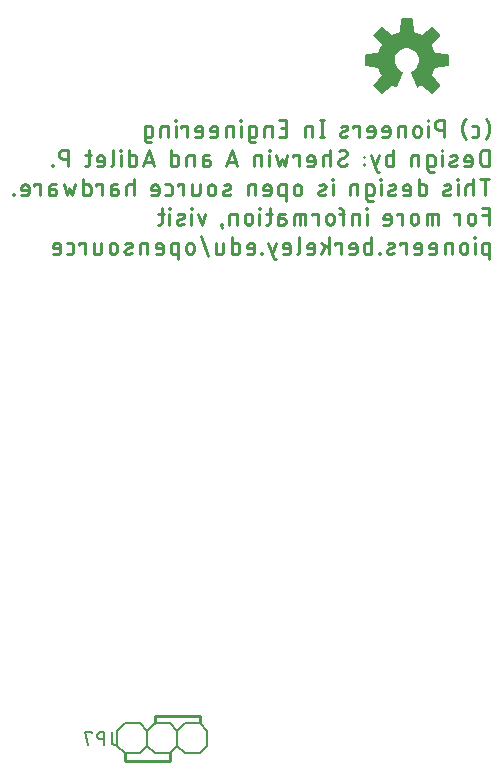
<source format=gbr>
G04 EAGLE Gerber RS-274X export*
G75*
%MOMM*%
%FSLAX34Y34*%
%LPD*%
%INSilkscreen Bottom*%
%IPPOS*%
%AMOC8*
5,1,8,0,0,1.08239X$1,22.5*%
G01*
%ADD10C,0.254000*%
%ADD11C,0.127000*%
%ADD12C,0.203200*%

G36*
X1019853Y770516D02*
X1019853Y770516D01*
X1019961Y770526D01*
X1019974Y770532D01*
X1019988Y770534D01*
X1020085Y770582D01*
X1020184Y770627D01*
X1020197Y770638D01*
X1020206Y770642D01*
X1020221Y770658D01*
X1020298Y770720D01*
X1026330Y776752D01*
X1026380Y776823D01*
X1026385Y776828D01*
X1026387Y776831D01*
X1026393Y776840D01*
X1026459Y776926D01*
X1026464Y776939D01*
X1026472Y776951D01*
X1026503Y777054D01*
X1026539Y777157D01*
X1026539Y777171D01*
X1026543Y777184D01*
X1026539Y777292D01*
X1026540Y777401D01*
X1026535Y777414D01*
X1026535Y777428D01*
X1026497Y777530D01*
X1026462Y777632D01*
X1026453Y777647D01*
X1026449Y777656D01*
X1026435Y777673D01*
X1026381Y777755D01*
X1019527Y786161D01*
X1020565Y788047D01*
X1020573Y788069D01*
X1020601Y788121D01*
X1021618Y790577D01*
X1021624Y790600D01*
X1021646Y790655D01*
X1022245Y792723D01*
X1033035Y793820D01*
X1033139Y793848D01*
X1033245Y793873D01*
X1033257Y793880D01*
X1033270Y793883D01*
X1033360Y793944D01*
X1033453Y794001D01*
X1033461Y794012D01*
X1033473Y794020D01*
X1033539Y794106D01*
X1033608Y794190D01*
X1033612Y794203D01*
X1033621Y794214D01*
X1033655Y794317D01*
X1033694Y794418D01*
X1033695Y794436D01*
X1033699Y794445D01*
X1033699Y794467D01*
X1033708Y794565D01*
X1033708Y803095D01*
X1033691Y803202D01*
X1033677Y803310D01*
X1033671Y803322D01*
X1033669Y803336D01*
X1033617Y803432D01*
X1033570Y803529D01*
X1033560Y803539D01*
X1033554Y803551D01*
X1033474Y803625D01*
X1033398Y803702D01*
X1033386Y803708D01*
X1033376Y803718D01*
X1033277Y803763D01*
X1033180Y803811D01*
X1033162Y803815D01*
X1033153Y803819D01*
X1033132Y803821D01*
X1033035Y803840D01*
X1022245Y804937D01*
X1021646Y807005D01*
X1021635Y807026D01*
X1021618Y807083D01*
X1020601Y809539D01*
X1020588Y809559D01*
X1020565Y809613D01*
X1019527Y811499D01*
X1026381Y819905D01*
X1026435Y819999D01*
X1026492Y820091D01*
X1026495Y820104D01*
X1026502Y820116D01*
X1026523Y820223D01*
X1026548Y820328D01*
X1026546Y820342D01*
X1026549Y820356D01*
X1026534Y820463D01*
X1026524Y820571D01*
X1026518Y820584D01*
X1026516Y820598D01*
X1026468Y820695D01*
X1026423Y820794D01*
X1026412Y820807D01*
X1026408Y820816D01*
X1026392Y820831D01*
X1026330Y820908D01*
X1020298Y826940D01*
X1020210Y827003D01*
X1020124Y827069D01*
X1020111Y827074D01*
X1020099Y827082D01*
X1019996Y827113D01*
X1019893Y827149D01*
X1019879Y827149D01*
X1019866Y827153D01*
X1019758Y827149D01*
X1019649Y827150D01*
X1019636Y827145D01*
X1019622Y827145D01*
X1019520Y827107D01*
X1019418Y827072D01*
X1019403Y827063D01*
X1019394Y827059D01*
X1019377Y827045D01*
X1019295Y826991D01*
X1010889Y820137D01*
X1009003Y821175D01*
X1008981Y821183D01*
X1008929Y821211D01*
X1006473Y822228D01*
X1006450Y822234D01*
X1006395Y822256D01*
X1004327Y822855D01*
X1003230Y833645D01*
X1003202Y833749D01*
X1003177Y833855D01*
X1003170Y833867D01*
X1003167Y833880D01*
X1003106Y833970D01*
X1003049Y834063D01*
X1003038Y834071D01*
X1003030Y834083D01*
X1002944Y834149D01*
X1002860Y834218D01*
X1002847Y834222D01*
X1002836Y834231D01*
X1002733Y834265D01*
X1002632Y834304D01*
X1002614Y834305D01*
X1002605Y834309D01*
X1002583Y834309D01*
X1002485Y834318D01*
X993955Y834318D01*
X993848Y834301D01*
X993740Y834287D01*
X993728Y834281D01*
X993714Y834279D01*
X993618Y834227D01*
X993521Y834180D01*
X993511Y834170D01*
X993499Y834164D01*
X993425Y834084D01*
X993348Y834008D01*
X993342Y833996D01*
X993332Y833986D01*
X993287Y833887D01*
X993239Y833790D01*
X993235Y833772D01*
X993231Y833763D01*
X993229Y833742D01*
X993210Y833645D01*
X992113Y822855D01*
X990045Y822256D01*
X990024Y822245D01*
X989967Y822228D01*
X987511Y821211D01*
X987491Y821198D01*
X987437Y821175D01*
X985551Y820137D01*
X977145Y826991D01*
X977051Y827045D01*
X976959Y827102D01*
X976946Y827105D01*
X976934Y827112D01*
X976827Y827133D01*
X976722Y827158D01*
X976708Y827156D01*
X976694Y827159D01*
X976587Y827144D01*
X976479Y827134D01*
X976466Y827128D01*
X976453Y827126D01*
X976355Y827078D01*
X976256Y827033D01*
X976243Y827022D01*
X976234Y827018D01*
X976219Y827002D01*
X976142Y826940D01*
X970110Y820908D01*
X970047Y820820D01*
X969981Y820734D01*
X969976Y820721D01*
X969968Y820709D01*
X969937Y820606D01*
X969901Y820503D01*
X969901Y820489D01*
X969897Y820476D01*
X969901Y820368D01*
X969900Y820259D01*
X969905Y820246D01*
X969905Y820232D01*
X969943Y820130D01*
X969978Y820028D01*
X969987Y820013D01*
X969991Y820004D01*
X970005Y819987D01*
X970059Y819905D01*
X976913Y811499D01*
X975875Y809613D01*
X975867Y809591D01*
X975839Y809539D01*
X974822Y807083D01*
X974816Y807060D01*
X974794Y807005D01*
X974195Y804937D01*
X963405Y803840D01*
X963301Y803812D01*
X963195Y803787D01*
X963183Y803780D01*
X963170Y803777D01*
X963080Y803716D01*
X962987Y803659D01*
X962979Y803648D01*
X962967Y803640D01*
X962901Y803554D01*
X962833Y803470D01*
X962828Y803457D01*
X962819Y803446D01*
X962785Y803343D01*
X962746Y803242D01*
X962745Y803224D01*
X962741Y803215D01*
X962742Y803193D01*
X962732Y803095D01*
X962732Y794565D01*
X962749Y794458D01*
X962763Y794350D01*
X962769Y794338D01*
X962771Y794324D01*
X962823Y794228D01*
X962870Y794131D01*
X962880Y794121D01*
X962886Y794109D01*
X962966Y794035D01*
X963042Y793958D01*
X963054Y793952D01*
X963065Y793942D01*
X963163Y793897D01*
X963260Y793849D01*
X963278Y793845D01*
X963287Y793841D01*
X963308Y793839D01*
X963405Y793820D01*
X974195Y792723D01*
X974794Y790655D01*
X974805Y790634D01*
X974822Y790577D01*
X975839Y788121D01*
X975852Y788101D01*
X975875Y788047D01*
X976913Y786161D01*
X970059Y777755D01*
X970005Y777661D01*
X969948Y777569D01*
X969945Y777556D01*
X969938Y777544D01*
X969917Y777437D01*
X969892Y777332D01*
X969894Y777318D01*
X969891Y777304D01*
X969906Y777197D01*
X969916Y777089D01*
X969922Y777076D01*
X969924Y777063D01*
X969972Y776965D01*
X970017Y776866D01*
X970028Y776853D01*
X970032Y776844D01*
X970048Y776829D01*
X970110Y776752D01*
X976142Y770720D01*
X976230Y770657D01*
X976316Y770591D01*
X976329Y770586D01*
X976341Y770578D01*
X976444Y770547D01*
X976547Y770511D01*
X976561Y770511D01*
X976574Y770507D01*
X976682Y770511D01*
X976791Y770510D01*
X976804Y770515D01*
X976818Y770515D01*
X976920Y770553D01*
X977022Y770588D01*
X977037Y770597D01*
X977046Y770601D01*
X977063Y770615D01*
X977145Y770669D01*
X985545Y777518D01*
X986832Y776786D01*
X986851Y776779D01*
X986887Y776758D01*
X988696Y775919D01*
X988734Y775909D01*
X988770Y775890D01*
X988851Y775876D01*
X988931Y775854D01*
X988971Y775856D01*
X989010Y775850D01*
X989092Y775863D01*
X989175Y775868D01*
X989212Y775883D01*
X989251Y775889D01*
X989324Y775928D01*
X989401Y775959D01*
X989431Y775985D01*
X989467Y776004D01*
X989523Y776064D01*
X989586Y776118D01*
X989606Y776153D01*
X989634Y776182D01*
X989703Y776312D01*
X994726Y788438D01*
X994751Y788547D01*
X994780Y788654D01*
X994779Y788665D01*
X994782Y788676D01*
X994771Y788786D01*
X994763Y788898D01*
X994759Y788908D01*
X994758Y788919D01*
X994712Y789020D01*
X994669Y789123D01*
X994662Y789131D01*
X994657Y789141D01*
X994581Y789222D01*
X994508Y789306D01*
X994496Y789313D01*
X994490Y789319D01*
X994473Y789328D01*
X994384Y789387D01*
X992634Y790314D01*
X991142Y791506D01*
X989899Y792957D01*
X988949Y794614D01*
X988324Y796419D01*
X988048Y798309D01*
X988130Y800217D01*
X988566Y802077D01*
X989342Y803822D01*
X990431Y805392D01*
X991793Y806731D01*
X993381Y807792D01*
X995139Y808538D01*
X997006Y808943D01*
X998915Y808991D01*
X1000800Y808683D01*
X1002595Y808028D01*
X1004235Y807049D01*
X1005664Y805782D01*
X1006831Y804270D01*
X1007695Y802567D01*
X1008226Y800732D01*
X1008406Y798826D01*
X1008262Y797124D01*
X1007835Y795466D01*
X1007135Y793903D01*
X1006796Y793395D01*
X1006295Y792646D01*
X1006295Y792645D01*
X1006184Y792479D01*
X1005008Y791235D01*
X1003640Y790206D01*
X1002062Y789391D01*
X1001970Y789322D01*
X1001877Y789255D01*
X1001872Y789249D01*
X1001866Y789245D01*
X1001801Y789150D01*
X1001734Y789057D01*
X1001732Y789050D01*
X1001728Y789044D01*
X1001697Y788933D01*
X1001663Y788824D01*
X1001663Y788816D01*
X1001662Y788809D01*
X1001667Y788695D01*
X1001671Y788580D01*
X1001674Y788571D01*
X1001674Y788566D01*
X1001680Y788551D01*
X1001714Y788438D01*
X1006737Y776312D01*
X1006758Y776278D01*
X1006771Y776241D01*
X1006822Y776175D01*
X1006866Y776105D01*
X1006897Y776080D01*
X1006921Y776048D01*
X1006990Y776003D01*
X1007054Y775950D01*
X1007092Y775936D01*
X1007125Y775914D01*
X1007205Y775893D01*
X1007283Y775864D01*
X1007323Y775863D01*
X1007361Y775853D01*
X1007444Y775859D01*
X1007526Y775856D01*
X1007565Y775868D01*
X1007605Y775871D01*
X1007744Y775919D01*
X1009553Y776758D01*
X1009569Y776769D01*
X1009608Y776786D01*
X1010895Y777518D01*
X1019295Y770669D01*
X1019389Y770615D01*
X1019481Y770558D01*
X1019494Y770555D01*
X1019506Y770548D01*
X1019613Y770527D01*
X1019718Y770502D01*
X1019732Y770504D01*
X1019746Y770501D01*
X1019853Y770516D01*
G37*
D10*
X1068070Y741045D02*
X1068066Y741365D01*
X1068055Y741684D01*
X1068035Y742003D01*
X1068009Y742322D01*
X1067974Y742640D01*
X1067932Y742956D01*
X1067882Y743272D01*
X1067825Y743587D01*
X1067760Y743900D01*
X1067687Y744211D01*
X1067607Y744521D01*
X1067520Y744828D01*
X1067426Y745134D01*
X1067324Y745437D01*
X1067214Y745737D01*
X1067098Y746035D01*
X1066974Y746330D01*
X1066844Y746621D01*
X1066706Y746910D01*
X1066562Y747195D01*
X1066410Y747477D01*
X1066252Y747755D01*
X1066087Y748029D01*
X1065916Y748298D01*
X1065739Y748564D01*
X1065555Y748826D01*
X1065364Y749083D01*
X1065168Y749335D01*
X1064966Y749582D01*
X1068070Y741045D02*
X1068066Y740725D01*
X1068055Y740406D01*
X1068035Y740087D01*
X1068009Y739768D01*
X1067974Y739450D01*
X1067932Y739134D01*
X1067882Y738818D01*
X1067825Y738503D01*
X1067760Y738190D01*
X1067687Y737879D01*
X1067607Y737569D01*
X1067520Y737262D01*
X1067426Y736956D01*
X1067324Y736653D01*
X1067214Y736353D01*
X1067098Y736055D01*
X1066974Y735760D01*
X1066844Y735469D01*
X1066706Y735180D01*
X1066562Y734895D01*
X1066410Y734613D01*
X1066252Y734336D01*
X1066087Y734062D01*
X1065916Y733792D01*
X1065739Y733526D01*
X1065555Y733264D01*
X1065364Y733007D01*
X1065168Y732755D01*
X1064966Y732508D01*
X1056563Y734060D02*
X1053458Y734060D01*
X1056563Y734060D02*
X1056657Y734062D01*
X1056750Y734068D01*
X1056844Y734077D01*
X1056936Y734090D01*
X1057029Y734107D01*
X1057120Y734128D01*
X1057211Y734152D01*
X1057300Y734180D01*
X1057389Y734211D01*
X1057475Y734246D01*
X1057561Y734285D01*
X1057645Y734327D01*
X1057727Y734372D01*
X1057807Y734420D01*
X1057885Y734472D01*
X1057962Y734527D01*
X1058035Y734585D01*
X1058107Y734645D01*
X1058176Y734709D01*
X1058242Y734775D01*
X1058306Y734844D01*
X1058366Y734916D01*
X1058424Y734989D01*
X1058479Y735066D01*
X1058531Y735144D01*
X1058579Y735224D01*
X1058624Y735306D01*
X1058666Y735390D01*
X1058705Y735476D01*
X1058740Y735562D01*
X1058771Y735651D01*
X1058799Y735740D01*
X1058823Y735831D01*
X1058844Y735922D01*
X1058861Y736015D01*
X1058874Y736107D01*
X1058883Y736201D01*
X1058889Y736294D01*
X1058891Y736388D01*
X1058891Y741045D01*
X1058889Y741139D01*
X1058883Y741232D01*
X1058874Y741326D01*
X1058861Y741418D01*
X1058844Y741511D01*
X1058823Y741602D01*
X1058799Y741693D01*
X1058771Y741782D01*
X1058740Y741871D01*
X1058705Y741957D01*
X1058666Y742043D01*
X1058624Y742127D01*
X1058579Y742209D01*
X1058531Y742289D01*
X1058479Y742367D01*
X1058424Y742444D01*
X1058366Y742517D01*
X1058306Y742589D01*
X1058242Y742658D01*
X1058176Y742724D01*
X1058107Y742788D01*
X1058035Y742848D01*
X1057962Y742906D01*
X1057885Y742961D01*
X1057807Y743013D01*
X1057727Y743061D01*
X1057645Y743106D01*
X1057561Y743148D01*
X1057475Y743187D01*
X1057389Y743222D01*
X1057300Y743253D01*
X1057211Y743281D01*
X1057120Y743305D01*
X1057029Y743326D01*
X1056936Y743343D01*
X1056844Y743356D01*
X1056750Y743365D01*
X1056657Y743371D01*
X1056563Y743373D01*
X1053458Y743373D01*
X1045020Y741045D02*
X1045024Y740725D01*
X1045035Y740406D01*
X1045055Y740087D01*
X1045081Y739768D01*
X1045116Y739450D01*
X1045158Y739134D01*
X1045208Y738818D01*
X1045265Y738503D01*
X1045330Y738190D01*
X1045403Y737879D01*
X1045483Y737569D01*
X1045570Y737262D01*
X1045664Y736956D01*
X1045766Y736653D01*
X1045876Y736353D01*
X1045992Y736055D01*
X1046116Y735760D01*
X1046246Y735469D01*
X1046384Y735180D01*
X1046528Y734895D01*
X1046680Y734613D01*
X1046838Y734336D01*
X1047003Y734062D01*
X1047174Y733792D01*
X1047351Y733526D01*
X1047535Y733264D01*
X1047726Y733007D01*
X1047922Y732755D01*
X1048124Y732508D01*
X1045020Y741045D02*
X1045024Y741365D01*
X1045035Y741684D01*
X1045055Y742003D01*
X1045081Y742322D01*
X1045116Y742640D01*
X1045158Y742956D01*
X1045208Y743272D01*
X1045265Y743587D01*
X1045330Y743900D01*
X1045403Y744211D01*
X1045483Y744521D01*
X1045570Y744828D01*
X1045664Y745134D01*
X1045766Y745437D01*
X1045876Y745737D01*
X1045992Y746035D01*
X1046116Y746330D01*
X1046246Y746621D01*
X1046384Y746910D01*
X1046528Y747195D01*
X1046680Y747477D01*
X1046838Y747755D01*
X1047003Y748029D01*
X1047174Y748298D01*
X1047351Y748564D01*
X1047535Y748826D01*
X1047726Y749083D01*
X1047922Y749335D01*
X1048124Y749582D01*
X1029554Y748030D02*
X1029554Y734060D01*
X1029554Y748030D02*
X1025673Y748030D01*
X1025550Y748028D01*
X1025427Y748022D01*
X1025304Y748012D01*
X1025182Y747999D01*
X1025060Y747981D01*
X1024939Y747960D01*
X1024818Y747935D01*
X1024698Y747906D01*
X1024580Y747873D01*
X1024462Y747836D01*
X1024346Y747796D01*
X1024231Y747752D01*
X1024117Y747704D01*
X1024005Y747653D01*
X1023895Y747599D01*
X1023786Y747540D01*
X1023679Y747479D01*
X1023575Y747414D01*
X1023472Y747346D01*
X1023372Y747274D01*
X1023274Y747200D01*
X1023178Y747122D01*
X1023085Y747041D01*
X1022995Y746958D01*
X1022907Y746871D01*
X1022822Y746782D01*
X1022740Y746691D01*
X1022661Y746596D01*
X1022585Y746499D01*
X1022512Y746400D01*
X1022442Y746299D01*
X1022375Y746195D01*
X1022312Y746090D01*
X1022252Y745982D01*
X1022196Y745872D01*
X1022143Y745761D01*
X1022093Y745648D01*
X1022048Y745534D01*
X1022005Y745418D01*
X1021967Y745301D01*
X1021932Y745183D01*
X1021901Y745064D01*
X1021874Y744944D01*
X1021851Y744823D01*
X1021832Y744701D01*
X1021816Y744579D01*
X1021804Y744457D01*
X1021796Y744334D01*
X1021792Y744211D01*
X1021792Y744087D01*
X1021796Y743964D01*
X1021804Y743841D01*
X1021816Y743719D01*
X1021832Y743597D01*
X1021851Y743475D01*
X1021874Y743354D01*
X1021901Y743234D01*
X1021932Y743115D01*
X1021967Y742997D01*
X1022005Y742880D01*
X1022048Y742764D01*
X1022093Y742650D01*
X1022143Y742537D01*
X1022196Y742426D01*
X1022252Y742316D01*
X1022312Y742209D01*
X1022375Y742103D01*
X1022442Y741999D01*
X1022512Y741898D01*
X1022585Y741799D01*
X1022661Y741702D01*
X1022740Y741607D01*
X1022822Y741516D01*
X1022907Y741427D01*
X1022995Y741340D01*
X1023085Y741257D01*
X1023178Y741176D01*
X1023274Y741098D01*
X1023372Y741024D01*
X1023472Y740952D01*
X1023575Y740884D01*
X1023679Y740819D01*
X1023786Y740758D01*
X1023895Y740699D01*
X1024005Y740645D01*
X1024117Y740594D01*
X1024231Y740546D01*
X1024346Y740502D01*
X1024462Y740462D01*
X1024580Y740425D01*
X1024698Y740392D01*
X1024818Y740363D01*
X1024939Y740338D01*
X1025060Y740317D01*
X1025182Y740299D01*
X1025304Y740286D01*
X1025427Y740276D01*
X1025550Y740270D01*
X1025673Y740268D01*
X1025673Y740269D02*
X1029554Y740269D01*
X1016197Y743373D02*
X1016197Y734060D01*
X1016585Y747254D02*
X1016585Y748030D01*
X1015809Y748030D01*
X1015809Y747254D01*
X1016585Y747254D01*
X1010009Y740269D02*
X1010009Y737164D01*
X1010009Y740269D02*
X1010007Y740380D01*
X1010001Y740490D01*
X1009991Y740601D01*
X1009977Y740711D01*
X1009960Y740820D01*
X1009938Y740929D01*
X1009913Y741037D01*
X1009883Y741143D01*
X1009850Y741249D01*
X1009813Y741354D01*
X1009773Y741457D01*
X1009728Y741558D01*
X1009681Y741658D01*
X1009629Y741757D01*
X1009574Y741853D01*
X1009516Y741947D01*
X1009455Y742039D01*
X1009390Y742129D01*
X1009322Y742217D01*
X1009251Y742302D01*
X1009177Y742384D01*
X1009100Y742464D01*
X1009020Y742541D01*
X1008938Y742615D01*
X1008853Y742686D01*
X1008765Y742754D01*
X1008675Y742819D01*
X1008583Y742880D01*
X1008489Y742938D01*
X1008393Y742993D01*
X1008294Y743045D01*
X1008194Y743092D01*
X1008093Y743137D01*
X1007990Y743177D01*
X1007885Y743214D01*
X1007779Y743247D01*
X1007673Y743277D01*
X1007565Y743302D01*
X1007456Y743324D01*
X1007347Y743341D01*
X1007237Y743355D01*
X1007126Y743365D01*
X1007016Y743371D01*
X1006905Y743373D01*
X1006794Y743371D01*
X1006684Y743365D01*
X1006573Y743355D01*
X1006463Y743341D01*
X1006354Y743324D01*
X1006245Y743302D01*
X1006137Y743277D01*
X1006031Y743247D01*
X1005925Y743214D01*
X1005820Y743177D01*
X1005717Y743137D01*
X1005616Y743092D01*
X1005516Y743045D01*
X1005417Y742993D01*
X1005321Y742938D01*
X1005227Y742880D01*
X1005135Y742819D01*
X1005045Y742754D01*
X1004957Y742686D01*
X1004872Y742615D01*
X1004790Y742541D01*
X1004710Y742464D01*
X1004633Y742384D01*
X1004559Y742302D01*
X1004488Y742217D01*
X1004420Y742129D01*
X1004355Y742039D01*
X1004294Y741947D01*
X1004236Y741853D01*
X1004181Y741757D01*
X1004129Y741658D01*
X1004082Y741558D01*
X1004037Y741457D01*
X1003997Y741354D01*
X1003960Y741249D01*
X1003927Y741143D01*
X1003897Y741037D01*
X1003872Y740929D01*
X1003850Y740820D01*
X1003833Y740711D01*
X1003819Y740601D01*
X1003809Y740490D01*
X1003803Y740380D01*
X1003801Y740269D01*
X1003800Y740269D02*
X1003800Y737164D01*
X1003801Y737164D02*
X1003803Y737053D01*
X1003809Y736943D01*
X1003819Y736832D01*
X1003833Y736722D01*
X1003850Y736613D01*
X1003872Y736504D01*
X1003897Y736396D01*
X1003927Y736290D01*
X1003960Y736184D01*
X1003997Y736079D01*
X1004037Y735976D01*
X1004082Y735875D01*
X1004129Y735775D01*
X1004181Y735676D01*
X1004236Y735580D01*
X1004294Y735486D01*
X1004355Y735394D01*
X1004420Y735304D01*
X1004488Y735216D01*
X1004559Y735131D01*
X1004633Y735049D01*
X1004710Y734969D01*
X1004790Y734892D01*
X1004872Y734818D01*
X1004957Y734747D01*
X1005045Y734679D01*
X1005135Y734614D01*
X1005227Y734553D01*
X1005321Y734495D01*
X1005417Y734440D01*
X1005516Y734388D01*
X1005616Y734341D01*
X1005717Y734296D01*
X1005820Y734256D01*
X1005925Y734219D01*
X1006031Y734186D01*
X1006137Y734156D01*
X1006245Y734131D01*
X1006354Y734109D01*
X1006463Y734092D01*
X1006573Y734078D01*
X1006684Y734068D01*
X1006794Y734062D01*
X1006905Y734060D01*
X1007016Y734062D01*
X1007126Y734068D01*
X1007237Y734078D01*
X1007347Y734092D01*
X1007456Y734109D01*
X1007565Y734131D01*
X1007673Y734156D01*
X1007779Y734186D01*
X1007885Y734219D01*
X1007990Y734256D01*
X1008093Y734296D01*
X1008194Y734341D01*
X1008294Y734388D01*
X1008393Y734440D01*
X1008489Y734495D01*
X1008583Y734553D01*
X1008675Y734614D01*
X1008765Y734679D01*
X1008853Y734747D01*
X1008938Y734818D01*
X1009020Y734892D01*
X1009100Y734969D01*
X1009177Y735049D01*
X1009251Y735131D01*
X1009322Y735216D01*
X1009390Y735304D01*
X1009455Y735394D01*
X1009516Y735486D01*
X1009574Y735580D01*
X1009629Y735676D01*
X1009681Y735775D01*
X1009728Y735875D01*
X1009773Y735976D01*
X1009813Y736079D01*
X1009850Y736184D01*
X1009883Y736290D01*
X1009913Y736396D01*
X1009938Y736504D01*
X1009960Y736613D01*
X1009977Y736722D01*
X1009991Y736832D01*
X1010001Y736943D01*
X1010007Y737053D01*
X1010009Y737164D01*
X996804Y734060D02*
X996804Y743373D01*
X992924Y743373D01*
X992828Y743371D01*
X992732Y743365D01*
X992636Y743355D01*
X992541Y743341D01*
X992446Y743323D01*
X992353Y743302D01*
X992260Y743276D01*
X992168Y743247D01*
X992078Y743214D01*
X991989Y743177D01*
X991902Y743136D01*
X991816Y743092D01*
X991732Y743045D01*
X991651Y742994D01*
X991571Y742940D01*
X991494Y742882D01*
X991419Y742821D01*
X991347Y742758D01*
X991278Y742691D01*
X991211Y742622D01*
X991148Y742550D01*
X991087Y742475D01*
X991029Y742398D01*
X990975Y742318D01*
X990924Y742237D01*
X990877Y742153D01*
X990833Y742067D01*
X990792Y741980D01*
X990755Y741891D01*
X990722Y741801D01*
X990693Y741709D01*
X990667Y741617D01*
X990646Y741523D01*
X990628Y741428D01*
X990614Y741333D01*
X990604Y741237D01*
X990598Y741141D01*
X990596Y741045D01*
X990596Y734060D01*
X981271Y734060D02*
X977391Y734060D01*
X981271Y734060D02*
X981365Y734062D01*
X981458Y734068D01*
X981552Y734077D01*
X981644Y734090D01*
X981737Y734107D01*
X981828Y734128D01*
X981919Y734152D01*
X982008Y734180D01*
X982097Y734211D01*
X982183Y734246D01*
X982269Y734285D01*
X982353Y734327D01*
X982435Y734372D01*
X982515Y734420D01*
X982593Y734472D01*
X982670Y734527D01*
X982743Y734585D01*
X982815Y734645D01*
X982884Y734709D01*
X982950Y734775D01*
X983014Y734844D01*
X983074Y734916D01*
X983132Y734989D01*
X983187Y735066D01*
X983239Y735144D01*
X983287Y735224D01*
X983332Y735306D01*
X983374Y735390D01*
X983413Y735476D01*
X983448Y735562D01*
X983479Y735651D01*
X983507Y735740D01*
X983531Y735831D01*
X983552Y735922D01*
X983569Y736015D01*
X983582Y736107D01*
X983591Y736201D01*
X983597Y736294D01*
X983599Y736388D01*
X983600Y736388D02*
X983600Y740269D01*
X983599Y740269D02*
X983597Y740380D01*
X983591Y740490D01*
X983581Y740601D01*
X983567Y740711D01*
X983550Y740820D01*
X983528Y740929D01*
X983503Y741037D01*
X983473Y741143D01*
X983440Y741249D01*
X983403Y741354D01*
X983363Y741457D01*
X983318Y741558D01*
X983271Y741658D01*
X983219Y741757D01*
X983164Y741853D01*
X983106Y741947D01*
X983045Y742039D01*
X982980Y742129D01*
X982912Y742217D01*
X982841Y742302D01*
X982767Y742384D01*
X982690Y742464D01*
X982610Y742541D01*
X982528Y742615D01*
X982443Y742686D01*
X982355Y742754D01*
X982265Y742819D01*
X982173Y742880D01*
X982079Y742938D01*
X981983Y742993D01*
X981884Y743045D01*
X981784Y743092D01*
X981683Y743137D01*
X981580Y743177D01*
X981475Y743214D01*
X981369Y743247D01*
X981263Y743277D01*
X981155Y743302D01*
X981046Y743324D01*
X980937Y743341D01*
X980827Y743355D01*
X980716Y743365D01*
X980606Y743371D01*
X980495Y743373D01*
X980384Y743371D01*
X980274Y743365D01*
X980163Y743355D01*
X980053Y743341D01*
X979944Y743324D01*
X979835Y743302D01*
X979727Y743277D01*
X979621Y743247D01*
X979515Y743214D01*
X979410Y743177D01*
X979307Y743137D01*
X979206Y743092D01*
X979106Y743045D01*
X979007Y742993D01*
X978911Y742938D01*
X978817Y742880D01*
X978725Y742819D01*
X978635Y742754D01*
X978547Y742686D01*
X978462Y742615D01*
X978380Y742541D01*
X978300Y742464D01*
X978223Y742384D01*
X978149Y742302D01*
X978078Y742217D01*
X978010Y742129D01*
X977945Y742039D01*
X977884Y741947D01*
X977826Y741853D01*
X977771Y741757D01*
X977719Y741658D01*
X977672Y741558D01*
X977627Y741457D01*
X977587Y741354D01*
X977550Y741249D01*
X977517Y741143D01*
X977487Y741037D01*
X977462Y740929D01*
X977440Y740820D01*
X977423Y740711D01*
X977409Y740601D01*
X977399Y740490D01*
X977393Y740380D01*
X977391Y740269D01*
X977391Y738717D01*
X983600Y738717D01*
X968556Y734060D02*
X964675Y734060D01*
X968556Y734060D02*
X968650Y734062D01*
X968743Y734068D01*
X968837Y734077D01*
X968929Y734090D01*
X969022Y734107D01*
X969113Y734128D01*
X969204Y734152D01*
X969293Y734180D01*
X969382Y734211D01*
X969468Y734246D01*
X969554Y734285D01*
X969638Y734327D01*
X969720Y734372D01*
X969800Y734420D01*
X969878Y734472D01*
X969955Y734527D01*
X970028Y734585D01*
X970100Y734645D01*
X970169Y734709D01*
X970235Y734775D01*
X970299Y734844D01*
X970359Y734916D01*
X970417Y734989D01*
X970472Y735066D01*
X970524Y735144D01*
X970572Y735224D01*
X970617Y735306D01*
X970659Y735390D01*
X970698Y735476D01*
X970733Y735562D01*
X970764Y735651D01*
X970792Y735740D01*
X970816Y735831D01*
X970837Y735922D01*
X970854Y736015D01*
X970867Y736107D01*
X970876Y736201D01*
X970882Y736294D01*
X970884Y736388D01*
X970884Y740269D01*
X970882Y740380D01*
X970876Y740490D01*
X970866Y740601D01*
X970852Y740711D01*
X970835Y740820D01*
X970813Y740929D01*
X970788Y741037D01*
X970758Y741143D01*
X970725Y741249D01*
X970688Y741354D01*
X970648Y741457D01*
X970603Y741558D01*
X970556Y741658D01*
X970504Y741757D01*
X970449Y741853D01*
X970391Y741947D01*
X970330Y742039D01*
X970265Y742129D01*
X970197Y742217D01*
X970126Y742302D01*
X970052Y742384D01*
X969975Y742464D01*
X969895Y742541D01*
X969813Y742615D01*
X969728Y742686D01*
X969640Y742754D01*
X969550Y742819D01*
X969458Y742880D01*
X969364Y742938D01*
X969268Y742993D01*
X969169Y743045D01*
X969069Y743092D01*
X968968Y743137D01*
X968865Y743177D01*
X968760Y743214D01*
X968654Y743247D01*
X968548Y743277D01*
X968440Y743302D01*
X968331Y743324D01*
X968222Y743341D01*
X968112Y743355D01*
X968001Y743365D01*
X967891Y743371D01*
X967780Y743373D01*
X967669Y743371D01*
X967559Y743365D01*
X967448Y743355D01*
X967338Y743341D01*
X967229Y743324D01*
X967120Y743302D01*
X967012Y743277D01*
X966906Y743247D01*
X966800Y743214D01*
X966695Y743177D01*
X966592Y743137D01*
X966491Y743092D01*
X966391Y743045D01*
X966292Y742993D01*
X966196Y742938D01*
X966102Y742880D01*
X966010Y742819D01*
X965920Y742754D01*
X965832Y742686D01*
X965747Y742615D01*
X965665Y742541D01*
X965585Y742464D01*
X965508Y742384D01*
X965434Y742302D01*
X965363Y742217D01*
X965295Y742129D01*
X965230Y742039D01*
X965169Y741947D01*
X965111Y741853D01*
X965056Y741757D01*
X965004Y741658D01*
X964957Y741558D01*
X964912Y741457D01*
X964872Y741354D01*
X964835Y741249D01*
X964802Y741143D01*
X964772Y741037D01*
X964747Y740929D01*
X964725Y740820D01*
X964708Y740711D01*
X964694Y740601D01*
X964684Y740490D01*
X964678Y740380D01*
X964676Y740269D01*
X964675Y740269D02*
X964675Y738717D01*
X970884Y738717D01*
X957558Y743373D02*
X957558Y734060D01*
X957558Y743373D02*
X952901Y743373D01*
X952901Y741821D01*
X946734Y739493D02*
X942853Y737941D01*
X946733Y739493D02*
X946815Y739528D01*
X946895Y739566D01*
X946973Y739608D01*
X947049Y739653D01*
X947123Y739701D01*
X947195Y739753D01*
X947265Y739808D01*
X947332Y739866D01*
X947397Y739926D01*
X947458Y739990D01*
X947517Y740056D01*
X947573Y740125D01*
X947626Y740196D01*
X947676Y740269D01*
X947722Y740345D01*
X947766Y740422D01*
X947805Y740501D01*
X947841Y740582D01*
X947874Y740665D01*
X947903Y740749D01*
X947928Y740834D01*
X947949Y740920D01*
X947967Y741007D01*
X947980Y741094D01*
X947990Y741182D01*
X947996Y741271D01*
X947998Y741359D01*
X947996Y741448D01*
X947990Y741536D01*
X947981Y741624D01*
X947967Y741712D01*
X947950Y741799D01*
X947929Y741885D01*
X947904Y741970D01*
X947875Y742054D01*
X947843Y742136D01*
X947807Y742217D01*
X947767Y742297D01*
X947724Y742374D01*
X947678Y742450D01*
X947628Y742523D01*
X947576Y742595D01*
X947520Y742663D01*
X947461Y742730D01*
X947399Y742793D01*
X947335Y742854D01*
X947268Y742912D01*
X947198Y742967D01*
X947126Y743019D01*
X947052Y743067D01*
X946976Y743113D01*
X946898Y743155D01*
X946818Y743193D01*
X946736Y743228D01*
X946653Y743259D01*
X946569Y743287D01*
X946484Y743310D01*
X946398Y743330D01*
X946310Y743347D01*
X946223Y743359D01*
X946134Y743368D01*
X946046Y743372D01*
X945957Y743373D01*
X945958Y743373D02*
X945746Y743368D01*
X945535Y743357D01*
X945323Y743341D01*
X945113Y743320D01*
X944902Y743294D01*
X944693Y743263D01*
X944484Y743227D01*
X944276Y743187D01*
X944069Y743141D01*
X943863Y743090D01*
X943659Y743034D01*
X943456Y742973D01*
X943254Y742907D01*
X943054Y742837D01*
X942856Y742762D01*
X942660Y742682D01*
X942466Y742597D01*
X942854Y737940D02*
X942772Y737905D01*
X942692Y737867D01*
X942614Y737825D01*
X942538Y737780D01*
X942464Y737732D01*
X942392Y737680D01*
X942322Y737625D01*
X942255Y737567D01*
X942190Y737507D01*
X942129Y737443D01*
X942070Y737377D01*
X942014Y737308D01*
X941961Y737237D01*
X941911Y737164D01*
X941865Y737088D01*
X941821Y737011D01*
X941782Y736932D01*
X941746Y736851D01*
X941713Y736768D01*
X941684Y736684D01*
X941659Y736599D01*
X941638Y736513D01*
X941620Y736426D01*
X941607Y736339D01*
X941597Y736251D01*
X941591Y736162D01*
X941589Y736074D01*
X941591Y735985D01*
X941597Y735897D01*
X941606Y735809D01*
X941620Y735721D01*
X941637Y735634D01*
X941658Y735548D01*
X941683Y735463D01*
X941712Y735379D01*
X941744Y735297D01*
X941780Y735216D01*
X941820Y735136D01*
X941863Y735059D01*
X941909Y734983D01*
X941959Y734910D01*
X942011Y734838D01*
X942067Y734770D01*
X942126Y734703D01*
X942188Y734640D01*
X942252Y734579D01*
X942319Y734521D01*
X942389Y734466D01*
X942461Y734414D01*
X942535Y734366D01*
X942611Y734320D01*
X942689Y734278D01*
X942769Y734240D01*
X942851Y734205D01*
X942934Y734174D01*
X943018Y734146D01*
X943103Y734123D01*
X943189Y734103D01*
X943277Y734086D01*
X943364Y734074D01*
X943453Y734065D01*
X943541Y734061D01*
X943630Y734060D01*
X943630Y734059D02*
X943941Y734067D01*
X944252Y734083D01*
X944562Y734106D01*
X944872Y734136D01*
X945181Y734173D01*
X945490Y734218D01*
X945796Y734270D01*
X946102Y734330D01*
X946406Y734396D01*
X946709Y734470D01*
X947009Y734551D01*
X947308Y734639D01*
X947604Y734734D01*
X947899Y734835D01*
X926209Y734060D02*
X926209Y748030D01*
X927761Y734060D02*
X924657Y734060D01*
X924657Y748030D02*
X927761Y748030D01*
X918065Y743373D02*
X918065Y734060D01*
X918065Y743373D02*
X914184Y743373D01*
X914088Y743371D01*
X913992Y743365D01*
X913896Y743355D01*
X913801Y743341D01*
X913706Y743323D01*
X913613Y743302D01*
X913520Y743276D01*
X913428Y743247D01*
X913338Y743214D01*
X913249Y743177D01*
X913162Y743136D01*
X913076Y743092D01*
X912992Y743045D01*
X912911Y742994D01*
X912831Y742940D01*
X912754Y742882D01*
X912679Y742821D01*
X912607Y742758D01*
X912538Y742691D01*
X912471Y742622D01*
X912408Y742550D01*
X912347Y742475D01*
X912289Y742398D01*
X912235Y742318D01*
X912184Y742237D01*
X912137Y742153D01*
X912093Y742067D01*
X912052Y741980D01*
X912015Y741891D01*
X911982Y741801D01*
X911953Y741709D01*
X911927Y741617D01*
X911906Y741523D01*
X911888Y741428D01*
X911874Y741333D01*
X911864Y741237D01*
X911858Y741141D01*
X911856Y741045D01*
X911856Y734060D01*
X896302Y734060D02*
X890093Y734060D01*
X896302Y734060D02*
X896302Y748030D01*
X890093Y748030D01*
X891645Y741821D02*
X896302Y741821D01*
X883830Y743373D02*
X883830Y734060D01*
X883830Y743373D02*
X879950Y743373D01*
X879854Y743371D01*
X879758Y743365D01*
X879662Y743355D01*
X879567Y743341D01*
X879472Y743323D01*
X879379Y743302D01*
X879286Y743276D01*
X879194Y743247D01*
X879104Y743214D01*
X879015Y743177D01*
X878928Y743136D01*
X878842Y743092D01*
X878758Y743045D01*
X878677Y742994D01*
X878597Y742940D01*
X878520Y742882D01*
X878445Y742821D01*
X878373Y742758D01*
X878304Y742691D01*
X878237Y742622D01*
X878174Y742550D01*
X878113Y742475D01*
X878055Y742398D01*
X878001Y742318D01*
X877950Y742237D01*
X877903Y742153D01*
X877859Y742067D01*
X877818Y741980D01*
X877781Y741891D01*
X877748Y741801D01*
X877719Y741709D01*
X877693Y741617D01*
X877672Y741523D01*
X877654Y741428D01*
X877640Y741333D01*
X877630Y741237D01*
X877624Y741141D01*
X877622Y741045D01*
X877622Y734060D01*
X868403Y734060D02*
X864523Y734060D01*
X868403Y734060D02*
X868497Y734062D01*
X868590Y734068D01*
X868684Y734077D01*
X868776Y734090D01*
X868869Y734107D01*
X868960Y734128D01*
X869051Y734152D01*
X869140Y734180D01*
X869229Y734211D01*
X869315Y734246D01*
X869401Y734285D01*
X869485Y734327D01*
X869567Y734372D01*
X869647Y734420D01*
X869725Y734472D01*
X869802Y734527D01*
X869875Y734585D01*
X869947Y734645D01*
X870016Y734709D01*
X870082Y734775D01*
X870146Y734844D01*
X870206Y734916D01*
X870264Y734989D01*
X870319Y735066D01*
X870371Y735144D01*
X870419Y735224D01*
X870464Y735306D01*
X870506Y735390D01*
X870545Y735476D01*
X870580Y735562D01*
X870611Y735651D01*
X870639Y735740D01*
X870663Y735831D01*
X870684Y735922D01*
X870701Y736015D01*
X870714Y736107D01*
X870723Y736201D01*
X870729Y736294D01*
X870731Y736388D01*
X870732Y736388D02*
X870732Y741045D01*
X870731Y741045D02*
X870729Y741139D01*
X870723Y741232D01*
X870714Y741326D01*
X870701Y741418D01*
X870684Y741511D01*
X870663Y741602D01*
X870639Y741693D01*
X870611Y741782D01*
X870580Y741871D01*
X870545Y741957D01*
X870506Y742043D01*
X870464Y742127D01*
X870419Y742209D01*
X870371Y742289D01*
X870319Y742367D01*
X870264Y742444D01*
X870206Y742517D01*
X870146Y742589D01*
X870082Y742658D01*
X870016Y742724D01*
X869947Y742788D01*
X869875Y742848D01*
X869802Y742906D01*
X869725Y742961D01*
X869647Y743013D01*
X869567Y743061D01*
X869485Y743106D01*
X869401Y743148D01*
X869315Y743187D01*
X869229Y743222D01*
X869140Y743253D01*
X869051Y743281D01*
X868960Y743305D01*
X868869Y743326D01*
X868776Y743343D01*
X868684Y743356D01*
X868590Y743365D01*
X868497Y743371D01*
X868403Y743373D01*
X864523Y743373D01*
X864523Y731732D01*
X864525Y731638D01*
X864531Y731545D01*
X864540Y731451D01*
X864553Y731359D01*
X864570Y731266D01*
X864591Y731175D01*
X864615Y731084D01*
X864643Y730995D01*
X864674Y730906D01*
X864709Y730820D01*
X864748Y730734D01*
X864790Y730650D01*
X864835Y730568D01*
X864883Y730488D01*
X864935Y730410D01*
X864990Y730333D01*
X865048Y730260D01*
X865108Y730188D01*
X865172Y730119D01*
X865238Y730053D01*
X865307Y729989D01*
X865379Y729929D01*
X865452Y729871D01*
X865529Y729816D01*
X865607Y729764D01*
X865687Y729716D01*
X865769Y729671D01*
X865853Y729629D01*
X865939Y729590D01*
X866025Y729555D01*
X866114Y729524D01*
X866203Y729496D01*
X866294Y729472D01*
X866385Y729451D01*
X866478Y729434D01*
X866570Y729421D01*
X866664Y729412D01*
X866757Y729406D01*
X866851Y729404D01*
X866851Y729403D02*
X869956Y729403D01*
X857740Y734060D02*
X857740Y743373D01*
X858128Y747254D02*
X858128Y748030D01*
X857352Y748030D01*
X857352Y747254D01*
X858128Y747254D01*
X851063Y743373D02*
X851063Y734060D01*
X851063Y743373D02*
X847182Y743373D01*
X847086Y743371D01*
X846990Y743365D01*
X846894Y743355D01*
X846799Y743341D01*
X846704Y743323D01*
X846611Y743302D01*
X846518Y743276D01*
X846426Y743247D01*
X846336Y743214D01*
X846247Y743177D01*
X846160Y743136D01*
X846074Y743092D01*
X845990Y743045D01*
X845909Y742994D01*
X845829Y742940D01*
X845752Y742882D01*
X845677Y742821D01*
X845605Y742758D01*
X845536Y742691D01*
X845469Y742622D01*
X845406Y742550D01*
X845345Y742475D01*
X845287Y742398D01*
X845233Y742318D01*
X845182Y742237D01*
X845135Y742153D01*
X845091Y742067D01*
X845050Y741980D01*
X845013Y741891D01*
X844980Y741801D01*
X844951Y741709D01*
X844925Y741617D01*
X844904Y741523D01*
X844886Y741428D01*
X844872Y741333D01*
X844862Y741237D01*
X844856Y741141D01*
X844854Y741045D01*
X844854Y734060D01*
X835530Y734060D02*
X831649Y734060D01*
X835530Y734060D02*
X835624Y734062D01*
X835717Y734068D01*
X835811Y734077D01*
X835903Y734090D01*
X835996Y734107D01*
X836087Y734128D01*
X836178Y734152D01*
X836267Y734180D01*
X836356Y734211D01*
X836442Y734246D01*
X836528Y734285D01*
X836612Y734327D01*
X836694Y734372D01*
X836774Y734420D01*
X836852Y734472D01*
X836929Y734527D01*
X837002Y734585D01*
X837074Y734645D01*
X837143Y734709D01*
X837209Y734775D01*
X837273Y734844D01*
X837333Y734916D01*
X837391Y734989D01*
X837446Y735066D01*
X837498Y735144D01*
X837546Y735224D01*
X837591Y735306D01*
X837633Y735390D01*
X837672Y735476D01*
X837707Y735562D01*
X837738Y735651D01*
X837766Y735740D01*
X837790Y735831D01*
X837811Y735922D01*
X837828Y736015D01*
X837841Y736107D01*
X837850Y736201D01*
X837856Y736294D01*
X837858Y736388D01*
X837858Y740269D01*
X837856Y740380D01*
X837850Y740490D01*
X837840Y740601D01*
X837826Y740711D01*
X837809Y740820D01*
X837787Y740929D01*
X837762Y741037D01*
X837732Y741143D01*
X837699Y741249D01*
X837662Y741354D01*
X837622Y741457D01*
X837577Y741558D01*
X837530Y741658D01*
X837478Y741757D01*
X837423Y741853D01*
X837365Y741947D01*
X837304Y742039D01*
X837239Y742129D01*
X837171Y742217D01*
X837100Y742302D01*
X837026Y742384D01*
X836949Y742464D01*
X836869Y742541D01*
X836787Y742615D01*
X836702Y742686D01*
X836614Y742754D01*
X836524Y742819D01*
X836432Y742880D01*
X836338Y742938D01*
X836242Y742993D01*
X836143Y743045D01*
X836043Y743092D01*
X835942Y743137D01*
X835839Y743177D01*
X835734Y743214D01*
X835628Y743247D01*
X835522Y743277D01*
X835414Y743302D01*
X835305Y743324D01*
X835196Y743341D01*
X835086Y743355D01*
X834975Y743365D01*
X834865Y743371D01*
X834754Y743373D01*
X834643Y743371D01*
X834533Y743365D01*
X834422Y743355D01*
X834312Y743341D01*
X834203Y743324D01*
X834094Y743302D01*
X833986Y743277D01*
X833880Y743247D01*
X833774Y743214D01*
X833669Y743177D01*
X833566Y743137D01*
X833465Y743092D01*
X833365Y743045D01*
X833266Y742993D01*
X833170Y742938D01*
X833076Y742880D01*
X832984Y742819D01*
X832894Y742754D01*
X832806Y742686D01*
X832721Y742615D01*
X832639Y742541D01*
X832559Y742464D01*
X832482Y742384D01*
X832408Y742302D01*
X832337Y742217D01*
X832269Y742129D01*
X832204Y742039D01*
X832143Y741947D01*
X832085Y741853D01*
X832030Y741757D01*
X831978Y741658D01*
X831931Y741558D01*
X831886Y741457D01*
X831846Y741354D01*
X831809Y741249D01*
X831776Y741143D01*
X831746Y741037D01*
X831721Y740929D01*
X831699Y740820D01*
X831682Y740711D01*
X831668Y740601D01*
X831658Y740490D01*
X831652Y740380D01*
X831650Y740269D01*
X831649Y740269D02*
X831649Y738717D01*
X837858Y738717D01*
X822814Y734060D02*
X818934Y734060D01*
X822814Y734060D02*
X822908Y734062D01*
X823001Y734068D01*
X823095Y734077D01*
X823187Y734090D01*
X823280Y734107D01*
X823371Y734128D01*
X823462Y734152D01*
X823551Y734180D01*
X823640Y734211D01*
X823726Y734246D01*
X823812Y734285D01*
X823896Y734327D01*
X823978Y734372D01*
X824058Y734420D01*
X824136Y734472D01*
X824213Y734527D01*
X824286Y734585D01*
X824358Y734645D01*
X824427Y734709D01*
X824493Y734775D01*
X824557Y734844D01*
X824617Y734916D01*
X824675Y734989D01*
X824730Y735066D01*
X824782Y735144D01*
X824830Y735224D01*
X824875Y735306D01*
X824917Y735390D01*
X824956Y735476D01*
X824991Y735562D01*
X825022Y735651D01*
X825050Y735740D01*
X825074Y735831D01*
X825095Y735922D01*
X825112Y736015D01*
X825125Y736107D01*
X825134Y736201D01*
X825140Y736294D01*
X825142Y736388D01*
X825143Y736388D02*
X825143Y740269D01*
X825142Y740269D02*
X825140Y740380D01*
X825134Y740490D01*
X825124Y740601D01*
X825110Y740711D01*
X825093Y740820D01*
X825071Y740929D01*
X825046Y741037D01*
X825016Y741143D01*
X824983Y741249D01*
X824946Y741354D01*
X824906Y741457D01*
X824861Y741558D01*
X824814Y741658D01*
X824762Y741757D01*
X824707Y741853D01*
X824649Y741947D01*
X824588Y742039D01*
X824523Y742129D01*
X824455Y742217D01*
X824384Y742302D01*
X824310Y742384D01*
X824233Y742464D01*
X824153Y742541D01*
X824071Y742615D01*
X823986Y742686D01*
X823898Y742754D01*
X823808Y742819D01*
X823716Y742880D01*
X823622Y742938D01*
X823526Y742993D01*
X823427Y743045D01*
X823327Y743092D01*
X823226Y743137D01*
X823123Y743177D01*
X823018Y743214D01*
X822912Y743247D01*
X822806Y743277D01*
X822698Y743302D01*
X822589Y743324D01*
X822480Y743341D01*
X822370Y743355D01*
X822259Y743365D01*
X822149Y743371D01*
X822038Y743373D01*
X821927Y743371D01*
X821817Y743365D01*
X821706Y743355D01*
X821596Y743341D01*
X821487Y743324D01*
X821378Y743302D01*
X821270Y743277D01*
X821164Y743247D01*
X821058Y743214D01*
X820953Y743177D01*
X820850Y743137D01*
X820749Y743092D01*
X820649Y743045D01*
X820550Y742993D01*
X820454Y742938D01*
X820360Y742880D01*
X820268Y742819D01*
X820178Y742754D01*
X820090Y742686D01*
X820005Y742615D01*
X819923Y742541D01*
X819843Y742464D01*
X819766Y742384D01*
X819692Y742302D01*
X819621Y742217D01*
X819553Y742129D01*
X819488Y742039D01*
X819427Y741947D01*
X819369Y741853D01*
X819314Y741757D01*
X819262Y741658D01*
X819215Y741558D01*
X819170Y741457D01*
X819130Y741354D01*
X819093Y741249D01*
X819060Y741143D01*
X819030Y741037D01*
X819005Y740929D01*
X818983Y740820D01*
X818966Y740711D01*
X818952Y740601D01*
X818942Y740490D01*
X818936Y740380D01*
X818934Y740269D01*
X818934Y738717D01*
X825143Y738717D01*
X811817Y743373D02*
X811817Y734060D01*
X811817Y743373D02*
X807160Y743373D01*
X807160Y741821D01*
X802476Y743373D02*
X802476Y734060D01*
X802864Y747254D02*
X802864Y748030D01*
X802088Y748030D01*
X802088Y747254D01*
X802864Y747254D01*
X795799Y743373D02*
X795799Y734060D01*
X795799Y743373D02*
X791918Y743373D01*
X791822Y743371D01*
X791726Y743365D01*
X791630Y743355D01*
X791535Y743341D01*
X791440Y743323D01*
X791347Y743302D01*
X791254Y743276D01*
X791162Y743247D01*
X791072Y743214D01*
X790983Y743177D01*
X790896Y743136D01*
X790810Y743092D01*
X790726Y743045D01*
X790645Y742994D01*
X790565Y742940D01*
X790488Y742882D01*
X790413Y742821D01*
X790341Y742758D01*
X790272Y742691D01*
X790205Y742622D01*
X790142Y742550D01*
X790081Y742475D01*
X790023Y742398D01*
X789969Y742318D01*
X789918Y742237D01*
X789871Y742153D01*
X789827Y742067D01*
X789786Y741980D01*
X789749Y741891D01*
X789716Y741801D01*
X789687Y741709D01*
X789661Y741617D01*
X789640Y741523D01*
X789622Y741428D01*
X789608Y741333D01*
X789598Y741237D01*
X789592Y741141D01*
X789590Y741045D01*
X789590Y734060D01*
X780372Y734060D02*
X776491Y734060D01*
X780372Y734060D02*
X780466Y734062D01*
X780559Y734068D01*
X780653Y734077D01*
X780745Y734090D01*
X780838Y734107D01*
X780929Y734128D01*
X781020Y734152D01*
X781109Y734180D01*
X781198Y734211D01*
X781284Y734246D01*
X781370Y734285D01*
X781454Y734327D01*
X781536Y734372D01*
X781616Y734420D01*
X781694Y734472D01*
X781771Y734527D01*
X781844Y734585D01*
X781916Y734645D01*
X781985Y734709D01*
X782051Y734775D01*
X782115Y734844D01*
X782175Y734916D01*
X782233Y734989D01*
X782288Y735066D01*
X782340Y735144D01*
X782388Y735224D01*
X782433Y735306D01*
X782475Y735390D01*
X782514Y735476D01*
X782549Y735562D01*
X782580Y735651D01*
X782608Y735740D01*
X782632Y735831D01*
X782653Y735922D01*
X782670Y736015D01*
X782683Y736107D01*
X782692Y736201D01*
X782698Y736294D01*
X782700Y736388D01*
X782700Y741045D01*
X782698Y741139D01*
X782692Y741232D01*
X782683Y741326D01*
X782670Y741418D01*
X782653Y741511D01*
X782632Y741602D01*
X782608Y741693D01*
X782580Y741782D01*
X782549Y741871D01*
X782514Y741957D01*
X782475Y742043D01*
X782433Y742127D01*
X782388Y742209D01*
X782340Y742289D01*
X782288Y742367D01*
X782233Y742444D01*
X782175Y742517D01*
X782115Y742589D01*
X782051Y742658D01*
X781985Y742724D01*
X781916Y742788D01*
X781844Y742848D01*
X781771Y742906D01*
X781694Y742961D01*
X781616Y743013D01*
X781536Y743061D01*
X781454Y743106D01*
X781370Y743148D01*
X781284Y743187D01*
X781198Y743222D01*
X781109Y743253D01*
X781020Y743281D01*
X780929Y743305D01*
X780838Y743326D01*
X780745Y743343D01*
X780653Y743356D01*
X780559Y743365D01*
X780466Y743371D01*
X780372Y743373D01*
X776491Y743373D01*
X776491Y731732D01*
X776493Y731638D01*
X776499Y731545D01*
X776508Y731451D01*
X776521Y731359D01*
X776538Y731266D01*
X776559Y731175D01*
X776583Y731084D01*
X776611Y730995D01*
X776642Y730906D01*
X776677Y730820D01*
X776716Y730734D01*
X776758Y730650D01*
X776803Y730568D01*
X776851Y730488D01*
X776903Y730410D01*
X776958Y730333D01*
X777016Y730260D01*
X777076Y730188D01*
X777140Y730119D01*
X777206Y730053D01*
X777275Y729989D01*
X777347Y729929D01*
X777420Y729871D01*
X777497Y729816D01*
X777575Y729764D01*
X777655Y729716D01*
X777737Y729671D01*
X777821Y729629D01*
X777907Y729590D01*
X777993Y729555D01*
X778082Y729524D01*
X778171Y729496D01*
X778262Y729472D01*
X778353Y729451D01*
X778446Y729434D01*
X778538Y729421D01*
X778632Y729412D01*
X778725Y729406D01*
X778819Y729404D01*
X778819Y729403D02*
X781924Y729403D01*
X1068070Y723265D02*
X1068070Y709295D01*
X1068070Y723265D02*
X1064189Y723265D01*
X1064067Y723263D01*
X1063945Y723257D01*
X1063824Y723248D01*
X1063703Y723234D01*
X1063582Y723217D01*
X1063462Y723196D01*
X1063342Y723172D01*
X1063224Y723143D01*
X1063106Y723111D01*
X1062990Y723075D01*
X1062874Y723036D01*
X1062760Y722992D01*
X1062648Y722946D01*
X1062537Y722896D01*
X1062427Y722842D01*
X1062319Y722785D01*
X1062213Y722725D01*
X1062109Y722661D01*
X1062008Y722594D01*
X1061908Y722524D01*
X1061810Y722451D01*
X1061715Y722374D01*
X1061622Y722295D01*
X1061532Y722213D01*
X1061445Y722128D01*
X1061360Y722041D01*
X1061278Y721951D01*
X1061199Y721858D01*
X1061122Y721763D01*
X1061049Y721665D01*
X1060979Y721565D01*
X1060912Y721464D01*
X1060848Y721360D01*
X1060788Y721254D01*
X1060731Y721146D01*
X1060677Y721036D01*
X1060627Y720925D01*
X1060581Y720813D01*
X1060537Y720699D01*
X1060498Y720583D01*
X1060462Y720467D01*
X1060430Y720349D01*
X1060401Y720231D01*
X1060377Y720111D01*
X1060356Y719991D01*
X1060339Y719870D01*
X1060325Y719749D01*
X1060316Y719628D01*
X1060310Y719506D01*
X1060308Y719384D01*
X1060309Y719384D02*
X1060309Y713176D01*
X1060308Y713176D02*
X1060310Y713054D01*
X1060316Y712932D01*
X1060325Y712811D01*
X1060339Y712690D01*
X1060356Y712569D01*
X1060377Y712449D01*
X1060401Y712329D01*
X1060430Y712211D01*
X1060462Y712093D01*
X1060498Y711977D01*
X1060537Y711861D01*
X1060581Y711747D01*
X1060627Y711635D01*
X1060677Y711524D01*
X1060731Y711414D01*
X1060788Y711306D01*
X1060848Y711200D01*
X1060912Y711096D01*
X1060979Y710995D01*
X1061049Y710895D01*
X1061122Y710797D01*
X1061199Y710702D01*
X1061278Y710609D01*
X1061360Y710519D01*
X1061445Y710432D01*
X1061532Y710347D01*
X1061622Y710265D01*
X1061715Y710186D01*
X1061810Y710109D01*
X1061908Y710036D01*
X1062008Y709966D01*
X1062109Y709899D01*
X1062213Y709835D01*
X1062319Y709775D01*
X1062427Y709718D01*
X1062537Y709664D01*
X1062648Y709614D01*
X1062760Y709568D01*
X1062874Y709524D01*
X1062990Y709485D01*
X1063106Y709449D01*
X1063224Y709417D01*
X1063342Y709388D01*
X1063462Y709364D01*
X1063582Y709343D01*
X1063703Y709326D01*
X1063824Y709312D01*
X1063945Y709303D01*
X1064067Y709297D01*
X1064189Y709295D01*
X1068070Y709295D01*
X1050783Y709295D02*
X1046902Y709295D01*
X1050783Y709295D02*
X1050877Y709297D01*
X1050970Y709303D01*
X1051064Y709312D01*
X1051156Y709325D01*
X1051249Y709342D01*
X1051340Y709363D01*
X1051431Y709387D01*
X1051520Y709415D01*
X1051609Y709446D01*
X1051695Y709481D01*
X1051781Y709520D01*
X1051865Y709562D01*
X1051947Y709607D01*
X1052027Y709655D01*
X1052105Y709707D01*
X1052182Y709762D01*
X1052255Y709820D01*
X1052327Y709880D01*
X1052396Y709944D01*
X1052462Y710010D01*
X1052526Y710079D01*
X1052586Y710151D01*
X1052644Y710224D01*
X1052699Y710301D01*
X1052751Y710379D01*
X1052799Y710459D01*
X1052844Y710541D01*
X1052886Y710625D01*
X1052925Y710711D01*
X1052960Y710797D01*
X1052991Y710886D01*
X1053019Y710975D01*
X1053043Y711066D01*
X1053064Y711157D01*
X1053081Y711250D01*
X1053094Y711342D01*
X1053103Y711436D01*
X1053109Y711529D01*
X1053111Y711623D01*
X1053111Y715504D01*
X1053109Y715615D01*
X1053103Y715725D01*
X1053093Y715836D01*
X1053079Y715946D01*
X1053062Y716055D01*
X1053040Y716164D01*
X1053015Y716272D01*
X1052985Y716378D01*
X1052952Y716484D01*
X1052915Y716589D01*
X1052875Y716692D01*
X1052830Y716793D01*
X1052783Y716893D01*
X1052731Y716992D01*
X1052676Y717088D01*
X1052618Y717182D01*
X1052557Y717274D01*
X1052492Y717364D01*
X1052424Y717452D01*
X1052353Y717537D01*
X1052279Y717619D01*
X1052202Y717699D01*
X1052122Y717776D01*
X1052040Y717850D01*
X1051955Y717921D01*
X1051867Y717989D01*
X1051777Y718054D01*
X1051685Y718115D01*
X1051591Y718173D01*
X1051495Y718228D01*
X1051396Y718280D01*
X1051296Y718327D01*
X1051195Y718372D01*
X1051092Y718412D01*
X1050987Y718449D01*
X1050881Y718482D01*
X1050775Y718512D01*
X1050667Y718537D01*
X1050558Y718559D01*
X1050449Y718576D01*
X1050339Y718590D01*
X1050228Y718600D01*
X1050118Y718606D01*
X1050007Y718608D01*
X1049896Y718606D01*
X1049786Y718600D01*
X1049675Y718590D01*
X1049565Y718576D01*
X1049456Y718559D01*
X1049347Y718537D01*
X1049239Y718512D01*
X1049133Y718482D01*
X1049027Y718449D01*
X1048922Y718412D01*
X1048819Y718372D01*
X1048718Y718327D01*
X1048618Y718280D01*
X1048519Y718228D01*
X1048423Y718173D01*
X1048329Y718115D01*
X1048237Y718054D01*
X1048147Y717989D01*
X1048059Y717921D01*
X1047974Y717850D01*
X1047892Y717776D01*
X1047812Y717699D01*
X1047735Y717619D01*
X1047661Y717537D01*
X1047590Y717452D01*
X1047522Y717364D01*
X1047457Y717274D01*
X1047396Y717182D01*
X1047338Y717088D01*
X1047283Y716992D01*
X1047231Y716893D01*
X1047184Y716793D01*
X1047139Y716692D01*
X1047099Y716589D01*
X1047062Y716484D01*
X1047029Y716378D01*
X1046999Y716272D01*
X1046974Y716164D01*
X1046952Y716055D01*
X1046935Y715946D01*
X1046921Y715836D01*
X1046911Y715725D01*
X1046905Y715615D01*
X1046903Y715504D01*
X1046902Y715504D02*
X1046902Y713952D01*
X1053111Y713952D01*
X1039231Y714728D02*
X1035351Y713176D01*
X1039231Y714728D02*
X1039313Y714763D01*
X1039393Y714801D01*
X1039471Y714843D01*
X1039547Y714888D01*
X1039621Y714936D01*
X1039693Y714988D01*
X1039763Y715043D01*
X1039830Y715101D01*
X1039895Y715161D01*
X1039956Y715225D01*
X1040015Y715291D01*
X1040071Y715360D01*
X1040124Y715431D01*
X1040174Y715504D01*
X1040220Y715580D01*
X1040264Y715657D01*
X1040303Y715736D01*
X1040339Y715817D01*
X1040372Y715900D01*
X1040401Y715984D01*
X1040426Y716069D01*
X1040447Y716155D01*
X1040465Y716242D01*
X1040478Y716329D01*
X1040488Y716417D01*
X1040494Y716506D01*
X1040496Y716594D01*
X1040494Y716683D01*
X1040488Y716771D01*
X1040479Y716859D01*
X1040465Y716947D01*
X1040448Y717034D01*
X1040427Y717120D01*
X1040402Y717205D01*
X1040373Y717289D01*
X1040341Y717371D01*
X1040305Y717452D01*
X1040265Y717532D01*
X1040222Y717609D01*
X1040176Y717685D01*
X1040126Y717758D01*
X1040074Y717830D01*
X1040018Y717898D01*
X1039959Y717965D01*
X1039897Y718028D01*
X1039833Y718089D01*
X1039766Y718147D01*
X1039696Y718202D01*
X1039624Y718254D01*
X1039550Y718302D01*
X1039474Y718348D01*
X1039396Y718390D01*
X1039316Y718428D01*
X1039234Y718463D01*
X1039151Y718494D01*
X1039067Y718522D01*
X1038982Y718545D01*
X1038896Y718565D01*
X1038808Y718582D01*
X1038721Y718594D01*
X1038632Y718603D01*
X1038544Y718607D01*
X1038455Y718608D01*
X1038243Y718603D01*
X1038032Y718592D01*
X1037820Y718576D01*
X1037610Y718555D01*
X1037399Y718529D01*
X1037190Y718498D01*
X1036981Y718462D01*
X1036773Y718422D01*
X1036566Y718376D01*
X1036360Y718325D01*
X1036156Y718269D01*
X1035953Y718208D01*
X1035751Y718142D01*
X1035551Y718072D01*
X1035353Y717997D01*
X1035157Y717917D01*
X1034963Y717832D01*
X1035351Y713175D02*
X1035269Y713140D01*
X1035189Y713102D01*
X1035111Y713060D01*
X1035035Y713015D01*
X1034961Y712967D01*
X1034889Y712915D01*
X1034819Y712860D01*
X1034752Y712802D01*
X1034687Y712742D01*
X1034626Y712678D01*
X1034567Y712612D01*
X1034511Y712543D01*
X1034458Y712472D01*
X1034408Y712399D01*
X1034362Y712323D01*
X1034318Y712246D01*
X1034279Y712167D01*
X1034243Y712086D01*
X1034210Y712003D01*
X1034181Y711919D01*
X1034156Y711834D01*
X1034135Y711748D01*
X1034117Y711661D01*
X1034104Y711574D01*
X1034094Y711486D01*
X1034088Y711397D01*
X1034086Y711309D01*
X1034088Y711220D01*
X1034094Y711132D01*
X1034103Y711044D01*
X1034117Y710956D01*
X1034134Y710869D01*
X1034155Y710783D01*
X1034180Y710698D01*
X1034209Y710614D01*
X1034241Y710532D01*
X1034277Y710451D01*
X1034317Y710371D01*
X1034360Y710294D01*
X1034406Y710218D01*
X1034456Y710145D01*
X1034508Y710073D01*
X1034564Y710005D01*
X1034623Y709938D01*
X1034685Y709875D01*
X1034749Y709814D01*
X1034816Y709756D01*
X1034886Y709701D01*
X1034958Y709649D01*
X1035032Y709601D01*
X1035108Y709555D01*
X1035186Y709513D01*
X1035266Y709475D01*
X1035348Y709440D01*
X1035431Y709409D01*
X1035515Y709381D01*
X1035600Y709358D01*
X1035686Y709338D01*
X1035774Y709321D01*
X1035861Y709309D01*
X1035950Y709300D01*
X1036038Y709296D01*
X1036127Y709295D01*
X1036127Y709294D02*
X1036438Y709302D01*
X1036749Y709318D01*
X1037059Y709341D01*
X1037369Y709371D01*
X1037678Y709408D01*
X1037987Y709453D01*
X1038293Y709505D01*
X1038599Y709565D01*
X1038903Y709631D01*
X1039206Y709705D01*
X1039506Y709786D01*
X1039805Y709874D01*
X1040101Y709969D01*
X1040396Y710070D01*
X1027999Y709295D02*
X1027999Y718608D01*
X1028387Y722489D02*
X1028387Y723265D01*
X1027611Y723265D01*
X1027611Y722489D01*
X1028387Y722489D01*
X1019589Y709295D02*
X1015708Y709295D01*
X1019589Y709295D02*
X1019683Y709297D01*
X1019776Y709303D01*
X1019870Y709312D01*
X1019962Y709325D01*
X1020055Y709342D01*
X1020146Y709363D01*
X1020237Y709387D01*
X1020326Y709415D01*
X1020415Y709446D01*
X1020501Y709481D01*
X1020587Y709520D01*
X1020671Y709562D01*
X1020753Y709607D01*
X1020833Y709655D01*
X1020911Y709707D01*
X1020988Y709762D01*
X1021061Y709820D01*
X1021133Y709880D01*
X1021202Y709944D01*
X1021268Y710010D01*
X1021332Y710079D01*
X1021392Y710151D01*
X1021450Y710224D01*
X1021505Y710301D01*
X1021557Y710379D01*
X1021605Y710459D01*
X1021650Y710541D01*
X1021692Y710625D01*
X1021731Y710711D01*
X1021766Y710797D01*
X1021797Y710886D01*
X1021825Y710975D01*
X1021849Y711066D01*
X1021870Y711157D01*
X1021887Y711250D01*
X1021900Y711342D01*
X1021909Y711436D01*
X1021915Y711529D01*
X1021917Y711623D01*
X1021917Y716280D01*
X1021915Y716374D01*
X1021909Y716467D01*
X1021900Y716561D01*
X1021887Y716653D01*
X1021870Y716746D01*
X1021849Y716837D01*
X1021825Y716928D01*
X1021797Y717017D01*
X1021766Y717106D01*
X1021731Y717192D01*
X1021692Y717278D01*
X1021650Y717362D01*
X1021605Y717444D01*
X1021557Y717524D01*
X1021505Y717602D01*
X1021450Y717679D01*
X1021392Y717752D01*
X1021332Y717824D01*
X1021268Y717893D01*
X1021202Y717959D01*
X1021133Y718023D01*
X1021061Y718083D01*
X1020988Y718141D01*
X1020911Y718196D01*
X1020833Y718248D01*
X1020753Y718296D01*
X1020671Y718341D01*
X1020587Y718383D01*
X1020501Y718422D01*
X1020415Y718457D01*
X1020326Y718488D01*
X1020237Y718516D01*
X1020146Y718540D01*
X1020055Y718561D01*
X1019962Y718578D01*
X1019870Y718591D01*
X1019776Y718600D01*
X1019683Y718606D01*
X1019589Y718608D01*
X1015708Y718608D01*
X1015708Y706967D01*
X1015710Y706873D01*
X1015716Y706780D01*
X1015725Y706686D01*
X1015738Y706594D01*
X1015755Y706501D01*
X1015776Y706410D01*
X1015800Y706319D01*
X1015828Y706230D01*
X1015859Y706141D01*
X1015894Y706055D01*
X1015933Y705969D01*
X1015975Y705885D01*
X1016020Y705803D01*
X1016068Y705723D01*
X1016120Y705645D01*
X1016175Y705568D01*
X1016233Y705495D01*
X1016293Y705423D01*
X1016357Y705354D01*
X1016423Y705288D01*
X1016492Y705224D01*
X1016564Y705164D01*
X1016637Y705106D01*
X1016714Y705051D01*
X1016792Y704999D01*
X1016872Y704951D01*
X1016954Y704906D01*
X1017038Y704864D01*
X1017124Y704825D01*
X1017210Y704790D01*
X1017299Y704759D01*
X1017388Y704731D01*
X1017479Y704707D01*
X1017570Y704686D01*
X1017663Y704669D01*
X1017755Y704656D01*
X1017849Y704647D01*
X1017942Y704641D01*
X1018036Y704639D01*
X1018036Y704638D02*
X1021141Y704638D01*
X1008117Y709295D02*
X1008117Y718608D01*
X1004236Y718608D01*
X1004140Y718606D01*
X1004044Y718600D01*
X1003948Y718590D01*
X1003853Y718576D01*
X1003758Y718558D01*
X1003665Y718537D01*
X1003572Y718511D01*
X1003480Y718482D01*
X1003390Y718449D01*
X1003301Y718412D01*
X1003214Y718371D01*
X1003128Y718327D01*
X1003044Y718280D01*
X1002963Y718229D01*
X1002883Y718175D01*
X1002806Y718117D01*
X1002731Y718056D01*
X1002659Y717993D01*
X1002590Y717926D01*
X1002523Y717857D01*
X1002460Y717785D01*
X1002399Y717710D01*
X1002341Y717633D01*
X1002287Y717553D01*
X1002236Y717472D01*
X1002189Y717388D01*
X1002145Y717302D01*
X1002104Y717215D01*
X1002067Y717126D01*
X1002034Y717036D01*
X1002005Y716944D01*
X1001979Y716852D01*
X1001958Y716758D01*
X1001940Y716663D01*
X1001926Y716568D01*
X1001916Y716472D01*
X1001910Y716376D01*
X1001908Y716280D01*
X1001908Y709295D01*
X986492Y709295D02*
X986492Y723265D01*
X986492Y709295D02*
X982612Y709295D01*
X982516Y709297D01*
X982420Y709303D01*
X982324Y709313D01*
X982229Y709327D01*
X982134Y709345D01*
X982041Y709366D01*
X981948Y709392D01*
X981856Y709421D01*
X981766Y709454D01*
X981677Y709491D01*
X981590Y709532D01*
X981504Y709576D01*
X981420Y709623D01*
X981339Y709674D01*
X981259Y709728D01*
X981182Y709786D01*
X981107Y709847D01*
X981035Y709910D01*
X980966Y709977D01*
X980899Y710046D01*
X980836Y710118D01*
X980775Y710193D01*
X980717Y710270D01*
X980663Y710350D01*
X980612Y710431D01*
X980565Y710515D01*
X980521Y710601D01*
X980480Y710688D01*
X980443Y710777D01*
X980410Y710867D01*
X980381Y710959D01*
X980355Y711051D01*
X980334Y711145D01*
X980316Y711240D01*
X980302Y711335D01*
X980292Y711431D01*
X980286Y711527D01*
X980284Y711623D01*
X980283Y711623D02*
X980283Y716280D01*
X980284Y716280D02*
X980286Y716374D01*
X980292Y716467D01*
X980301Y716561D01*
X980314Y716653D01*
X980331Y716746D01*
X980352Y716837D01*
X980376Y716928D01*
X980404Y717017D01*
X980435Y717106D01*
X980470Y717193D01*
X980509Y717278D01*
X980551Y717362D01*
X980596Y717444D01*
X980644Y717524D01*
X980696Y717602D01*
X980751Y717679D01*
X980809Y717752D01*
X980869Y717824D01*
X980933Y717893D01*
X980999Y717959D01*
X981068Y718023D01*
X981140Y718083D01*
X981213Y718141D01*
X981290Y718196D01*
X981368Y718248D01*
X981448Y718296D01*
X981530Y718341D01*
X981614Y718383D01*
X981700Y718422D01*
X981787Y718457D01*
X981875Y718488D01*
X981964Y718516D01*
X982055Y718540D01*
X982146Y718561D01*
X982239Y718578D01*
X982331Y718591D01*
X982425Y718600D01*
X982518Y718606D01*
X982612Y718608D01*
X986492Y718608D01*
X974371Y704638D02*
X972819Y704638D01*
X968163Y718608D01*
X974371Y718608D02*
X971267Y709295D01*
X962363Y710459D02*
X962363Y711235D01*
X961587Y711235D01*
X961587Y710459D01*
X962363Y710459D01*
X962363Y716668D02*
X962363Y717444D01*
X961587Y717444D01*
X961587Y716668D01*
X962363Y716668D01*
X943103Y709295D02*
X942992Y709297D01*
X942882Y709303D01*
X942771Y709313D01*
X942661Y709327D01*
X942552Y709344D01*
X942443Y709366D01*
X942335Y709391D01*
X942229Y709421D01*
X942123Y709454D01*
X942018Y709491D01*
X941915Y709531D01*
X941814Y709576D01*
X941714Y709623D01*
X941615Y709675D01*
X941519Y709730D01*
X941425Y709788D01*
X941333Y709849D01*
X941243Y709914D01*
X941155Y709982D01*
X941070Y710053D01*
X940988Y710127D01*
X940908Y710204D01*
X940831Y710284D01*
X940757Y710366D01*
X940686Y710451D01*
X940618Y710539D01*
X940553Y710629D01*
X940492Y710721D01*
X940434Y710815D01*
X940379Y710911D01*
X940327Y711010D01*
X940280Y711110D01*
X940235Y711211D01*
X940195Y711314D01*
X940158Y711419D01*
X940125Y711525D01*
X940095Y711631D01*
X940070Y711739D01*
X940048Y711848D01*
X940031Y711957D01*
X940017Y712067D01*
X940007Y712178D01*
X940001Y712288D01*
X939999Y712399D01*
X943103Y709295D02*
X943260Y709297D01*
X943417Y709303D01*
X943573Y709312D01*
X943730Y709325D01*
X943886Y709342D01*
X944041Y709362D01*
X944196Y709387D01*
X944351Y709415D01*
X944504Y709446D01*
X944657Y709482D01*
X944809Y709521D01*
X944960Y709563D01*
X945110Y709610D01*
X945259Y709659D01*
X945406Y709713D01*
X945553Y709770D01*
X945698Y709830D01*
X945841Y709894D01*
X945983Y709961D01*
X946123Y710032D01*
X946261Y710106D01*
X946398Y710183D01*
X946533Y710263D01*
X946665Y710347D01*
X946796Y710434D01*
X946925Y710524D01*
X947051Y710617D01*
X947175Y710712D01*
X947297Y710811D01*
X947416Y710913D01*
X947533Y711018D01*
X947648Y711125D01*
X947760Y711235D01*
X947371Y720161D02*
X947369Y720272D01*
X947363Y720382D01*
X947353Y720493D01*
X947339Y720603D01*
X947322Y720712D01*
X947300Y720821D01*
X947275Y720929D01*
X947245Y721035D01*
X947212Y721141D01*
X947175Y721246D01*
X947135Y721349D01*
X947090Y721450D01*
X947043Y721550D01*
X946991Y721649D01*
X946936Y721745D01*
X946878Y721839D01*
X946817Y721931D01*
X946752Y722021D01*
X946684Y722109D01*
X946613Y722194D01*
X946539Y722276D01*
X946462Y722356D01*
X946382Y722433D01*
X946300Y722507D01*
X946215Y722578D01*
X946127Y722646D01*
X946037Y722711D01*
X945945Y722772D01*
X945851Y722830D01*
X945755Y722885D01*
X945656Y722937D01*
X945556Y722984D01*
X945455Y723029D01*
X945352Y723069D01*
X945247Y723106D01*
X945141Y723139D01*
X945035Y723169D01*
X944927Y723194D01*
X944818Y723216D01*
X944709Y723233D01*
X944599Y723247D01*
X944488Y723257D01*
X944378Y723263D01*
X944267Y723265D01*
X944117Y723263D01*
X943967Y723257D01*
X943818Y723248D01*
X943669Y723234D01*
X943520Y723217D01*
X943372Y723196D01*
X943224Y723171D01*
X943077Y723142D01*
X942931Y723109D01*
X942785Y723073D01*
X942641Y723033D01*
X942497Y722990D01*
X942355Y722942D01*
X942214Y722891D01*
X942075Y722836D01*
X941937Y722778D01*
X941800Y722717D01*
X941665Y722651D01*
X941532Y722583D01*
X941401Y722511D01*
X941271Y722435D01*
X941144Y722356D01*
X941019Y722274D01*
X940895Y722189D01*
X940774Y722101D01*
X945820Y717445D02*
X945913Y717502D01*
X946004Y717562D01*
X946093Y717625D01*
X946179Y717691D01*
X946264Y717761D01*
X946345Y717833D01*
X946425Y717908D01*
X946501Y717986D01*
X946575Y718066D01*
X946646Y718149D01*
X946715Y718234D01*
X946780Y718321D01*
X946842Y718411D01*
X946901Y718503D01*
X946957Y718597D01*
X947009Y718692D01*
X947058Y718790D01*
X947104Y718889D01*
X947146Y718989D01*
X947185Y719091D01*
X947220Y719195D01*
X947252Y719299D01*
X947280Y719405D01*
X947304Y719511D01*
X947325Y719618D01*
X947342Y719726D01*
X947355Y719834D01*
X947364Y719943D01*
X947370Y720052D01*
X947372Y720161D01*
X941551Y715115D02*
X941458Y715058D01*
X941367Y714998D01*
X941278Y714935D01*
X941192Y714869D01*
X941107Y714799D01*
X941026Y714727D01*
X940946Y714652D01*
X940870Y714574D01*
X940796Y714494D01*
X940725Y714411D01*
X940657Y714326D01*
X940591Y714239D01*
X940529Y714149D01*
X940470Y714057D01*
X940414Y713963D01*
X940362Y713868D01*
X940313Y713770D01*
X940267Y713671D01*
X940225Y713571D01*
X940186Y713469D01*
X940151Y713365D01*
X940119Y713261D01*
X940091Y713155D01*
X940067Y713049D01*
X940046Y712942D01*
X940029Y712834D01*
X940016Y712726D01*
X940007Y712617D01*
X940001Y712508D01*
X939999Y712399D01*
X941551Y715116D02*
X945820Y717444D01*
X933290Y723265D02*
X933290Y709295D01*
X933290Y718608D02*
X929409Y718608D01*
X929313Y718606D01*
X929217Y718600D01*
X929121Y718590D01*
X929026Y718576D01*
X928931Y718558D01*
X928838Y718537D01*
X928745Y718511D01*
X928653Y718482D01*
X928563Y718449D01*
X928474Y718412D01*
X928387Y718371D01*
X928301Y718327D01*
X928217Y718280D01*
X928136Y718229D01*
X928056Y718175D01*
X927979Y718117D01*
X927904Y718056D01*
X927832Y717993D01*
X927763Y717926D01*
X927696Y717857D01*
X927633Y717785D01*
X927572Y717710D01*
X927514Y717633D01*
X927460Y717553D01*
X927409Y717472D01*
X927362Y717388D01*
X927318Y717302D01*
X927277Y717215D01*
X927240Y717126D01*
X927207Y717036D01*
X927178Y716944D01*
X927152Y716852D01*
X927131Y716758D01*
X927113Y716663D01*
X927099Y716568D01*
X927089Y716472D01*
X927083Y716376D01*
X927081Y716280D01*
X927081Y709295D01*
X917757Y709295D02*
X913876Y709295D01*
X917757Y709295D02*
X917851Y709297D01*
X917944Y709303D01*
X918038Y709312D01*
X918130Y709325D01*
X918223Y709342D01*
X918314Y709363D01*
X918405Y709387D01*
X918494Y709415D01*
X918583Y709446D01*
X918669Y709481D01*
X918755Y709520D01*
X918839Y709562D01*
X918921Y709607D01*
X919001Y709655D01*
X919079Y709707D01*
X919156Y709762D01*
X919229Y709820D01*
X919301Y709880D01*
X919370Y709944D01*
X919436Y710010D01*
X919500Y710079D01*
X919560Y710151D01*
X919618Y710224D01*
X919673Y710301D01*
X919725Y710379D01*
X919773Y710459D01*
X919818Y710541D01*
X919860Y710625D01*
X919899Y710711D01*
X919934Y710797D01*
X919965Y710886D01*
X919993Y710975D01*
X920017Y711066D01*
X920038Y711157D01*
X920055Y711250D01*
X920068Y711342D01*
X920077Y711436D01*
X920083Y711529D01*
X920085Y711623D01*
X920085Y715504D01*
X920083Y715615D01*
X920077Y715725D01*
X920067Y715836D01*
X920053Y715946D01*
X920036Y716055D01*
X920014Y716164D01*
X919989Y716272D01*
X919959Y716378D01*
X919926Y716484D01*
X919889Y716589D01*
X919849Y716692D01*
X919804Y716793D01*
X919757Y716893D01*
X919705Y716992D01*
X919650Y717088D01*
X919592Y717182D01*
X919531Y717274D01*
X919466Y717364D01*
X919398Y717452D01*
X919327Y717537D01*
X919253Y717619D01*
X919176Y717699D01*
X919096Y717776D01*
X919014Y717850D01*
X918929Y717921D01*
X918841Y717989D01*
X918751Y718054D01*
X918659Y718115D01*
X918565Y718173D01*
X918469Y718228D01*
X918370Y718280D01*
X918270Y718327D01*
X918169Y718372D01*
X918066Y718412D01*
X917961Y718449D01*
X917855Y718482D01*
X917749Y718512D01*
X917641Y718537D01*
X917532Y718559D01*
X917423Y718576D01*
X917313Y718590D01*
X917202Y718600D01*
X917092Y718606D01*
X916981Y718608D01*
X916870Y718606D01*
X916760Y718600D01*
X916649Y718590D01*
X916539Y718576D01*
X916430Y718559D01*
X916321Y718537D01*
X916213Y718512D01*
X916107Y718482D01*
X916001Y718449D01*
X915896Y718412D01*
X915793Y718372D01*
X915692Y718327D01*
X915592Y718280D01*
X915493Y718228D01*
X915397Y718173D01*
X915303Y718115D01*
X915211Y718054D01*
X915121Y717989D01*
X915033Y717921D01*
X914948Y717850D01*
X914866Y717776D01*
X914786Y717699D01*
X914709Y717619D01*
X914635Y717537D01*
X914564Y717452D01*
X914496Y717364D01*
X914431Y717274D01*
X914370Y717182D01*
X914312Y717088D01*
X914257Y716992D01*
X914205Y716893D01*
X914158Y716793D01*
X914113Y716692D01*
X914073Y716589D01*
X914036Y716484D01*
X914003Y716378D01*
X913973Y716272D01*
X913948Y716164D01*
X913926Y716055D01*
X913909Y715946D01*
X913895Y715836D01*
X913885Y715725D01*
X913879Y715615D01*
X913877Y715504D01*
X913876Y715504D02*
X913876Y713952D01*
X920085Y713952D01*
X906759Y718608D02*
X906759Y709295D01*
X906759Y718608D02*
X902103Y718608D01*
X902103Y717056D01*
X897184Y718608D02*
X894856Y709295D01*
X892528Y715504D01*
X890199Y709295D01*
X887871Y718608D01*
X881768Y718608D02*
X881768Y709295D01*
X882156Y722489D02*
X882156Y723265D01*
X881380Y723265D01*
X881380Y722489D01*
X882156Y722489D01*
X875091Y718608D02*
X875091Y709295D01*
X875091Y718608D02*
X871211Y718608D01*
X871115Y718606D01*
X871019Y718600D01*
X870923Y718590D01*
X870828Y718576D01*
X870733Y718558D01*
X870640Y718537D01*
X870547Y718511D01*
X870455Y718482D01*
X870365Y718449D01*
X870276Y718412D01*
X870189Y718371D01*
X870103Y718327D01*
X870019Y718280D01*
X869938Y718229D01*
X869858Y718175D01*
X869781Y718117D01*
X869706Y718056D01*
X869634Y717993D01*
X869565Y717926D01*
X869498Y717857D01*
X869435Y717785D01*
X869374Y717710D01*
X869316Y717633D01*
X869262Y717553D01*
X869211Y717472D01*
X869164Y717388D01*
X869120Y717302D01*
X869079Y717215D01*
X869042Y717126D01*
X869009Y717036D01*
X868980Y716944D01*
X868954Y716852D01*
X868933Y716758D01*
X868915Y716663D01*
X868901Y716568D01*
X868891Y716472D01*
X868885Y716376D01*
X868883Y716280D01*
X868882Y716280D02*
X868882Y709295D01*
X854636Y709295D02*
X849979Y723265D01*
X845322Y709295D01*
X846486Y712788D02*
X853471Y712788D01*
X828954Y714728D02*
X825462Y714728D01*
X828954Y714727D02*
X829057Y714725D01*
X829159Y714719D01*
X829262Y714710D01*
X829364Y714696D01*
X829465Y714679D01*
X829566Y714657D01*
X829665Y714632D01*
X829764Y714603D01*
X829861Y714571D01*
X829958Y714535D01*
X830052Y714495D01*
X830146Y714452D01*
X830237Y714405D01*
X830327Y714355D01*
X830415Y714301D01*
X830500Y714244D01*
X830584Y714184D01*
X830665Y714121D01*
X830743Y714054D01*
X830819Y713985D01*
X830893Y713913D01*
X830963Y713839D01*
X831031Y713761D01*
X831096Y713681D01*
X831157Y713599D01*
X831216Y713515D01*
X831271Y713428D01*
X831323Y713339D01*
X831372Y713249D01*
X831417Y713156D01*
X831458Y713062D01*
X831496Y712967D01*
X831531Y712870D01*
X831561Y712772D01*
X831588Y712672D01*
X831611Y712572D01*
X831631Y712471D01*
X831646Y712370D01*
X831658Y712268D01*
X831666Y712165D01*
X831670Y712062D01*
X831670Y711960D01*
X831666Y711857D01*
X831658Y711754D01*
X831646Y711652D01*
X831631Y711551D01*
X831611Y711450D01*
X831588Y711350D01*
X831561Y711250D01*
X831531Y711152D01*
X831496Y711055D01*
X831458Y710960D01*
X831417Y710866D01*
X831372Y710773D01*
X831323Y710683D01*
X831271Y710594D01*
X831216Y710507D01*
X831157Y710423D01*
X831096Y710341D01*
X831031Y710261D01*
X830963Y710183D01*
X830893Y710109D01*
X830819Y710037D01*
X830743Y709968D01*
X830665Y709901D01*
X830584Y709838D01*
X830500Y709778D01*
X830415Y709721D01*
X830327Y709667D01*
X830237Y709617D01*
X830146Y709570D01*
X830052Y709527D01*
X829958Y709487D01*
X829861Y709451D01*
X829764Y709419D01*
X829665Y709390D01*
X829566Y709365D01*
X829465Y709343D01*
X829364Y709326D01*
X829262Y709312D01*
X829159Y709303D01*
X829057Y709297D01*
X828954Y709295D01*
X825462Y709295D01*
X825462Y716280D01*
X825464Y716374D01*
X825470Y716467D01*
X825479Y716561D01*
X825492Y716653D01*
X825509Y716746D01*
X825530Y716837D01*
X825554Y716928D01*
X825582Y717017D01*
X825613Y717106D01*
X825648Y717193D01*
X825687Y717278D01*
X825729Y717362D01*
X825774Y717444D01*
X825822Y717524D01*
X825874Y717602D01*
X825929Y717679D01*
X825987Y717752D01*
X826047Y717824D01*
X826111Y717893D01*
X826177Y717959D01*
X826246Y718023D01*
X826318Y718083D01*
X826391Y718141D01*
X826468Y718196D01*
X826546Y718248D01*
X826626Y718296D01*
X826708Y718341D01*
X826792Y718383D01*
X826878Y718422D01*
X826965Y718457D01*
X827053Y718488D01*
X827142Y718516D01*
X827233Y718540D01*
X827324Y718561D01*
X827417Y718578D01*
X827509Y718591D01*
X827603Y718600D01*
X827696Y718606D01*
X827790Y718608D01*
X830894Y718608D01*
X817871Y718608D02*
X817871Y709295D01*
X817871Y718608D02*
X813990Y718608D01*
X813894Y718606D01*
X813798Y718600D01*
X813702Y718590D01*
X813607Y718576D01*
X813512Y718558D01*
X813419Y718537D01*
X813326Y718511D01*
X813234Y718482D01*
X813144Y718449D01*
X813055Y718412D01*
X812968Y718371D01*
X812882Y718327D01*
X812798Y718280D01*
X812717Y718229D01*
X812637Y718175D01*
X812560Y718117D01*
X812485Y718056D01*
X812413Y717993D01*
X812344Y717926D01*
X812277Y717857D01*
X812214Y717785D01*
X812153Y717710D01*
X812095Y717633D01*
X812041Y717553D01*
X811990Y717472D01*
X811943Y717388D01*
X811899Y717302D01*
X811858Y717215D01*
X811821Y717126D01*
X811788Y717036D01*
X811759Y716944D01*
X811733Y716852D01*
X811712Y716758D01*
X811694Y716663D01*
X811680Y716568D01*
X811670Y716472D01*
X811664Y716376D01*
X811662Y716280D01*
X811662Y709295D01*
X798563Y709295D02*
X798563Y723265D01*
X798563Y709295D02*
X802443Y709295D01*
X802537Y709297D01*
X802630Y709303D01*
X802724Y709312D01*
X802816Y709325D01*
X802909Y709342D01*
X803000Y709363D01*
X803091Y709387D01*
X803180Y709415D01*
X803269Y709446D01*
X803355Y709481D01*
X803441Y709520D01*
X803525Y709562D01*
X803607Y709607D01*
X803687Y709655D01*
X803765Y709707D01*
X803842Y709762D01*
X803915Y709820D01*
X803987Y709880D01*
X804056Y709944D01*
X804122Y710010D01*
X804186Y710079D01*
X804246Y710151D01*
X804304Y710224D01*
X804359Y710301D01*
X804411Y710379D01*
X804459Y710459D01*
X804504Y710541D01*
X804546Y710625D01*
X804585Y710711D01*
X804620Y710797D01*
X804651Y710886D01*
X804679Y710975D01*
X804703Y711066D01*
X804724Y711157D01*
X804741Y711250D01*
X804754Y711342D01*
X804763Y711436D01*
X804769Y711529D01*
X804771Y711623D01*
X804772Y711623D02*
X804772Y716280D01*
X804771Y716280D02*
X804769Y716374D01*
X804763Y716467D01*
X804754Y716561D01*
X804741Y716653D01*
X804724Y716746D01*
X804703Y716837D01*
X804679Y716928D01*
X804651Y717017D01*
X804620Y717106D01*
X804585Y717192D01*
X804546Y717278D01*
X804504Y717362D01*
X804459Y717444D01*
X804411Y717524D01*
X804359Y717602D01*
X804304Y717679D01*
X804246Y717752D01*
X804186Y717824D01*
X804122Y717893D01*
X804056Y717959D01*
X803987Y718023D01*
X803915Y718083D01*
X803842Y718141D01*
X803765Y718196D01*
X803687Y718248D01*
X803607Y718296D01*
X803525Y718341D01*
X803441Y718383D01*
X803355Y718422D01*
X803269Y718457D01*
X803180Y718488D01*
X803091Y718516D01*
X803000Y718540D01*
X802909Y718561D01*
X802816Y718578D01*
X802724Y718591D01*
X802630Y718600D01*
X802537Y718606D01*
X802443Y718608D01*
X798563Y718608D01*
X784210Y709295D02*
X779553Y723265D01*
X774897Y709295D01*
X776061Y712788D02*
X783046Y712788D01*
X762861Y709295D02*
X762861Y723265D01*
X762861Y709295D02*
X766742Y709295D01*
X766836Y709297D01*
X766929Y709303D01*
X767023Y709312D01*
X767115Y709325D01*
X767208Y709342D01*
X767299Y709363D01*
X767390Y709387D01*
X767479Y709415D01*
X767568Y709446D01*
X767654Y709481D01*
X767740Y709520D01*
X767824Y709562D01*
X767906Y709607D01*
X767986Y709655D01*
X768064Y709707D01*
X768141Y709762D01*
X768214Y709820D01*
X768286Y709880D01*
X768355Y709944D01*
X768421Y710010D01*
X768485Y710079D01*
X768545Y710151D01*
X768603Y710224D01*
X768658Y710301D01*
X768710Y710379D01*
X768758Y710459D01*
X768803Y710541D01*
X768845Y710625D01*
X768884Y710711D01*
X768919Y710797D01*
X768950Y710886D01*
X768978Y710975D01*
X769002Y711066D01*
X769023Y711157D01*
X769040Y711250D01*
X769053Y711342D01*
X769062Y711436D01*
X769068Y711529D01*
X769070Y711623D01*
X769070Y716280D01*
X769068Y716374D01*
X769062Y716467D01*
X769053Y716561D01*
X769040Y716653D01*
X769023Y716746D01*
X769002Y716837D01*
X768978Y716928D01*
X768950Y717017D01*
X768919Y717106D01*
X768884Y717192D01*
X768845Y717278D01*
X768803Y717362D01*
X768758Y717444D01*
X768710Y717524D01*
X768658Y717602D01*
X768603Y717679D01*
X768545Y717752D01*
X768485Y717824D01*
X768421Y717893D01*
X768355Y717959D01*
X768286Y718023D01*
X768214Y718083D01*
X768141Y718141D01*
X768064Y718196D01*
X767986Y718248D01*
X767906Y718296D01*
X767824Y718341D01*
X767740Y718383D01*
X767654Y718422D01*
X767568Y718457D01*
X767479Y718488D01*
X767390Y718516D01*
X767299Y718540D01*
X767208Y718561D01*
X767115Y718578D01*
X767023Y718591D01*
X766929Y718600D01*
X766836Y718606D01*
X766742Y718608D01*
X762861Y718608D01*
X756078Y718608D02*
X756078Y709295D01*
X756466Y722489D02*
X756466Y723265D01*
X755690Y723265D01*
X755690Y722489D01*
X756466Y722489D01*
X749815Y723265D02*
X749815Y711623D01*
X749813Y711529D01*
X749807Y711436D01*
X749798Y711342D01*
X749785Y711250D01*
X749768Y711157D01*
X749747Y711066D01*
X749723Y710975D01*
X749695Y710886D01*
X749664Y710797D01*
X749629Y710711D01*
X749590Y710625D01*
X749548Y710541D01*
X749503Y710459D01*
X749455Y710379D01*
X749403Y710301D01*
X749348Y710224D01*
X749290Y710151D01*
X749230Y710079D01*
X749166Y710010D01*
X749100Y709944D01*
X749031Y709880D01*
X748959Y709820D01*
X748886Y709762D01*
X748809Y709707D01*
X748731Y709655D01*
X748651Y709607D01*
X748569Y709562D01*
X748485Y709520D01*
X748399Y709481D01*
X748313Y709446D01*
X748224Y709415D01*
X748135Y709387D01*
X748044Y709363D01*
X747953Y709342D01*
X747860Y709325D01*
X747768Y709312D01*
X747674Y709303D01*
X747581Y709297D01*
X747487Y709295D01*
X739737Y709295D02*
X735857Y709295D01*
X739737Y709295D02*
X739831Y709297D01*
X739924Y709303D01*
X740018Y709312D01*
X740110Y709325D01*
X740203Y709342D01*
X740294Y709363D01*
X740385Y709387D01*
X740474Y709415D01*
X740563Y709446D01*
X740649Y709481D01*
X740735Y709520D01*
X740819Y709562D01*
X740901Y709607D01*
X740981Y709655D01*
X741059Y709707D01*
X741136Y709762D01*
X741209Y709820D01*
X741281Y709880D01*
X741350Y709944D01*
X741416Y710010D01*
X741480Y710079D01*
X741540Y710151D01*
X741598Y710224D01*
X741653Y710301D01*
X741705Y710379D01*
X741753Y710459D01*
X741798Y710541D01*
X741840Y710625D01*
X741879Y710711D01*
X741914Y710797D01*
X741945Y710886D01*
X741973Y710975D01*
X741997Y711066D01*
X742018Y711157D01*
X742035Y711250D01*
X742048Y711342D01*
X742057Y711436D01*
X742063Y711529D01*
X742065Y711623D01*
X742065Y715504D01*
X742063Y715615D01*
X742057Y715725D01*
X742047Y715836D01*
X742033Y715946D01*
X742016Y716055D01*
X741994Y716164D01*
X741969Y716272D01*
X741939Y716378D01*
X741906Y716484D01*
X741869Y716589D01*
X741829Y716692D01*
X741784Y716793D01*
X741737Y716893D01*
X741685Y716992D01*
X741630Y717088D01*
X741572Y717182D01*
X741511Y717274D01*
X741446Y717364D01*
X741378Y717452D01*
X741307Y717537D01*
X741233Y717619D01*
X741156Y717699D01*
X741076Y717776D01*
X740994Y717850D01*
X740909Y717921D01*
X740821Y717989D01*
X740731Y718054D01*
X740639Y718115D01*
X740545Y718173D01*
X740449Y718228D01*
X740350Y718280D01*
X740250Y718327D01*
X740149Y718372D01*
X740046Y718412D01*
X739941Y718449D01*
X739835Y718482D01*
X739729Y718512D01*
X739621Y718537D01*
X739512Y718559D01*
X739403Y718576D01*
X739293Y718590D01*
X739182Y718600D01*
X739072Y718606D01*
X738961Y718608D01*
X738850Y718606D01*
X738740Y718600D01*
X738629Y718590D01*
X738519Y718576D01*
X738410Y718559D01*
X738301Y718537D01*
X738193Y718512D01*
X738087Y718482D01*
X737981Y718449D01*
X737876Y718412D01*
X737773Y718372D01*
X737672Y718327D01*
X737572Y718280D01*
X737473Y718228D01*
X737377Y718173D01*
X737283Y718115D01*
X737191Y718054D01*
X737101Y717989D01*
X737013Y717921D01*
X736928Y717850D01*
X736846Y717776D01*
X736766Y717699D01*
X736689Y717619D01*
X736615Y717537D01*
X736544Y717452D01*
X736476Y717364D01*
X736411Y717274D01*
X736350Y717182D01*
X736292Y717088D01*
X736237Y716992D01*
X736185Y716893D01*
X736138Y716793D01*
X736093Y716692D01*
X736053Y716589D01*
X736016Y716484D01*
X735983Y716378D01*
X735953Y716272D01*
X735928Y716164D01*
X735906Y716055D01*
X735889Y715946D01*
X735875Y715836D01*
X735865Y715725D01*
X735859Y715615D01*
X735857Y715504D01*
X735857Y713952D01*
X742065Y713952D01*
X730697Y718608D02*
X726041Y718608D01*
X729145Y723265D02*
X729145Y711623D01*
X729143Y711529D01*
X729137Y711436D01*
X729128Y711342D01*
X729115Y711250D01*
X729098Y711157D01*
X729077Y711066D01*
X729053Y710975D01*
X729025Y710886D01*
X728994Y710797D01*
X728959Y710711D01*
X728920Y710625D01*
X728878Y710541D01*
X728833Y710459D01*
X728785Y710379D01*
X728733Y710301D01*
X728678Y710224D01*
X728620Y710151D01*
X728560Y710079D01*
X728496Y710010D01*
X728430Y709944D01*
X728361Y709880D01*
X728289Y709820D01*
X728216Y709762D01*
X728139Y709707D01*
X728061Y709655D01*
X727981Y709607D01*
X727899Y709562D01*
X727815Y709520D01*
X727729Y709481D01*
X727643Y709446D01*
X727554Y709415D01*
X727465Y709387D01*
X727374Y709363D01*
X727283Y709342D01*
X727190Y709325D01*
X727098Y709312D01*
X727004Y709303D01*
X726911Y709297D01*
X726817Y709295D01*
X726041Y709295D01*
X711236Y709295D02*
X711236Y723265D01*
X707356Y723265D01*
X707233Y723263D01*
X707110Y723257D01*
X706987Y723247D01*
X706865Y723234D01*
X706743Y723216D01*
X706622Y723195D01*
X706501Y723170D01*
X706381Y723141D01*
X706263Y723108D01*
X706145Y723071D01*
X706029Y723031D01*
X705914Y722987D01*
X705800Y722939D01*
X705688Y722888D01*
X705578Y722834D01*
X705469Y722775D01*
X705362Y722714D01*
X705258Y722649D01*
X705155Y722581D01*
X705055Y722509D01*
X704957Y722435D01*
X704861Y722357D01*
X704768Y722276D01*
X704678Y722193D01*
X704590Y722106D01*
X704505Y722017D01*
X704423Y721926D01*
X704344Y721831D01*
X704268Y721734D01*
X704195Y721635D01*
X704125Y721534D01*
X704058Y721430D01*
X703995Y721325D01*
X703935Y721217D01*
X703879Y721107D01*
X703826Y720996D01*
X703776Y720883D01*
X703731Y720769D01*
X703688Y720653D01*
X703650Y720536D01*
X703615Y720418D01*
X703584Y720299D01*
X703557Y720179D01*
X703534Y720058D01*
X703515Y719936D01*
X703499Y719814D01*
X703487Y719692D01*
X703479Y719569D01*
X703475Y719446D01*
X703475Y719322D01*
X703479Y719199D01*
X703487Y719076D01*
X703499Y718954D01*
X703515Y718832D01*
X703534Y718710D01*
X703557Y718589D01*
X703584Y718469D01*
X703615Y718350D01*
X703650Y718232D01*
X703688Y718115D01*
X703731Y717999D01*
X703776Y717885D01*
X703826Y717772D01*
X703879Y717661D01*
X703935Y717551D01*
X703995Y717444D01*
X704058Y717338D01*
X704125Y717234D01*
X704195Y717133D01*
X704268Y717034D01*
X704344Y716937D01*
X704423Y716842D01*
X704505Y716751D01*
X704590Y716662D01*
X704678Y716575D01*
X704768Y716492D01*
X704861Y716411D01*
X704957Y716333D01*
X705055Y716259D01*
X705155Y716187D01*
X705258Y716119D01*
X705362Y716054D01*
X705469Y715993D01*
X705578Y715934D01*
X705688Y715880D01*
X705800Y715829D01*
X705914Y715781D01*
X706029Y715737D01*
X706145Y715697D01*
X706263Y715660D01*
X706381Y715627D01*
X706501Y715598D01*
X706622Y715573D01*
X706743Y715552D01*
X706865Y715534D01*
X706987Y715521D01*
X707110Y715511D01*
X707233Y715505D01*
X707356Y715503D01*
X707356Y715504D02*
X711236Y715504D01*
X698268Y710071D02*
X698268Y709295D01*
X698268Y710071D02*
X697491Y710071D01*
X697491Y709295D01*
X698268Y709295D01*
X1064189Y698500D02*
X1064189Y684530D01*
X1060309Y698500D02*
X1068070Y698500D01*
X1054089Y698500D02*
X1054089Y684530D01*
X1054089Y693843D02*
X1050209Y693843D01*
X1050113Y693841D01*
X1050017Y693835D01*
X1049921Y693825D01*
X1049826Y693811D01*
X1049731Y693793D01*
X1049638Y693772D01*
X1049545Y693746D01*
X1049453Y693717D01*
X1049363Y693684D01*
X1049274Y693647D01*
X1049187Y693606D01*
X1049101Y693562D01*
X1049017Y693515D01*
X1048936Y693464D01*
X1048856Y693410D01*
X1048779Y693352D01*
X1048704Y693291D01*
X1048632Y693228D01*
X1048563Y693161D01*
X1048496Y693092D01*
X1048433Y693020D01*
X1048372Y692945D01*
X1048314Y692868D01*
X1048260Y692788D01*
X1048209Y692707D01*
X1048162Y692623D01*
X1048118Y692537D01*
X1048077Y692450D01*
X1048040Y692361D01*
X1048007Y692271D01*
X1047978Y692179D01*
X1047952Y692087D01*
X1047931Y691993D01*
X1047913Y691898D01*
X1047899Y691803D01*
X1047889Y691707D01*
X1047883Y691611D01*
X1047881Y691515D01*
X1047880Y691515D02*
X1047880Y684530D01*
X1041203Y684530D02*
X1041203Y693843D01*
X1041591Y697724D02*
X1041591Y698500D01*
X1040815Y698500D01*
X1040815Y697724D01*
X1041591Y697724D01*
X1033851Y689963D02*
X1029971Y688411D01*
X1033851Y689963D02*
X1033933Y689998D01*
X1034013Y690036D01*
X1034091Y690078D01*
X1034167Y690123D01*
X1034241Y690171D01*
X1034313Y690223D01*
X1034383Y690278D01*
X1034450Y690336D01*
X1034515Y690396D01*
X1034576Y690460D01*
X1034635Y690526D01*
X1034691Y690595D01*
X1034744Y690666D01*
X1034794Y690739D01*
X1034840Y690815D01*
X1034884Y690892D01*
X1034923Y690971D01*
X1034959Y691052D01*
X1034992Y691135D01*
X1035021Y691219D01*
X1035046Y691304D01*
X1035067Y691390D01*
X1035085Y691477D01*
X1035098Y691564D01*
X1035108Y691652D01*
X1035114Y691741D01*
X1035116Y691829D01*
X1035114Y691918D01*
X1035108Y692006D01*
X1035099Y692094D01*
X1035085Y692182D01*
X1035068Y692269D01*
X1035047Y692355D01*
X1035022Y692440D01*
X1034993Y692524D01*
X1034961Y692606D01*
X1034925Y692687D01*
X1034885Y692767D01*
X1034842Y692844D01*
X1034796Y692920D01*
X1034746Y692993D01*
X1034694Y693065D01*
X1034638Y693133D01*
X1034579Y693200D01*
X1034517Y693263D01*
X1034453Y693324D01*
X1034386Y693382D01*
X1034316Y693437D01*
X1034244Y693489D01*
X1034170Y693537D01*
X1034094Y693583D01*
X1034016Y693625D01*
X1033936Y693663D01*
X1033854Y693698D01*
X1033771Y693729D01*
X1033687Y693757D01*
X1033602Y693780D01*
X1033516Y693800D01*
X1033428Y693817D01*
X1033341Y693829D01*
X1033252Y693838D01*
X1033164Y693842D01*
X1033075Y693843D01*
X1032863Y693838D01*
X1032652Y693827D01*
X1032440Y693811D01*
X1032230Y693790D01*
X1032019Y693764D01*
X1031810Y693733D01*
X1031601Y693697D01*
X1031393Y693657D01*
X1031186Y693611D01*
X1030980Y693560D01*
X1030776Y693504D01*
X1030573Y693443D01*
X1030371Y693377D01*
X1030171Y693307D01*
X1029973Y693232D01*
X1029777Y693152D01*
X1029583Y693067D01*
X1029971Y688410D02*
X1029889Y688375D01*
X1029809Y688337D01*
X1029731Y688295D01*
X1029655Y688250D01*
X1029581Y688202D01*
X1029509Y688150D01*
X1029439Y688095D01*
X1029372Y688037D01*
X1029307Y687977D01*
X1029246Y687913D01*
X1029187Y687847D01*
X1029131Y687778D01*
X1029078Y687707D01*
X1029028Y687634D01*
X1028982Y687558D01*
X1028938Y687481D01*
X1028899Y687402D01*
X1028863Y687321D01*
X1028830Y687238D01*
X1028801Y687154D01*
X1028776Y687069D01*
X1028755Y686983D01*
X1028737Y686896D01*
X1028724Y686809D01*
X1028714Y686721D01*
X1028708Y686632D01*
X1028706Y686544D01*
X1028708Y686455D01*
X1028714Y686367D01*
X1028723Y686279D01*
X1028737Y686191D01*
X1028754Y686104D01*
X1028775Y686018D01*
X1028800Y685933D01*
X1028829Y685849D01*
X1028861Y685767D01*
X1028897Y685686D01*
X1028937Y685606D01*
X1028980Y685529D01*
X1029026Y685453D01*
X1029076Y685380D01*
X1029128Y685308D01*
X1029184Y685240D01*
X1029243Y685173D01*
X1029305Y685110D01*
X1029369Y685049D01*
X1029436Y684991D01*
X1029506Y684936D01*
X1029578Y684884D01*
X1029652Y684836D01*
X1029728Y684790D01*
X1029806Y684748D01*
X1029886Y684710D01*
X1029968Y684675D01*
X1030051Y684644D01*
X1030135Y684616D01*
X1030220Y684593D01*
X1030306Y684573D01*
X1030394Y684556D01*
X1030481Y684544D01*
X1030570Y684535D01*
X1030658Y684531D01*
X1030747Y684530D01*
X1030747Y684529D02*
X1031058Y684537D01*
X1031369Y684553D01*
X1031679Y684576D01*
X1031989Y684606D01*
X1032298Y684643D01*
X1032607Y684688D01*
X1032913Y684740D01*
X1033219Y684800D01*
X1033523Y684866D01*
X1033826Y684940D01*
X1034126Y685021D01*
X1034425Y685109D01*
X1034721Y685204D01*
X1035016Y685305D01*
X1008372Y684530D02*
X1008372Y698500D01*
X1008372Y684530D02*
X1012253Y684530D01*
X1012347Y684532D01*
X1012440Y684538D01*
X1012534Y684547D01*
X1012626Y684560D01*
X1012719Y684577D01*
X1012810Y684598D01*
X1012901Y684622D01*
X1012990Y684650D01*
X1013079Y684681D01*
X1013165Y684716D01*
X1013251Y684755D01*
X1013335Y684797D01*
X1013417Y684842D01*
X1013497Y684890D01*
X1013575Y684942D01*
X1013652Y684997D01*
X1013725Y685055D01*
X1013797Y685115D01*
X1013866Y685179D01*
X1013932Y685245D01*
X1013996Y685314D01*
X1014056Y685386D01*
X1014114Y685459D01*
X1014169Y685536D01*
X1014221Y685614D01*
X1014269Y685694D01*
X1014314Y685776D01*
X1014356Y685860D01*
X1014395Y685946D01*
X1014430Y686032D01*
X1014461Y686121D01*
X1014489Y686210D01*
X1014513Y686301D01*
X1014534Y686392D01*
X1014551Y686485D01*
X1014564Y686577D01*
X1014573Y686671D01*
X1014579Y686764D01*
X1014581Y686858D01*
X1014581Y691515D01*
X1014579Y691609D01*
X1014573Y691702D01*
X1014564Y691796D01*
X1014551Y691888D01*
X1014534Y691981D01*
X1014513Y692072D01*
X1014489Y692163D01*
X1014461Y692252D01*
X1014430Y692341D01*
X1014395Y692427D01*
X1014356Y692513D01*
X1014314Y692597D01*
X1014269Y692679D01*
X1014221Y692759D01*
X1014169Y692837D01*
X1014114Y692914D01*
X1014056Y692987D01*
X1013996Y693059D01*
X1013932Y693128D01*
X1013866Y693194D01*
X1013797Y693258D01*
X1013725Y693318D01*
X1013652Y693376D01*
X1013575Y693431D01*
X1013497Y693483D01*
X1013417Y693531D01*
X1013335Y693576D01*
X1013251Y693618D01*
X1013165Y693657D01*
X1013079Y693692D01*
X1012990Y693723D01*
X1012901Y693751D01*
X1012810Y693775D01*
X1012719Y693796D01*
X1012626Y693813D01*
X1012534Y693826D01*
X1012440Y693835D01*
X1012347Y693841D01*
X1012253Y693843D01*
X1008372Y693843D01*
X998942Y684530D02*
X995061Y684530D01*
X998942Y684530D02*
X999036Y684532D01*
X999129Y684538D01*
X999223Y684547D01*
X999315Y684560D01*
X999408Y684577D01*
X999499Y684598D01*
X999590Y684622D01*
X999679Y684650D01*
X999768Y684681D01*
X999854Y684716D01*
X999940Y684755D01*
X1000024Y684797D01*
X1000106Y684842D01*
X1000186Y684890D01*
X1000264Y684942D01*
X1000341Y684997D01*
X1000414Y685055D01*
X1000486Y685115D01*
X1000555Y685179D01*
X1000621Y685245D01*
X1000685Y685314D01*
X1000745Y685386D01*
X1000803Y685459D01*
X1000858Y685536D01*
X1000910Y685614D01*
X1000958Y685694D01*
X1001003Y685776D01*
X1001045Y685860D01*
X1001084Y685946D01*
X1001119Y686032D01*
X1001150Y686121D01*
X1001178Y686210D01*
X1001202Y686301D01*
X1001223Y686392D01*
X1001240Y686485D01*
X1001253Y686577D01*
X1001262Y686671D01*
X1001268Y686764D01*
X1001270Y686858D01*
X1001270Y690739D01*
X1001268Y690850D01*
X1001262Y690960D01*
X1001252Y691071D01*
X1001238Y691181D01*
X1001221Y691290D01*
X1001199Y691399D01*
X1001174Y691507D01*
X1001144Y691613D01*
X1001111Y691719D01*
X1001074Y691824D01*
X1001034Y691927D01*
X1000989Y692028D01*
X1000942Y692128D01*
X1000890Y692227D01*
X1000835Y692323D01*
X1000777Y692417D01*
X1000716Y692509D01*
X1000651Y692599D01*
X1000583Y692687D01*
X1000512Y692772D01*
X1000438Y692854D01*
X1000361Y692934D01*
X1000281Y693011D01*
X1000199Y693085D01*
X1000114Y693156D01*
X1000026Y693224D01*
X999936Y693289D01*
X999844Y693350D01*
X999750Y693408D01*
X999654Y693463D01*
X999555Y693515D01*
X999455Y693562D01*
X999354Y693607D01*
X999251Y693647D01*
X999146Y693684D01*
X999040Y693717D01*
X998934Y693747D01*
X998826Y693772D01*
X998717Y693794D01*
X998608Y693811D01*
X998498Y693825D01*
X998387Y693835D01*
X998277Y693841D01*
X998166Y693843D01*
X998055Y693841D01*
X997945Y693835D01*
X997834Y693825D01*
X997724Y693811D01*
X997615Y693794D01*
X997506Y693772D01*
X997398Y693747D01*
X997292Y693717D01*
X997186Y693684D01*
X997081Y693647D01*
X996978Y693607D01*
X996877Y693562D01*
X996777Y693515D01*
X996678Y693463D01*
X996582Y693408D01*
X996488Y693350D01*
X996396Y693289D01*
X996306Y693224D01*
X996218Y693156D01*
X996133Y693085D01*
X996051Y693011D01*
X995971Y692934D01*
X995894Y692854D01*
X995820Y692772D01*
X995749Y692687D01*
X995681Y692599D01*
X995616Y692509D01*
X995555Y692417D01*
X995497Y692323D01*
X995442Y692227D01*
X995390Y692128D01*
X995343Y692028D01*
X995298Y691927D01*
X995258Y691824D01*
X995221Y691719D01*
X995188Y691613D01*
X995158Y691507D01*
X995133Y691399D01*
X995111Y691290D01*
X995094Y691181D01*
X995080Y691071D01*
X995070Y690960D01*
X995064Y690850D01*
X995062Y690739D01*
X995061Y690739D02*
X995061Y689187D01*
X1001270Y689187D01*
X987390Y689963D02*
X983510Y688411D01*
X987390Y689963D02*
X987472Y689998D01*
X987552Y690036D01*
X987630Y690078D01*
X987706Y690123D01*
X987780Y690171D01*
X987852Y690223D01*
X987922Y690278D01*
X987989Y690336D01*
X988054Y690396D01*
X988115Y690460D01*
X988174Y690526D01*
X988230Y690595D01*
X988283Y690666D01*
X988333Y690739D01*
X988379Y690815D01*
X988423Y690892D01*
X988462Y690971D01*
X988498Y691052D01*
X988531Y691135D01*
X988560Y691219D01*
X988585Y691304D01*
X988606Y691390D01*
X988624Y691477D01*
X988637Y691564D01*
X988647Y691652D01*
X988653Y691741D01*
X988655Y691829D01*
X988653Y691918D01*
X988647Y692006D01*
X988638Y692094D01*
X988624Y692182D01*
X988607Y692269D01*
X988586Y692355D01*
X988561Y692440D01*
X988532Y692524D01*
X988500Y692606D01*
X988464Y692687D01*
X988424Y692767D01*
X988381Y692844D01*
X988335Y692920D01*
X988285Y692993D01*
X988233Y693065D01*
X988177Y693133D01*
X988118Y693200D01*
X988056Y693263D01*
X987992Y693324D01*
X987925Y693382D01*
X987855Y693437D01*
X987783Y693489D01*
X987709Y693537D01*
X987633Y693583D01*
X987555Y693625D01*
X987475Y693663D01*
X987393Y693698D01*
X987310Y693729D01*
X987226Y693757D01*
X987141Y693780D01*
X987055Y693800D01*
X986967Y693817D01*
X986880Y693829D01*
X986791Y693838D01*
X986703Y693842D01*
X986614Y693843D01*
X986402Y693838D01*
X986191Y693827D01*
X985979Y693811D01*
X985769Y693790D01*
X985558Y693764D01*
X985349Y693733D01*
X985140Y693697D01*
X984932Y693657D01*
X984725Y693611D01*
X984519Y693560D01*
X984315Y693504D01*
X984112Y693443D01*
X983910Y693377D01*
X983710Y693307D01*
X983512Y693232D01*
X983316Y693152D01*
X983122Y693067D01*
X983510Y688410D02*
X983428Y688375D01*
X983348Y688337D01*
X983270Y688295D01*
X983194Y688250D01*
X983120Y688202D01*
X983048Y688150D01*
X982978Y688095D01*
X982911Y688037D01*
X982846Y687977D01*
X982785Y687913D01*
X982726Y687847D01*
X982670Y687778D01*
X982617Y687707D01*
X982567Y687634D01*
X982521Y687558D01*
X982477Y687481D01*
X982438Y687402D01*
X982402Y687321D01*
X982369Y687238D01*
X982340Y687154D01*
X982315Y687069D01*
X982294Y686983D01*
X982276Y686896D01*
X982263Y686809D01*
X982253Y686721D01*
X982247Y686632D01*
X982245Y686544D01*
X982247Y686455D01*
X982253Y686367D01*
X982262Y686279D01*
X982276Y686191D01*
X982293Y686104D01*
X982314Y686018D01*
X982339Y685933D01*
X982368Y685849D01*
X982400Y685767D01*
X982436Y685686D01*
X982476Y685606D01*
X982519Y685529D01*
X982565Y685453D01*
X982615Y685380D01*
X982667Y685308D01*
X982723Y685240D01*
X982782Y685173D01*
X982844Y685110D01*
X982908Y685049D01*
X982975Y684991D01*
X983045Y684936D01*
X983117Y684884D01*
X983191Y684836D01*
X983267Y684790D01*
X983345Y684748D01*
X983425Y684710D01*
X983507Y684675D01*
X983590Y684644D01*
X983674Y684616D01*
X983759Y684593D01*
X983845Y684573D01*
X983933Y684556D01*
X984020Y684544D01*
X984109Y684535D01*
X984197Y684531D01*
X984286Y684530D01*
X984286Y684529D02*
X984597Y684537D01*
X984908Y684553D01*
X985218Y684576D01*
X985528Y684606D01*
X985837Y684643D01*
X986146Y684688D01*
X986452Y684740D01*
X986758Y684800D01*
X987062Y684866D01*
X987365Y684940D01*
X987665Y685021D01*
X987964Y685109D01*
X988260Y685204D01*
X988555Y685305D01*
X976158Y684530D02*
X976158Y693843D01*
X976546Y697724D02*
X976546Y698500D01*
X975770Y698500D01*
X975770Y697724D01*
X976546Y697724D01*
X967748Y684530D02*
X963867Y684530D01*
X967748Y684530D02*
X967842Y684532D01*
X967935Y684538D01*
X968029Y684547D01*
X968121Y684560D01*
X968214Y684577D01*
X968305Y684598D01*
X968396Y684622D01*
X968485Y684650D01*
X968574Y684681D01*
X968660Y684716D01*
X968746Y684755D01*
X968830Y684797D01*
X968912Y684842D01*
X968992Y684890D01*
X969070Y684942D01*
X969147Y684997D01*
X969220Y685055D01*
X969292Y685115D01*
X969361Y685179D01*
X969427Y685245D01*
X969491Y685314D01*
X969551Y685386D01*
X969609Y685459D01*
X969664Y685536D01*
X969716Y685614D01*
X969764Y685694D01*
X969809Y685776D01*
X969851Y685860D01*
X969890Y685946D01*
X969925Y686032D01*
X969956Y686121D01*
X969984Y686210D01*
X970008Y686301D01*
X970029Y686392D01*
X970046Y686485D01*
X970059Y686577D01*
X970068Y686671D01*
X970074Y686764D01*
X970076Y686858D01*
X970076Y691515D01*
X970074Y691609D01*
X970068Y691702D01*
X970059Y691796D01*
X970046Y691888D01*
X970029Y691981D01*
X970008Y692072D01*
X969984Y692163D01*
X969956Y692252D01*
X969925Y692341D01*
X969890Y692427D01*
X969851Y692513D01*
X969809Y692597D01*
X969764Y692679D01*
X969716Y692759D01*
X969664Y692837D01*
X969609Y692914D01*
X969551Y692987D01*
X969491Y693059D01*
X969427Y693128D01*
X969361Y693194D01*
X969292Y693258D01*
X969220Y693318D01*
X969147Y693376D01*
X969070Y693431D01*
X968992Y693483D01*
X968912Y693531D01*
X968830Y693576D01*
X968746Y693618D01*
X968660Y693657D01*
X968574Y693692D01*
X968485Y693723D01*
X968396Y693751D01*
X968305Y693775D01*
X968214Y693796D01*
X968121Y693813D01*
X968029Y693826D01*
X967935Y693835D01*
X967842Y693841D01*
X967748Y693843D01*
X963867Y693843D01*
X963867Y682202D01*
X963869Y682108D01*
X963875Y682015D01*
X963884Y681921D01*
X963897Y681829D01*
X963914Y681736D01*
X963935Y681645D01*
X963959Y681554D01*
X963987Y681465D01*
X964018Y681376D01*
X964053Y681290D01*
X964092Y681204D01*
X964134Y681120D01*
X964179Y681038D01*
X964227Y680958D01*
X964279Y680880D01*
X964334Y680803D01*
X964392Y680730D01*
X964452Y680658D01*
X964516Y680589D01*
X964582Y680523D01*
X964651Y680459D01*
X964723Y680399D01*
X964796Y680341D01*
X964873Y680286D01*
X964951Y680234D01*
X965031Y680186D01*
X965113Y680141D01*
X965197Y680099D01*
X965283Y680060D01*
X965369Y680025D01*
X965458Y679994D01*
X965547Y679966D01*
X965638Y679942D01*
X965729Y679921D01*
X965822Y679904D01*
X965914Y679891D01*
X966008Y679882D01*
X966101Y679876D01*
X966195Y679874D01*
X966195Y679873D02*
X969300Y679873D01*
X956276Y684530D02*
X956276Y693843D01*
X952396Y693843D01*
X952300Y693841D01*
X952204Y693835D01*
X952108Y693825D01*
X952013Y693811D01*
X951918Y693793D01*
X951825Y693772D01*
X951732Y693746D01*
X951640Y693717D01*
X951550Y693684D01*
X951461Y693647D01*
X951374Y693606D01*
X951288Y693562D01*
X951204Y693515D01*
X951123Y693464D01*
X951043Y693410D01*
X950966Y693352D01*
X950891Y693291D01*
X950819Y693228D01*
X950750Y693161D01*
X950683Y693092D01*
X950620Y693020D01*
X950559Y692945D01*
X950501Y692868D01*
X950447Y692788D01*
X950396Y692707D01*
X950349Y692623D01*
X950305Y692537D01*
X950264Y692450D01*
X950227Y692361D01*
X950194Y692271D01*
X950165Y692179D01*
X950139Y692087D01*
X950118Y691993D01*
X950100Y691898D01*
X950086Y691803D01*
X950076Y691707D01*
X950070Y691611D01*
X950068Y691515D01*
X950067Y691515D02*
X950067Y684530D01*
X935565Y684530D02*
X935565Y693843D01*
X935953Y697724D02*
X935953Y698500D01*
X935177Y698500D01*
X935177Y697724D01*
X935953Y697724D01*
X928213Y689963D02*
X924333Y688411D01*
X928213Y689963D02*
X928295Y689998D01*
X928375Y690036D01*
X928453Y690078D01*
X928529Y690123D01*
X928603Y690171D01*
X928675Y690223D01*
X928745Y690278D01*
X928812Y690336D01*
X928877Y690396D01*
X928938Y690460D01*
X928997Y690526D01*
X929053Y690595D01*
X929106Y690666D01*
X929156Y690739D01*
X929202Y690815D01*
X929246Y690892D01*
X929285Y690971D01*
X929321Y691052D01*
X929354Y691135D01*
X929383Y691219D01*
X929408Y691304D01*
X929429Y691390D01*
X929447Y691477D01*
X929460Y691564D01*
X929470Y691652D01*
X929476Y691741D01*
X929478Y691829D01*
X929476Y691918D01*
X929470Y692006D01*
X929461Y692094D01*
X929447Y692182D01*
X929430Y692269D01*
X929409Y692355D01*
X929384Y692440D01*
X929355Y692524D01*
X929323Y692606D01*
X929287Y692687D01*
X929247Y692767D01*
X929204Y692844D01*
X929158Y692920D01*
X929108Y692993D01*
X929056Y693065D01*
X929000Y693133D01*
X928941Y693200D01*
X928879Y693263D01*
X928815Y693324D01*
X928748Y693382D01*
X928678Y693437D01*
X928606Y693489D01*
X928532Y693537D01*
X928456Y693583D01*
X928378Y693625D01*
X928298Y693663D01*
X928216Y693698D01*
X928133Y693729D01*
X928049Y693757D01*
X927964Y693780D01*
X927878Y693800D01*
X927790Y693817D01*
X927703Y693829D01*
X927614Y693838D01*
X927526Y693842D01*
X927437Y693843D01*
X927225Y693838D01*
X927014Y693827D01*
X926802Y693811D01*
X926592Y693790D01*
X926381Y693764D01*
X926172Y693733D01*
X925963Y693697D01*
X925755Y693657D01*
X925548Y693611D01*
X925342Y693560D01*
X925138Y693504D01*
X924935Y693443D01*
X924733Y693377D01*
X924533Y693307D01*
X924335Y693232D01*
X924139Y693152D01*
X923945Y693067D01*
X924333Y688410D02*
X924251Y688375D01*
X924171Y688337D01*
X924093Y688295D01*
X924017Y688250D01*
X923943Y688202D01*
X923871Y688150D01*
X923801Y688095D01*
X923734Y688037D01*
X923669Y687977D01*
X923608Y687913D01*
X923549Y687847D01*
X923493Y687778D01*
X923440Y687707D01*
X923390Y687634D01*
X923344Y687558D01*
X923300Y687481D01*
X923261Y687402D01*
X923225Y687321D01*
X923192Y687238D01*
X923163Y687154D01*
X923138Y687069D01*
X923117Y686983D01*
X923099Y686896D01*
X923086Y686809D01*
X923076Y686721D01*
X923070Y686632D01*
X923068Y686544D01*
X923070Y686455D01*
X923076Y686367D01*
X923085Y686279D01*
X923099Y686191D01*
X923116Y686104D01*
X923137Y686018D01*
X923162Y685933D01*
X923191Y685849D01*
X923223Y685767D01*
X923259Y685686D01*
X923299Y685606D01*
X923342Y685529D01*
X923388Y685453D01*
X923438Y685380D01*
X923490Y685308D01*
X923546Y685240D01*
X923605Y685173D01*
X923667Y685110D01*
X923731Y685049D01*
X923798Y684991D01*
X923868Y684936D01*
X923940Y684884D01*
X924014Y684836D01*
X924090Y684790D01*
X924168Y684748D01*
X924248Y684710D01*
X924330Y684675D01*
X924413Y684644D01*
X924497Y684616D01*
X924582Y684593D01*
X924668Y684573D01*
X924756Y684556D01*
X924843Y684544D01*
X924932Y684535D01*
X925020Y684531D01*
X925109Y684530D01*
X925109Y684529D02*
X925420Y684537D01*
X925731Y684553D01*
X926041Y684576D01*
X926351Y684606D01*
X926660Y684643D01*
X926969Y684688D01*
X927275Y684740D01*
X927581Y684800D01*
X927885Y684866D01*
X928188Y684940D01*
X928488Y685021D01*
X928787Y685109D01*
X929083Y685204D01*
X929378Y685305D01*
X908837Y687634D02*
X908837Y690739D01*
X908836Y690739D02*
X908834Y690850D01*
X908828Y690960D01*
X908818Y691071D01*
X908804Y691181D01*
X908787Y691290D01*
X908765Y691399D01*
X908740Y691507D01*
X908710Y691613D01*
X908677Y691719D01*
X908640Y691824D01*
X908600Y691927D01*
X908555Y692028D01*
X908508Y692128D01*
X908456Y692227D01*
X908401Y692323D01*
X908343Y692417D01*
X908282Y692509D01*
X908217Y692599D01*
X908149Y692687D01*
X908078Y692772D01*
X908004Y692854D01*
X907927Y692934D01*
X907847Y693011D01*
X907765Y693085D01*
X907680Y693156D01*
X907592Y693224D01*
X907502Y693289D01*
X907410Y693350D01*
X907316Y693408D01*
X907220Y693463D01*
X907121Y693515D01*
X907021Y693562D01*
X906920Y693607D01*
X906817Y693647D01*
X906712Y693684D01*
X906606Y693717D01*
X906500Y693747D01*
X906392Y693772D01*
X906283Y693794D01*
X906174Y693811D01*
X906064Y693825D01*
X905953Y693835D01*
X905843Y693841D01*
X905732Y693843D01*
X905621Y693841D01*
X905511Y693835D01*
X905400Y693825D01*
X905290Y693811D01*
X905181Y693794D01*
X905072Y693772D01*
X904964Y693747D01*
X904858Y693717D01*
X904752Y693684D01*
X904647Y693647D01*
X904544Y693607D01*
X904443Y693562D01*
X904343Y693515D01*
X904244Y693463D01*
X904148Y693408D01*
X904054Y693350D01*
X903962Y693289D01*
X903872Y693224D01*
X903784Y693156D01*
X903699Y693085D01*
X903617Y693011D01*
X903537Y692934D01*
X903460Y692854D01*
X903386Y692772D01*
X903315Y692687D01*
X903247Y692599D01*
X903182Y692509D01*
X903121Y692417D01*
X903063Y692323D01*
X903008Y692227D01*
X902956Y692128D01*
X902909Y692028D01*
X902864Y691927D01*
X902824Y691824D01*
X902787Y691719D01*
X902754Y691613D01*
X902724Y691507D01*
X902699Y691399D01*
X902677Y691290D01*
X902660Y691181D01*
X902646Y691071D01*
X902636Y690960D01*
X902630Y690850D01*
X902628Y690739D01*
X902628Y687634D01*
X902630Y687523D01*
X902636Y687413D01*
X902646Y687302D01*
X902660Y687192D01*
X902677Y687083D01*
X902699Y686974D01*
X902724Y686866D01*
X902754Y686760D01*
X902787Y686654D01*
X902824Y686549D01*
X902864Y686446D01*
X902909Y686345D01*
X902956Y686245D01*
X903008Y686146D01*
X903063Y686050D01*
X903121Y685956D01*
X903182Y685864D01*
X903247Y685774D01*
X903315Y685686D01*
X903386Y685601D01*
X903460Y685519D01*
X903537Y685439D01*
X903617Y685362D01*
X903699Y685288D01*
X903784Y685217D01*
X903872Y685149D01*
X903962Y685084D01*
X904054Y685023D01*
X904148Y684965D01*
X904244Y684910D01*
X904343Y684858D01*
X904443Y684811D01*
X904544Y684766D01*
X904647Y684726D01*
X904752Y684689D01*
X904858Y684656D01*
X904964Y684626D01*
X905072Y684601D01*
X905181Y684579D01*
X905290Y684562D01*
X905400Y684548D01*
X905511Y684538D01*
X905621Y684532D01*
X905732Y684530D01*
X905843Y684532D01*
X905953Y684538D01*
X906064Y684548D01*
X906174Y684562D01*
X906283Y684579D01*
X906392Y684601D01*
X906500Y684626D01*
X906606Y684656D01*
X906712Y684689D01*
X906817Y684726D01*
X906920Y684766D01*
X907021Y684811D01*
X907121Y684858D01*
X907220Y684910D01*
X907316Y684965D01*
X907410Y685023D01*
X907502Y685084D01*
X907592Y685149D01*
X907680Y685217D01*
X907765Y685288D01*
X907847Y685362D01*
X907927Y685439D01*
X908004Y685519D01*
X908078Y685601D01*
X908149Y685686D01*
X908217Y685774D01*
X908282Y685864D01*
X908343Y685956D01*
X908401Y686050D01*
X908456Y686146D01*
X908508Y686245D01*
X908555Y686345D01*
X908600Y686446D01*
X908640Y686549D01*
X908677Y686654D01*
X908710Y686760D01*
X908740Y686866D01*
X908765Y686974D01*
X908787Y687083D01*
X908804Y687192D01*
X908818Y687302D01*
X908828Y687413D01*
X908834Y687523D01*
X908836Y687634D01*
X895526Y693843D02*
X895526Y679873D01*
X895526Y693843D02*
X891645Y693843D01*
X891549Y693841D01*
X891453Y693835D01*
X891357Y693825D01*
X891262Y693811D01*
X891167Y693793D01*
X891074Y693772D01*
X890981Y693746D01*
X890889Y693717D01*
X890799Y693684D01*
X890710Y693647D01*
X890623Y693606D01*
X890537Y693562D01*
X890453Y693515D01*
X890372Y693464D01*
X890292Y693410D01*
X890215Y693352D01*
X890140Y693291D01*
X890068Y693228D01*
X889999Y693161D01*
X889932Y693092D01*
X889869Y693020D01*
X889808Y692945D01*
X889750Y692868D01*
X889696Y692788D01*
X889645Y692707D01*
X889598Y692623D01*
X889554Y692537D01*
X889513Y692450D01*
X889476Y692361D01*
X889443Y692271D01*
X889414Y692179D01*
X889388Y692087D01*
X889367Y691993D01*
X889349Y691898D01*
X889335Y691803D01*
X889325Y691707D01*
X889319Y691611D01*
X889317Y691515D01*
X889317Y686858D01*
X889319Y686764D01*
X889325Y686671D01*
X889334Y686577D01*
X889347Y686485D01*
X889364Y686392D01*
X889385Y686301D01*
X889409Y686210D01*
X889437Y686121D01*
X889468Y686032D01*
X889503Y685945D01*
X889542Y685860D01*
X889584Y685776D01*
X889629Y685694D01*
X889677Y685614D01*
X889729Y685536D01*
X889784Y685459D01*
X889842Y685386D01*
X889902Y685314D01*
X889966Y685245D01*
X890032Y685179D01*
X890101Y685115D01*
X890173Y685055D01*
X890246Y684997D01*
X890323Y684942D01*
X890401Y684890D01*
X890481Y684842D01*
X890563Y684797D01*
X890647Y684755D01*
X890733Y684716D01*
X890820Y684681D01*
X890908Y684650D01*
X890997Y684622D01*
X891088Y684598D01*
X891179Y684577D01*
X891272Y684560D01*
X891364Y684547D01*
X891458Y684538D01*
X891551Y684532D01*
X891645Y684530D01*
X895526Y684530D01*
X880588Y684530D02*
X876707Y684530D01*
X880588Y684530D02*
X880682Y684532D01*
X880775Y684538D01*
X880869Y684547D01*
X880961Y684560D01*
X881054Y684577D01*
X881145Y684598D01*
X881236Y684622D01*
X881325Y684650D01*
X881414Y684681D01*
X881500Y684716D01*
X881586Y684755D01*
X881670Y684797D01*
X881752Y684842D01*
X881832Y684890D01*
X881910Y684942D01*
X881987Y684997D01*
X882060Y685055D01*
X882132Y685115D01*
X882201Y685179D01*
X882267Y685245D01*
X882331Y685314D01*
X882391Y685386D01*
X882449Y685459D01*
X882504Y685536D01*
X882556Y685614D01*
X882604Y685694D01*
X882649Y685776D01*
X882691Y685860D01*
X882730Y685946D01*
X882765Y686032D01*
X882796Y686121D01*
X882824Y686210D01*
X882848Y686301D01*
X882869Y686392D01*
X882886Y686485D01*
X882899Y686577D01*
X882908Y686671D01*
X882914Y686764D01*
X882916Y686858D01*
X882916Y690739D01*
X882914Y690850D01*
X882908Y690960D01*
X882898Y691071D01*
X882884Y691181D01*
X882867Y691290D01*
X882845Y691399D01*
X882820Y691507D01*
X882790Y691613D01*
X882757Y691719D01*
X882720Y691824D01*
X882680Y691927D01*
X882635Y692028D01*
X882588Y692128D01*
X882536Y692227D01*
X882481Y692323D01*
X882423Y692417D01*
X882362Y692509D01*
X882297Y692599D01*
X882229Y692687D01*
X882158Y692772D01*
X882084Y692854D01*
X882007Y692934D01*
X881927Y693011D01*
X881845Y693085D01*
X881760Y693156D01*
X881672Y693224D01*
X881582Y693289D01*
X881490Y693350D01*
X881396Y693408D01*
X881300Y693463D01*
X881201Y693515D01*
X881101Y693562D01*
X881000Y693607D01*
X880897Y693647D01*
X880792Y693684D01*
X880686Y693717D01*
X880580Y693747D01*
X880472Y693772D01*
X880363Y693794D01*
X880254Y693811D01*
X880144Y693825D01*
X880033Y693835D01*
X879923Y693841D01*
X879812Y693843D01*
X879701Y693841D01*
X879591Y693835D01*
X879480Y693825D01*
X879370Y693811D01*
X879261Y693794D01*
X879152Y693772D01*
X879044Y693747D01*
X878938Y693717D01*
X878832Y693684D01*
X878727Y693647D01*
X878624Y693607D01*
X878523Y693562D01*
X878423Y693515D01*
X878324Y693463D01*
X878228Y693408D01*
X878134Y693350D01*
X878042Y693289D01*
X877952Y693224D01*
X877864Y693156D01*
X877779Y693085D01*
X877697Y693011D01*
X877617Y692934D01*
X877540Y692854D01*
X877466Y692772D01*
X877395Y692687D01*
X877327Y692599D01*
X877262Y692509D01*
X877201Y692417D01*
X877143Y692323D01*
X877088Y692227D01*
X877036Y692128D01*
X876989Y692028D01*
X876944Y691927D01*
X876904Y691824D01*
X876867Y691719D01*
X876834Y691613D01*
X876804Y691507D01*
X876779Y691399D01*
X876757Y691290D01*
X876740Y691181D01*
X876726Y691071D01*
X876716Y690960D01*
X876710Y690850D01*
X876708Y690739D01*
X876707Y690739D02*
X876707Y689187D01*
X882916Y689187D01*
X869712Y693843D02*
X869712Y684530D01*
X869712Y693843D02*
X865831Y693843D01*
X865735Y693841D01*
X865639Y693835D01*
X865543Y693825D01*
X865448Y693811D01*
X865353Y693793D01*
X865260Y693772D01*
X865167Y693746D01*
X865075Y693717D01*
X864985Y693684D01*
X864896Y693647D01*
X864809Y693606D01*
X864723Y693562D01*
X864639Y693515D01*
X864558Y693464D01*
X864478Y693410D01*
X864401Y693352D01*
X864326Y693291D01*
X864254Y693228D01*
X864185Y693161D01*
X864118Y693092D01*
X864055Y693020D01*
X863994Y692945D01*
X863936Y692868D01*
X863882Y692788D01*
X863831Y692707D01*
X863784Y692623D01*
X863740Y692537D01*
X863699Y692450D01*
X863662Y692361D01*
X863629Y692271D01*
X863600Y692179D01*
X863574Y692087D01*
X863553Y691993D01*
X863535Y691898D01*
X863521Y691803D01*
X863511Y691707D01*
X863505Y691611D01*
X863503Y691515D01*
X863503Y684530D01*
X847518Y689963D02*
X843637Y688411D01*
X847517Y689963D02*
X847599Y689998D01*
X847679Y690036D01*
X847757Y690078D01*
X847833Y690123D01*
X847907Y690171D01*
X847979Y690223D01*
X848049Y690278D01*
X848116Y690336D01*
X848181Y690396D01*
X848242Y690460D01*
X848301Y690526D01*
X848357Y690595D01*
X848410Y690666D01*
X848460Y690739D01*
X848506Y690815D01*
X848550Y690892D01*
X848589Y690971D01*
X848625Y691052D01*
X848658Y691135D01*
X848687Y691219D01*
X848712Y691304D01*
X848733Y691390D01*
X848751Y691477D01*
X848764Y691564D01*
X848774Y691652D01*
X848780Y691741D01*
X848782Y691829D01*
X848780Y691918D01*
X848774Y692006D01*
X848765Y692094D01*
X848751Y692182D01*
X848734Y692269D01*
X848713Y692355D01*
X848688Y692440D01*
X848659Y692524D01*
X848627Y692606D01*
X848591Y692687D01*
X848551Y692767D01*
X848508Y692844D01*
X848462Y692920D01*
X848412Y692993D01*
X848360Y693065D01*
X848304Y693133D01*
X848245Y693200D01*
X848183Y693263D01*
X848119Y693324D01*
X848052Y693382D01*
X847982Y693437D01*
X847910Y693489D01*
X847836Y693537D01*
X847760Y693583D01*
X847682Y693625D01*
X847602Y693663D01*
X847520Y693698D01*
X847437Y693729D01*
X847353Y693757D01*
X847268Y693780D01*
X847182Y693800D01*
X847094Y693817D01*
X847007Y693829D01*
X846918Y693838D01*
X846830Y693842D01*
X846741Y693843D01*
X846529Y693838D01*
X846318Y693827D01*
X846106Y693811D01*
X845896Y693790D01*
X845685Y693764D01*
X845476Y693733D01*
X845267Y693697D01*
X845059Y693657D01*
X844852Y693611D01*
X844646Y693560D01*
X844442Y693504D01*
X844239Y693443D01*
X844037Y693377D01*
X843837Y693307D01*
X843639Y693232D01*
X843443Y693152D01*
X843249Y693067D01*
X843637Y688410D02*
X843555Y688375D01*
X843475Y688337D01*
X843397Y688295D01*
X843321Y688250D01*
X843247Y688202D01*
X843175Y688150D01*
X843105Y688095D01*
X843038Y688037D01*
X842973Y687977D01*
X842912Y687913D01*
X842853Y687847D01*
X842797Y687778D01*
X842744Y687707D01*
X842694Y687634D01*
X842648Y687558D01*
X842604Y687481D01*
X842565Y687402D01*
X842529Y687321D01*
X842496Y687238D01*
X842467Y687154D01*
X842442Y687069D01*
X842421Y686983D01*
X842403Y686896D01*
X842390Y686809D01*
X842380Y686721D01*
X842374Y686632D01*
X842372Y686544D01*
X842374Y686455D01*
X842380Y686367D01*
X842389Y686279D01*
X842403Y686191D01*
X842420Y686104D01*
X842441Y686018D01*
X842466Y685933D01*
X842495Y685849D01*
X842527Y685767D01*
X842563Y685686D01*
X842603Y685606D01*
X842646Y685529D01*
X842692Y685453D01*
X842742Y685380D01*
X842794Y685308D01*
X842850Y685240D01*
X842909Y685173D01*
X842971Y685110D01*
X843035Y685049D01*
X843102Y684991D01*
X843172Y684936D01*
X843244Y684884D01*
X843318Y684836D01*
X843394Y684790D01*
X843472Y684748D01*
X843552Y684710D01*
X843634Y684675D01*
X843717Y684644D01*
X843801Y684616D01*
X843886Y684593D01*
X843972Y684573D01*
X844060Y684556D01*
X844147Y684544D01*
X844236Y684535D01*
X844324Y684531D01*
X844413Y684530D01*
X844413Y684529D02*
X844724Y684537D01*
X845035Y684553D01*
X845345Y684576D01*
X845655Y684606D01*
X845964Y684643D01*
X846273Y684688D01*
X846579Y684740D01*
X846885Y684800D01*
X847189Y684866D01*
X847492Y684940D01*
X847792Y685021D01*
X848091Y685109D01*
X848387Y685204D01*
X848682Y685305D01*
X835966Y687634D02*
X835966Y690739D01*
X835964Y690850D01*
X835958Y690960D01*
X835948Y691071D01*
X835934Y691181D01*
X835917Y691290D01*
X835895Y691399D01*
X835870Y691507D01*
X835840Y691613D01*
X835807Y691719D01*
X835770Y691824D01*
X835730Y691927D01*
X835685Y692028D01*
X835638Y692128D01*
X835586Y692227D01*
X835531Y692323D01*
X835473Y692417D01*
X835412Y692509D01*
X835347Y692599D01*
X835279Y692687D01*
X835208Y692772D01*
X835134Y692854D01*
X835057Y692934D01*
X834977Y693011D01*
X834895Y693085D01*
X834810Y693156D01*
X834722Y693224D01*
X834632Y693289D01*
X834540Y693350D01*
X834446Y693408D01*
X834350Y693463D01*
X834251Y693515D01*
X834151Y693562D01*
X834050Y693607D01*
X833947Y693647D01*
X833842Y693684D01*
X833736Y693717D01*
X833630Y693747D01*
X833522Y693772D01*
X833413Y693794D01*
X833304Y693811D01*
X833194Y693825D01*
X833083Y693835D01*
X832973Y693841D01*
X832862Y693843D01*
X832751Y693841D01*
X832641Y693835D01*
X832530Y693825D01*
X832420Y693811D01*
X832311Y693794D01*
X832202Y693772D01*
X832094Y693747D01*
X831988Y693717D01*
X831882Y693684D01*
X831777Y693647D01*
X831674Y693607D01*
X831573Y693562D01*
X831473Y693515D01*
X831374Y693463D01*
X831278Y693408D01*
X831184Y693350D01*
X831092Y693289D01*
X831002Y693224D01*
X830914Y693156D01*
X830829Y693085D01*
X830747Y693011D01*
X830667Y692934D01*
X830590Y692854D01*
X830516Y692772D01*
X830445Y692687D01*
X830377Y692599D01*
X830312Y692509D01*
X830251Y692417D01*
X830193Y692323D01*
X830138Y692227D01*
X830086Y692128D01*
X830039Y692028D01*
X829994Y691927D01*
X829954Y691824D01*
X829917Y691719D01*
X829884Y691613D01*
X829854Y691507D01*
X829829Y691399D01*
X829807Y691290D01*
X829790Y691181D01*
X829776Y691071D01*
X829766Y690960D01*
X829760Y690850D01*
X829758Y690739D01*
X829757Y690739D02*
X829757Y687634D01*
X829758Y687634D02*
X829760Y687523D01*
X829766Y687413D01*
X829776Y687302D01*
X829790Y687192D01*
X829807Y687083D01*
X829829Y686974D01*
X829854Y686866D01*
X829884Y686760D01*
X829917Y686654D01*
X829954Y686549D01*
X829994Y686446D01*
X830039Y686345D01*
X830086Y686245D01*
X830138Y686146D01*
X830193Y686050D01*
X830251Y685956D01*
X830312Y685864D01*
X830377Y685774D01*
X830445Y685686D01*
X830516Y685601D01*
X830590Y685519D01*
X830667Y685439D01*
X830747Y685362D01*
X830829Y685288D01*
X830914Y685217D01*
X831002Y685149D01*
X831092Y685084D01*
X831184Y685023D01*
X831278Y684965D01*
X831374Y684910D01*
X831473Y684858D01*
X831573Y684811D01*
X831674Y684766D01*
X831777Y684726D01*
X831882Y684689D01*
X831988Y684656D01*
X832094Y684626D01*
X832202Y684601D01*
X832311Y684579D01*
X832420Y684562D01*
X832530Y684548D01*
X832641Y684538D01*
X832751Y684532D01*
X832862Y684530D01*
X832973Y684532D01*
X833083Y684538D01*
X833194Y684548D01*
X833304Y684562D01*
X833413Y684579D01*
X833522Y684601D01*
X833630Y684626D01*
X833736Y684656D01*
X833842Y684689D01*
X833947Y684726D01*
X834050Y684766D01*
X834151Y684811D01*
X834251Y684858D01*
X834350Y684910D01*
X834446Y684965D01*
X834540Y685023D01*
X834632Y685084D01*
X834722Y685149D01*
X834810Y685217D01*
X834895Y685288D01*
X834977Y685362D01*
X835057Y685439D01*
X835134Y685519D01*
X835208Y685601D01*
X835279Y685686D01*
X835347Y685774D01*
X835412Y685864D01*
X835473Y685956D01*
X835531Y686050D01*
X835586Y686146D01*
X835638Y686245D01*
X835685Y686345D01*
X835730Y686446D01*
X835770Y686549D01*
X835807Y686654D01*
X835840Y686760D01*
X835870Y686866D01*
X835895Y686974D01*
X835917Y687083D01*
X835934Y687192D01*
X835948Y687302D01*
X835958Y687413D01*
X835964Y687523D01*
X835966Y687634D01*
X822761Y686858D02*
X822761Y693843D01*
X822761Y686858D02*
X822759Y686764D01*
X822753Y686671D01*
X822744Y686577D01*
X822731Y686485D01*
X822714Y686392D01*
X822693Y686301D01*
X822669Y686210D01*
X822641Y686121D01*
X822610Y686032D01*
X822575Y685946D01*
X822536Y685860D01*
X822494Y685776D01*
X822449Y685694D01*
X822401Y685614D01*
X822349Y685536D01*
X822294Y685459D01*
X822236Y685386D01*
X822176Y685314D01*
X822112Y685245D01*
X822046Y685179D01*
X821977Y685115D01*
X821905Y685055D01*
X821832Y684997D01*
X821755Y684942D01*
X821677Y684890D01*
X821597Y684842D01*
X821515Y684797D01*
X821431Y684755D01*
X821345Y684716D01*
X821259Y684681D01*
X821170Y684650D01*
X821081Y684622D01*
X820990Y684598D01*
X820899Y684577D01*
X820806Y684560D01*
X820714Y684547D01*
X820620Y684538D01*
X820527Y684532D01*
X820433Y684530D01*
X816552Y684530D01*
X816552Y693843D01*
X808946Y693843D02*
X808946Y684530D01*
X808946Y693843D02*
X804290Y693843D01*
X804290Y692291D01*
X796933Y684530D02*
X793829Y684530D01*
X796933Y684530D02*
X797027Y684532D01*
X797120Y684538D01*
X797214Y684547D01*
X797306Y684560D01*
X797399Y684577D01*
X797490Y684598D01*
X797581Y684622D01*
X797670Y684650D01*
X797759Y684681D01*
X797845Y684716D01*
X797931Y684755D01*
X798015Y684797D01*
X798097Y684842D01*
X798177Y684890D01*
X798255Y684942D01*
X798332Y684997D01*
X798405Y685055D01*
X798477Y685115D01*
X798546Y685179D01*
X798612Y685245D01*
X798676Y685314D01*
X798736Y685386D01*
X798794Y685459D01*
X798849Y685536D01*
X798901Y685614D01*
X798949Y685694D01*
X798994Y685776D01*
X799036Y685860D01*
X799075Y685946D01*
X799110Y686032D01*
X799141Y686121D01*
X799169Y686210D01*
X799193Y686301D01*
X799214Y686392D01*
X799231Y686485D01*
X799244Y686577D01*
X799253Y686671D01*
X799259Y686764D01*
X799261Y686858D01*
X799261Y691515D01*
X799259Y691609D01*
X799253Y691702D01*
X799244Y691796D01*
X799231Y691888D01*
X799214Y691981D01*
X799193Y692072D01*
X799169Y692163D01*
X799141Y692252D01*
X799110Y692341D01*
X799075Y692427D01*
X799036Y692513D01*
X798994Y692597D01*
X798949Y692679D01*
X798901Y692759D01*
X798849Y692837D01*
X798794Y692914D01*
X798736Y692987D01*
X798676Y693059D01*
X798612Y693128D01*
X798546Y693194D01*
X798477Y693258D01*
X798405Y693318D01*
X798332Y693376D01*
X798255Y693431D01*
X798177Y693483D01*
X798097Y693531D01*
X798015Y693576D01*
X797931Y693618D01*
X797845Y693657D01*
X797759Y693692D01*
X797670Y693723D01*
X797581Y693751D01*
X797490Y693775D01*
X797399Y693796D01*
X797306Y693813D01*
X797214Y693826D01*
X797120Y693835D01*
X797027Y693841D01*
X796933Y693843D01*
X793829Y693843D01*
X785709Y684530D02*
X781829Y684530D01*
X785709Y684530D02*
X785803Y684532D01*
X785896Y684538D01*
X785990Y684547D01*
X786082Y684560D01*
X786175Y684577D01*
X786266Y684598D01*
X786357Y684622D01*
X786446Y684650D01*
X786535Y684681D01*
X786621Y684716D01*
X786707Y684755D01*
X786791Y684797D01*
X786873Y684842D01*
X786953Y684890D01*
X787031Y684942D01*
X787108Y684997D01*
X787181Y685055D01*
X787253Y685115D01*
X787322Y685179D01*
X787388Y685245D01*
X787452Y685314D01*
X787512Y685386D01*
X787570Y685459D01*
X787625Y685536D01*
X787677Y685614D01*
X787725Y685694D01*
X787770Y685776D01*
X787812Y685860D01*
X787851Y685946D01*
X787886Y686032D01*
X787917Y686121D01*
X787945Y686210D01*
X787969Y686301D01*
X787990Y686392D01*
X788007Y686485D01*
X788020Y686577D01*
X788029Y686671D01*
X788035Y686764D01*
X788037Y686858D01*
X788038Y686858D02*
X788038Y690739D01*
X788037Y690739D02*
X788035Y690850D01*
X788029Y690960D01*
X788019Y691071D01*
X788005Y691181D01*
X787988Y691290D01*
X787966Y691399D01*
X787941Y691507D01*
X787911Y691613D01*
X787878Y691719D01*
X787841Y691824D01*
X787801Y691927D01*
X787756Y692028D01*
X787709Y692128D01*
X787657Y692227D01*
X787602Y692323D01*
X787544Y692417D01*
X787483Y692509D01*
X787418Y692599D01*
X787350Y692687D01*
X787279Y692772D01*
X787205Y692854D01*
X787128Y692934D01*
X787048Y693011D01*
X786966Y693085D01*
X786881Y693156D01*
X786793Y693224D01*
X786703Y693289D01*
X786611Y693350D01*
X786517Y693408D01*
X786421Y693463D01*
X786322Y693515D01*
X786222Y693562D01*
X786121Y693607D01*
X786018Y693647D01*
X785913Y693684D01*
X785807Y693717D01*
X785701Y693747D01*
X785593Y693772D01*
X785484Y693794D01*
X785375Y693811D01*
X785265Y693825D01*
X785154Y693835D01*
X785044Y693841D01*
X784933Y693843D01*
X784822Y693841D01*
X784712Y693835D01*
X784601Y693825D01*
X784491Y693811D01*
X784382Y693794D01*
X784273Y693772D01*
X784165Y693747D01*
X784059Y693717D01*
X783953Y693684D01*
X783848Y693647D01*
X783745Y693607D01*
X783644Y693562D01*
X783544Y693515D01*
X783445Y693463D01*
X783349Y693408D01*
X783255Y693350D01*
X783163Y693289D01*
X783073Y693224D01*
X782985Y693156D01*
X782900Y693085D01*
X782818Y693011D01*
X782738Y692934D01*
X782661Y692854D01*
X782587Y692772D01*
X782516Y692687D01*
X782448Y692599D01*
X782383Y692509D01*
X782322Y692417D01*
X782264Y692323D01*
X782209Y692227D01*
X782157Y692128D01*
X782110Y692028D01*
X782065Y691927D01*
X782025Y691824D01*
X781988Y691719D01*
X781955Y691613D01*
X781925Y691507D01*
X781900Y691399D01*
X781878Y691290D01*
X781861Y691181D01*
X781847Y691071D01*
X781837Y690960D01*
X781831Y690850D01*
X781829Y690739D01*
X781829Y689187D01*
X788038Y689187D01*
X767008Y684530D02*
X767008Y698500D01*
X767008Y693843D02*
X763127Y693843D01*
X763031Y693841D01*
X762935Y693835D01*
X762839Y693825D01*
X762744Y693811D01*
X762649Y693793D01*
X762556Y693772D01*
X762463Y693746D01*
X762371Y693717D01*
X762281Y693684D01*
X762192Y693647D01*
X762105Y693606D01*
X762019Y693562D01*
X761935Y693515D01*
X761854Y693464D01*
X761774Y693410D01*
X761697Y693352D01*
X761622Y693291D01*
X761550Y693228D01*
X761481Y693161D01*
X761414Y693092D01*
X761351Y693020D01*
X761290Y692945D01*
X761232Y692868D01*
X761178Y692788D01*
X761127Y692707D01*
X761080Y692623D01*
X761036Y692537D01*
X760995Y692450D01*
X760958Y692361D01*
X760925Y692271D01*
X760896Y692179D01*
X760870Y692087D01*
X760849Y691993D01*
X760831Y691898D01*
X760817Y691803D01*
X760807Y691707D01*
X760801Y691611D01*
X760799Y691515D01*
X760799Y684530D01*
X751193Y689963D02*
X747700Y689963D01*
X751193Y689962D02*
X751296Y689960D01*
X751398Y689954D01*
X751501Y689945D01*
X751603Y689931D01*
X751704Y689914D01*
X751805Y689892D01*
X751904Y689867D01*
X752003Y689838D01*
X752100Y689806D01*
X752197Y689770D01*
X752291Y689730D01*
X752385Y689687D01*
X752476Y689640D01*
X752566Y689590D01*
X752654Y689536D01*
X752739Y689479D01*
X752823Y689419D01*
X752904Y689356D01*
X752982Y689289D01*
X753058Y689220D01*
X753132Y689148D01*
X753202Y689074D01*
X753270Y688996D01*
X753335Y688916D01*
X753396Y688834D01*
X753455Y688750D01*
X753510Y688663D01*
X753562Y688574D01*
X753611Y688484D01*
X753656Y688391D01*
X753697Y688297D01*
X753735Y688202D01*
X753770Y688105D01*
X753800Y688007D01*
X753827Y687907D01*
X753850Y687807D01*
X753870Y687706D01*
X753885Y687605D01*
X753897Y687503D01*
X753905Y687400D01*
X753909Y687297D01*
X753909Y687195D01*
X753905Y687092D01*
X753897Y686989D01*
X753885Y686887D01*
X753870Y686786D01*
X753850Y686685D01*
X753827Y686585D01*
X753800Y686485D01*
X753770Y686387D01*
X753735Y686290D01*
X753697Y686195D01*
X753656Y686101D01*
X753611Y686008D01*
X753562Y685918D01*
X753510Y685829D01*
X753455Y685742D01*
X753396Y685658D01*
X753335Y685576D01*
X753270Y685496D01*
X753202Y685418D01*
X753132Y685344D01*
X753058Y685272D01*
X752982Y685203D01*
X752904Y685136D01*
X752823Y685073D01*
X752739Y685013D01*
X752654Y684956D01*
X752566Y684902D01*
X752476Y684852D01*
X752385Y684805D01*
X752291Y684762D01*
X752197Y684722D01*
X752100Y684686D01*
X752003Y684654D01*
X751904Y684625D01*
X751805Y684600D01*
X751704Y684578D01*
X751603Y684561D01*
X751501Y684547D01*
X751398Y684538D01*
X751296Y684532D01*
X751193Y684530D01*
X747700Y684530D01*
X747700Y691515D01*
X747701Y691515D02*
X747703Y691609D01*
X747709Y691702D01*
X747718Y691796D01*
X747731Y691888D01*
X747748Y691981D01*
X747769Y692072D01*
X747793Y692163D01*
X747821Y692252D01*
X747852Y692341D01*
X747887Y692428D01*
X747926Y692513D01*
X747968Y692597D01*
X748013Y692679D01*
X748061Y692759D01*
X748113Y692837D01*
X748168Y692914D01*
X748226Y692987D01*
X748286Y693059D01*
X748350Y693128D01*
X748416Y693194D01*
X748485Y693258D01*
X748557Y693318D01*
X748630Y693376D01*
X748707Y693431D01*
X748785Y693483D01*
X748865Y693531D01*
X748947Y693576D01*
X749031Y693618D01*
X749117Y693657D01*
X749204Y693692D01*
X749292Y693723D01*
X749381Y693751D01*
X749472Y693775D01*
X749563Y693796D01*
X749656Y693813D01*
X749748Y693826D01*
X749842Y693835D01*
X749935Y693841D01*
X750029Y693843D01*
X753133Y693843D01*
X739988Y693843D02*
X739988Y684530D01*
X739988Y693843D02*
X735331Y693843D01*
X735331Y692291D01*
X724225Y698500D02*
X724225Y684530D01*
X728106Y684530D01*
X728200Y684532D01*
X728293Y684538D01*
X728387Y684547D01*
X728479Y684560D01*
X728572Y684577D01*
X728663Y684598D01*
X728754Y684622D01*
X728843Y684650D01*
X728932Y684681D01*
X729018Y684716D01*
X729104Y684755D01*
X729188Y684797D01*
X729270Y684842D01*
X729350Y684890D01*
X729428Y684942D01*
X729505Y684997D01*
X729578Y685055D01*
X729650Y685115D01*
X729719Y685179D01*
X729785Y685245D01*
X729849Y685314D01*
X729909Y685386D01*
X729967Y685459D01*
X730022Y685536D01*
X730074Y685614D01*
X730122Y685694D01*
X730167Y685776D01*
X730209Y685860D01*
X730248Y685946D01*
X730283Y686032D01*
X730314Y686121D01*
X730342Y686210D01*
X730366Y686301D01*
X730387Y686392D01*
X730404Y686485D01*
X730417Y686577D01*
X730426Y686671D01*
X730432Y686764D01*
X730434Y686858D01*
X730434Y691515D01*
X730432Y691609D01*
X730426Y691702D01*
X730417Y691796D01*
X730404Y691888D01*
X730387Y691981D01*
X730366Y692072D01*
X730342Y692163D01*
X730314Y692252D01*
X730283Y692341D01*
X730248Y692427D01*
X730209Y692513D01*
X730167Y692597D01*
X730122Y692679D01*
X730074Y692759D01*
X730022Y692837D01*
X729967Y692914D01*
X729909Y692987D01*
X729849Y693059D01*
X729785Y693128D01*
X729719Y693194D01*
X729650Y693258D01*
X729578Y693318D01*
X729505Y693376D01*
X729428Y693431D01*
X729350Y693483D01*
X729270Y693531D01*
X729188Y693576D01*
X729104Y693618D01*
X729018Y693657D01*
X728932Y693692D01*
X728843Y693723D01*
X728754Y693751D01*
X728663Y693775D01*
X728572Y693796D01*
X728479Y693813D01*
X728387Y693826D01*
X728293Y693835D01*
X728200Y693841D01*
X728106Y693843D01*
X724225Y693843D01*
X717208Y693843D02*
X714880Y684530D01*
X712552Y690739D01*
X710223Y684530D01*
X707895Y693843D01*
X698863Y689963D02*
X695370Y689963D01*
X698863Y689962D02*
X698966Y689960D01*
X699068Y689954D01*
X699171Y689945D01*
X699273Y689931D01*
X699374Y689914D01*
X699475Y689892D01*
X699574Y689867D01*
X699673Y689838D01*
X699770Y689806D01*
X699867Y689770D01*
X699961Y689730D01*
X700055Y689687D01*
X700146Y689640D01*
X700236Y689590D01*
X700324Y689536D01*
X700409Y689479D01*
X700493Y689419D01*
X700574Y689356D01*
X700652Y689289D01*
X700728Y689220D01*
X700802Y689148D01*
X700872Y689074D01*
X700940Y688996D01*
X701005Y688916D01*
X701066Y688834D01*
X701125Y688750D01*
X701180Y688663D01*
X701232Y688574D01*
X701281Y688484D01*
X701326Y688391D01*
X701367Y688297D01*
X701405Y688202D01*
X701440Y688105D01*
X701470Y688007D01*
X701497Y687907D01*
X701520Y687807D01*
X701540Y687706D01*
X701555Y687605D01*
X701567Y687503D01*
X701575Y687400D01*
X701579Y687297D01*
X701579Y687195D01*
X701575Y687092D01*
X701567Y686989D01*
X701555Y686887D01*
X701540Y686786D01*
X701520Y686685D01*
X701497Y686585D01*
X701470Y686485D01*
X701440Y686387D01*
X701405Y686290D01*
X701367Y686195D01*
X701326Y686101D01*
X701281Y686008D01*
X701232Y685918D01*
X701180Y685829D01*
X701125Y685742D01*
X701066Y685658D01*
X701005Y685576D01*
X700940Y685496D01*
X700872Y685418D01*
X700802Y685344D01*
X700728Y685272D01*
X700652Y685203D01*
X700574Y685136D01*
X700493Y685073D01*
X700409Y685013D01*
X700324Y684956D01*
X700236Y684902D01*
X700146Y684852D01*
X700055Y684805D01*
X699961Y684762D01*
X699867Y684722D01*
X699770Y684686D01*
X699673Y684654D01*
X699574Y684625D01*
X699475Y684600D01*
X699374Y684578D01*
X699273Y684561D01*
X699171Y684547D01*
X699068Y684538D01*
X698966Y684532D01*
X698863Y684530D01*
X695370Y684530D01*
X695370Y691515D01*
X695372Y691609D01*
X695378Y691702D01*
X695387Y691796D01*
X695400Y691888D01*
X695417Y691981D01*
X695438Y692072D01*
X695462Y692163D01*
X695490Y692252D01*
X695521Y692341D01*
X695556Y692428D01*
X695595Y692513D01*
X695637Y692597D01*
X695682Y692679D01*
X695730Y692759D01*
X695782Y692837D01*
X695837Y692914D01*
X695895Y692987D01*
X695955Y693059D01*
X696019Y693128D01*
X696085Y693194D01*
X696154Y693258D01*
X696226Y693318D01*
X696299Y693376D01*
X696376Y693431D01*
X696454Y693483D01*
X696534Y693531D01*
X696616Y693576D01*
X696700Y693618D01*
X696786Y693657D01*
X696873Y693692D01*
X696961Y693723D01*
X697050Y693751D01*
X697141Y693775D01*
X697232Y693796D01*
X697325Y693813D01*
X697417Y693826D01*
X697511Y693835D01*
X697604Y693841D01*
X697698Y693843D01*
X697699Y693843D02*
X700803Y693843D01*
X687658Y693843D02*
X687658Y684530D01*
X687658Y693843D02*
X683001Y693843D01*
X683001Y692291D01*
X675670Y684530D02*
X671789Y684530D01*
X675670Y684530D02*
X675764Y684532D01*
X675857Y684538D01*
X675951Y684547D01*
X676043Y684560D01*
X676136Y684577D01*
X676227Y684598D01*
X676318Y684622D01*
X676407Y684650D01*
X676496Y684681D01*
X676582Y684716D01*
X676668Y684755D01*
X676752Y684797D01*
X676834Y684842D01*
X676914Y684890D01*
X676992Y684942D01*
X677069Y684997D01*
X677142Y685055D01*
X677214Y685115D01*
X677283Y685179D01*
X677349Y685245D01*
X677413Y685314D01*
X677473Y685386D01*
X677531Y685459D01*
X677586Y685536D01*
X677638Y685614D01*
X677686Y685694D01*
X677731Y685776D01*
X677773Y685860D01*
X677812Y685946D01*
X677847Y686032D01*
X677878Y686121D01*
X677906Y686210D01*
X677930Y686301D01*
X677951Y686392D01*
X677968Y686485D01*
X677981Y686577D01*
X677990Y686671D01*
X677996Y686764D01*
X677998Y686858D01*
X677998Y690739D01*
X677996Y690850D01*
X677990Y690960D01*
X677980Y691071D01*
X677966Y691181D01*
X677949Y691290D01*
X677927Y691399D01*
X677902Y691507D01*
X677872Y691613D01*
X677839Y691719D01*
X677802Y691824D01*
X677762Y691927D01*
X677717Y692028D01*
X677670Y692128D01*
X677618Y692227D01*
X677563Y692323D01*
X677505Y692417D01*
X677444Y692509D01*
X677379Y692599D01*
X677311Y692687D01*
X677240Y692772D01*
X677166Y692854D01*
X677089Y692934D01*
X677009Y693011D01*
X676927Y693085D01*
X676842Y693156D01*
X676754Y693224D01*
X676664Y693289D01*
X676572Y693350D01*
X676478Y693408D01*
X676382Y693463D01*
X676283Y693515D01*
X676183Y693562D01*
X676082Y693607D01*
X675979Y693647D01*
X675874Y693684D01*
X675768Y693717D01*
X675662Y693747D01*
X675554Y693772D01*
X675445Y693794D01*
X675336Y693811D01*
X675226Y693825D01*
X675115Y693835D01*
X675005Y693841D01*
X674894Y693843D01*
X674783Y693841D01*
X674673Y693835D01*
X674562Y693825D01*
X674452Y693811D01*
X674343Y693794D01*
X674234Y693772D01*
X674126Y693747D01*
X674020Y693717D01*
X673914Y693684D01*
X673809Y693647D01*
X673706Y693607D01*
X673605Y693562D01*
X673505Y693515D01*
X673406Y693463D01*
X673310Y693408D01*
X673216Y693350D01*
X673124Y693289D01*
X673034Y693224D01*
X672946Y693156D01*
X672861Y693085D01*
X672779Y693011D01*
X672699Y692934D01*
X672622Y692854D01*
X672548Y692772D01*
X672477Y692687D01*
X672409Y692599D01*
X672344Y692509D01*
X672283Y692417D01*
X672225Y692323D01*
X672170Y692227D01*
X672118Y692128D01*
X672071Y692028D01*
X672026Y691927D01*
X671986Y691824D01*
X671949Y691719D01*
X671916Y691613D01*
X671886Y691507D01*
X671861Y691399D01*
X671839Y691290D01*
X671822Y691181D01*
X671808Y691071D01*
X671798Y690960D01*
X671792Y690850D01*
X671790Y690739D01*
X671789Y690739D02*
X671789Y689187D01*
X677998Y689187D01*
X665989Y685306D02*
X665989Y684530D01*
X665989Y685306D02*
X665213Y685306D01*
X665213Y684530D01*
X665989Y684530D01*
X1068070Y673735D02*
X1068070Y659765D01*
X1068070Y673735D02*
X1061861Y673735D01*
X1061861Y667526D02*
X1068070Y667526D01*
X1056087Y665974D02*
X1056087Y662869D01*
X1056087Y665974D02*
X1056085Y666085D01*
X1056079Y666195D01*
X1056069Y666306D01*
X1056055Y666416D01*
X1056038Y666525D01*
X1056016Y666634D01*
X1055991Y666742D01*
X1055961Y666848D01*
X1055928Y666954D01*
X1055891Y667059D01*
X1055851Y667162D01*
X1055806Y667263D01*
X1055759Y667363D01*
X1055707Y667462D01*
X1055652Y667558D01*
X1055594Y667652D01*
X1055533Y667744D01*
X1055468Y667834D01*
X1055400Y667922D01*
X1055329Y668007D01*
X1055255Y668089D01*
X1055178Y668169D01*
X1055098Y668246D01*
X1055016Y668320D01*
X1054931Y668391D01*
X1054843Y668459D01*
X1054753Y668524D01*
X1054661Y668585D01*
X1054567Y668643D01*
X1054471Y668698D01*
X1054372Y668750D01*
X1054272Y668797D01*
X1054171Y668842D01*
X1054068Y668882D01*
X1053963Y668919D01*
X1053857Y668952D01*
X1053751Y668982D01*
X1053643Y669007D01*
X1053534Y669029D01*
X1053425Y669046D01*
X1053315Y669060D01*
X1053204Y669070D01*
X1053094Y669076D01*
X1052983Y669078D01*
X1052872Y669076D01*
X1052762Y669070D01*
X1052651Y669060D01*
X1052541Y669046D01*
X1052432Y669029D01*
X1052323Y669007D01*
X1052215Y668982D01*
X1052109Y668952D01*
X1052003Y668919D01*
X1051898Y668882D01*
X1051795Y668842D01*
X1051694Y668797D01*
X1051594Y668750D01*
X1051495Y668698D01*
X1051399Y668643D01*
X1051305Y668585D01*
X1051213Y668524D01*
X1051123Y668459D01*
X1051035Y668391D01*
X1050950Y668320D01*
X1050868Y668246D01*
X1050788Y668169D01*
X1050711Y668089D01*
X1050637Y668007D01*
X1050566Y667922D01*
X1050498Y667834D01*
X1050433Y667744D01*
X1050372Y667652D01*
X1050314Y667558D01*
X1050259Y667462D01*
X1050207Y667363D01*
X1050160Y667263D01*
X1050115Y667162D01*
X1050075Y667059D01*
X1050038Y666954D01*
X1050005Y666848D01*
X1049975Y666742D01*
X1049950Y666634D01*
X1049928Y666525D01*
X1049911Y666416D01*
X1049897Y666306D01*
X1049887Y666195D01*
X1049881Y666085D01*
X1049879Y665974D01*
X1049878Y665974D02*
X1049878Y662869D01*
X1049879Y662869D02*
X1049881Y662758D01*
X1049887Y662648D01*
X1049897Y662537D01*
X1049911Y662427D01*
X1049928Y662318D01*
X1049950Y662209D01*
X1049975Y662101D01*
X1050005Y661995D01*
X1050038Y661889D01*
X1050075Y661784D01*
X1050115Y661681D01*
X1050160Y661580D01*
X1050207Y661480D01*
X1050259Y661381D01*
X1050314Y661285D01*
X1050372Y661191D01*
X1050433Y661099D01*
X1050498Y661009D01*
X1050566Y660921D01*
X1050637Y660836D01*
X1050711Y660754D01*
X1050788Y660674D01*
X1050868Y660597D01*
X1050950Y660523D01*
X1051035Y660452D01*
X1051123Y660384D01*
X1051213Y660319D01*
X1051305Y660258D01*
X1051399Y660200D01*
X1051495Y660145D01*
X1051594Y660093D01*
X1051694Y660046D01*
X1051795Y660001D01*
X1051898Y659961D01*
X1052003Y659924D01*
X1052109Y659891D01*
X1052215Y659861D01*
X1052323Y659836D01*
X1052432Y659814D01*
X1052541Y659797D01*
X1052651Y659783D01*
X1052762Y659773D01*
X1052872Y659767D01*
X1052983Y659765D01*
X1053094Y659767D01*
X1053204Y659773D01*
X1053315Y659783D01*
X1053425Y659797D01*
X1053534Y659814D01*
X1053643Y659836D01*
X1053751Y659861D01*
X1053857Y659891D01*
X1053963Y659924D01*
X1054068Y659961D01*
X1054171Y660001D01*
X1054272Y660046D01*
X1054372Y660093D01*
X1054471Y660145D01*
X1054567Y660200D01*
X1054661Y660258D01*
X1054753Y660319D01*
X1054843Y660384D01*
X1054931Y660452D01*
X1055016Y660523D01*
X1055098Y660597D01*
X1055178Y660674D01*
X1055255Y660754D01*
X1055329Y660836D01*
X1055400Y660921D01*
X1055468Y661009D01*
X1055533Y661099D01*
X1055594Y661191D01*
X1055652Y661285D01*
X1055707Y661381D01*
X1055759Y661480D01*
X1055806Y661580D01*
X1055851Y661681D01*
X1055891Y661784D01*
X1055928Y661889D01*
X1055961Y661995D01*
X1055991Y662101D01*
X1056016Y662209D01*
X1056038Y662318D01*
X1056055Y662427D01*
X1056069Y662537D01*
X1056079Y662648D01*
X1056085Y662758D01*
X1056087Y662869D01*
X1042761Y659765D02*
X1042761Y669078D01*
X1038105Y669078D01*
X1038105Y667526D01*
X1024383Y669078D02*
X1024383Y659765D01*
X1024383Y669078D02*
X1017398Y669078D01*
X1017304Y669076D01*
X1017211Y669070D01*
X1017117Y669061D01*
X1017025Y669048D01*
X1016932Y669031D01*
X1016841Y669010D01*
X1016750Y668986D01*
X1016661Y668958D01*
X1016572Y668927D01*
X1016486Y668892D01*
X1016400Y668853D01*
X1016316Y668811D01*
X1016234Y668766D01*
X1016154Y668718D01*
X1016076Y668666D01*
X1015999Y668611D01*
X1015926Y668553D01*
X1015854Y668493D01*
X1015785Y668429D01*
X1015719Y668363D01*
X1015655Y668294D01*
X1015595Y668222D01*
X1015537Y668149D01*
X1015482Y668072D01*
X1015430Y667994D01*
X1015382Y667914D01*
X1015337Y667832D01*
X1015295Y667748D01*
X1015256Y667662D01*
X1015221Y667576D01*
X1015190Y667487D01*
X1015162Y667398D01*
X1015138Y667307D01*
X1015117Y667216D01*
X1015100Y667123D01*
X1015087Y667031D01*
X1015078Y666937D01*
X1015072Y666844D01*
X1015070Y666750D01*
X1015070Y659765D01*
X1019726Y659765D02*
X1019726Y669078D01*
X1007670Y665974D02*
X1007670Y662869D01*
X1007669Y665974D02*
X1007667Y666085D01*
X1007661Y666195D01*
X1007651Y666306D01*
X1007637Y666416D01*
X1007620Y666525D01*
X1007598Y666634D01*
X1007573Y666742D01*
X1007543Y666848D01*
X1007510Y666954D01*
X1007473Y667059D01*
X1007433Y667162D01*
X1007388Y667263D01*
X1007341Y667363D01*
X1007289Y667462D01*
X1007234Y667558D01*
X1007176Y667652D01*
X1007115Y667744D01*
X1007050Y667834D01*
X1006982Y667922D01*
X1006911Y668007D01*
X1006837Y668089D01*
X1006760Y668169D01*
X1006680Y668246D01*
X1006598Y668320D01*
X1006513Y668391D01*
X1006425Y668459D01*
X1006335Y668524D01*
X1006243Y668585D01*
X1006149Y668643D01*
X1006053Y668698D01*
X1005954Y668750D01*
X1005854Y668797D01*
X1005753Y668842D01*
X1005650Y668882D01*
X1005545Y668919D01*
X1005439Y668952D01*
X1005333Y668982D01*
X1005225Y669007D01*
X1005116Y669029D01*
X1005007Y669046D01*
X1004897Y669060D01*
X1004786Y669070D01*
X1004676Y669076D01*
X1004565Y669078D01*
X1004454Y669076D01*
X1004344Y669070D01*
X1004233Y669060D01*
X1004123Y669046D01*
X1004014Y669029D01*
X1003905Y669007D01*
X1003797Y668982D01*
X1003691Y668952D01*
X1003585Y668919D01*
X1003480Y668882D01*
X1003377Y668842D01*
X1003276Y668797D01*
X1003176Y668750D01*
X1003077Y668698D01*
X1002981Y668643D01*
X1002887Y668585D01*
X1002795Y668524D01*
X1002705Y668459D01*
X1002617Y668391D01*
X1002532Y668320D01*
X1002450Y668246D01*
X1002370Y668169D01*
X1002293Y668089D01*
X1002219Y668007D01*
X1002148Y667922D01*
X1002080Y667834D01*
X1002015Y667744D01*
X1001954Y667652D01*
X1001896Y667558D01*
X1001841Y667462D01*
X1001789Y667363D01*
X1001742Y667263D01*
X1001697Y667162D01*
X1001657Y667059D01*
X1001620Y666954D01*
X1001587Y666848D01*
X1001557Y666742D01*
X1001532Y666634D01*
X1001510Y666525D01*
X1001493Y666416D01*
X1001479Y666306D01*
X1001469Y666195D01*
X1001463Y666085D01*
X1001461Y665974D01*
X1001461Y662869D01*
X1001463Y662758D01*
X1001469Y662648D01*
X1001479Y662537D01*
X1001493Y662427D01*
X1001510Y662318D01*
X1001532Y662209D01*
X1001557Y662101D01*
X1001587Y661995D01*
X1001620Y661889D01*
X1001657Y661784D01*
X1001697Y661681D01*
X1001742Y661580D01*
X1001789Y661480D01*
X1001841Y661381D01*
X1001896Y661285D01*
X1001954Y661191D01*
X1002015Y661099D01*
X1002080Y661009D01*
X1002148Y660921D01*
X1002219Y660836D01*
X1002293Y660754D01*
X1002370Y660674D01*
X1002450Y660597D01*
X1002532Y660523D01*
X1002617Y660452D01*
X1002705Y660384D01*
X1002795Y660319D01*
X1002887Y660258D01*
X1002981Y660200D01*
X1003077Y660145D01*
X1003176Y660093D01*
X1003276Y660046D01*
X1003377Y660001D01*
X1003480Y659961D01*
X1003585Y659924D01*
X1003691Y659891D01*
X1003797Y659861D01*
X1003905Y659836D01*
X1004014Y659814D01*
X1004123Y659797D01*
X1004233Y659783D01*
X1004344Y659773D01*
X1004454Y659767D01*
X1004565Y659765D01*
X1004676Y659767D01*
X1004786Y659773D01*
X1004897Y659783D01*
X1005007Y659797D01*
X1005116Y659814D01*
X1005225Y659836D01*
X1005333Y659861D01*
X1005439Y659891D01*
X1005545Y659924D01*
X1005650Y659961D01*
X1005753Y660001D01*
X1005854Y660046D01*
X1005954Y660093D01*
X1006053Y660145D01*
X1006149Y660200D01*
X1006243Y660258D01*
X1006335Y660319D01*
X1006425Y660384D01*
X1006513Y660452D01*
X1006598Y660523D01*
X1006680Y660597D01*
X1006760Y660674D01*
X1006837Y660754D01*
X1006911Y660836D01*
X1006982Y660921D01*
X1007050Y661009D01*
X1007115Y661099D01*
X1007176Y661191D01*
X1007234Y661285D01*
X1007289Y661381D01*
X1007341Y661480D01*
X1007388Y661580D01*
X1007433Y661681D01*
X1007473Y661784D01*
X1007510Y661889D01*
X1007543Y661995D01*
X1007573Y662101D01*
X1007598Y662209D01*
X1007620Y662318D01*
X1007637Y662427D01*
X1007651Y662537D01*
X1007661Y662648D01*
X1007667Y662758D01*
X1007669Y662869D01*
X994344Y659765D02*
X994344Y669078D01*
X989687Y669078D01*
X989687Y667526D01*
X982356Y659765D02*
X978475Y659765D01*
X982356Y659765D02*
X982450Y659767D01*
X982543Y659773D01*
X982637Y659782D01*
X982729Y659795D01*
X982822Y659812D01*
X982913Y659833D01*
X983004Y659857D01*
X983093Y659885D01*
X983182Y659916D01*
X983268Y659951D01*
X983354Y659990D01*
X983438Y660032D01*
X983520Y660077D01*
X983600Y660125D01*
X983678Y660177D01*
X983755Y660232D01*
X983828Y660290D01*
X983900Y660350D01*
X983969Y660414D01*
X984035Y660480D01*
X984099Y660549D01*
X984159Y660621D01*
X984217Y660694D01*
X984272Y660771D01*
X984324Y660849D01*
X984372Y660929D01*
X984417Y661011D01*
X984459Y661095D01*
X984498Y661181D01*
X984533Y661267D01*
X984564Y661356D01*
X984592Y661445D01*
X984616Y661536D01*
X984637Y661627D01*
X984654Y661720D01*
X984667Y661812D01*
X984676Y661906D01*
X984682Y661999D01*
X984684Y662093D01*
X984684Y665974D01*
X984683Y665974D02*
X984681Y666085D01*
X984675Y666195D01*
X984665Y666306D01*
X984651Y666416D01*
X984634Y666525D01*
X984612Y666634D01*
X984587Y666742D01*
X984557Y666848D01*
X984524Y666954D01*
X984487Y667059D01*
X984447Y667162D01*
X984402Y667263D01*
X984355Y667363D01*
X984303Y667462D01*
X984248Y667558D01*
X984190Y667652D01*
X984129Y667744D01*
X984064Y667834D01*
X983996Y667922D01*
X983925Y668007D01*
X983851Y668089D01*
X983774Y668169D01*
X983694Y668246D01*
X983612Y668320D01*
X983527Y668391D01*
X983439Y668459D01*
X983349Y668524D01*
X983257Y668585D01*
X983163Y668643D01*
X983067Y668698D01*
X982968Y668750D01*
X982868Y668797D01*
X982767Y668842D01*
X982664Y668882D01*
X982559Y668919D01*
X982453Y668952D01*
X982347Y668982D01*
X982239Y669007D01*
X982130Y669029D01*
X982021Y669046D01*
X981911Y669060D01*
X981800Y669070D01*
X981690Y669076D01*
X981579Y669078D01*
X981468Y669076D01*
X981358Y669070D01*
X981247Y669060D01*
X981137Y669046D01*
X981028Y669029D01*
X980919Y669007D01*
X980811Y668982D01*
X980705Y668952D01*
X980599Y668919D01*
X980494Y668882D01*
X980391Y668842D01*
X980290Y668797D01*
X980190Y668750D01*
X980091Y668698D01*
X979995Y668643D01*
X979901Y668585D01*
X979809Y668524D01*
X979719Y668459D01*
X979631Y668391D01*
X979546Y668320D01*
X979464Y668246D01*
X979384Y668169D01*
X979307Y668089D01*
X979233Y668007D01*
X979162Y667922D01*
X979094Y667834D01*
X979029Y667744D01*
X978968Y667652D01*
X978910Y667558D01*
X978855Y667462D01*
X978803Y667363D01*
X978756Y667263D01*
X978711Y667162D01*
X978671Y667059D01*
X978634Y666954D01*
X978601Y666848D01*
X978571Y666742D01*
X978546Y666634D01*
X978524Y666525D01*
X978507Y666416D01*
X978493Y666306D01*
X978483Y666195D01*
X978477Y666085D01*
X978475Y665974D01*
X978475Y664422D01*
X984684Y664422D01*
X964462Y659765D02*
X964462Y669078D01*
X964850Y672959D02*
X964850Y673735D01*
X964074Y673735D01*
X964074Y672959D01*
X964850Y672959D01*
X957785Y669078D02*
X957785Y659765D01*
X957785Y669078D02*
X953905Y669078D01*
X953809Y669076D01*
X953713Y669070D01*
X953617Y669060D01*
X953522Y669046D01*
X953427Y669028D01*
X953334Y669007D01*
X953241Y668981D01*
X953149Y668952D01*
X953059Y668919D01*
X952970Y668882D01*
X952883Y668841D01*
X952797Y668797D01*
X952713Y668750D01*
X952632Y668699D01*
X952552Y668645D01*
X952475Y668587D01*
X952400Y668526D01*
X952328Y668463D01*
X952259Y668396D01*
X952192Y668327D01*
X952129Y668255D01*
X952068Y668180D01*
X952010Y668103D01*
X951956Y668023D01*
X951905Y667942D01*
X951858Y667858D01*
X951814Y667772D01*
X951773Y667685D01*
X951736Y667596D01*
X951703Y667506D01*
X951674Y667414D01*
X951648Y667322D01*
X951627Y667228D01*
X951609Y667133D01*
X951595Y667038D01*
X951585Y666942D01*
X951579Y666846D01*
X951577Y666750D01*
X951576Y666750D02*
X951576Y659765D01*
X943835Y659765D02*
X943835Y671407D01*
X943833Y671501D01*
X943827Y671594D01*
X943818Y671688D01*
X943805Y671780D01*
X943788Y671873D01*
X943767Y671964D01*
X943743Y672055D01*
X943715Y672144D01*
X943684Y672233D01*
X943649Y672319D01*
X943610Y672405D01*
X943568Y672489D01*
X943523Y672571D01*
X943475Y672651D01*
X943423Y672729D01*
X943368Y672806D01*
X943310Y672879D01*
X943250Y672951D01*
X943186Y673020D01*
X943120Y673086D01*
X943051Y673150D01*
X942979Y673210D01*
X942906Y673268D01*
X942829Y673323D01*
X942751Y673375D01*
X942671Y673423D01*
X942589Y673468D01*
X942505Y673510D01*
X942419Y673549D01*
X942333Y673584D01*
X942244Y673615D01*
X942155Y673643D01*
X942064Y673667D01*
X941973Y673688D01*
X941880Y673705D01*
X941788Y673718D01*
X941694Y673727D01*
X941601Y673733D01*
X941507Y673735D01*
X940731Y673735D01*
X940731Y669078D02*
X945388Y669078D01*
X936266Y665974D02*
X936266Y662869D01*
X936266Y665974D02*
X936264Y666085D01*
X936258Y666195D01*
X936248Y666306D01*
X936234Y666416D01*
X936217Y666525D01*
X936195Y666634D01*
X936170Y666742D01*
X936140Y666848D01*
X936107Y666954D01*
X936070Y667059D01*
X936030Y667162D01*
X935985Y667263D01*
X935938Y667363D01*
X935886Y667462D01*
X935831Y667558D01*
X935773Y667652D01*
X935712Y667744D01*
X935647Y667834D01*
X935579Y667922D01*
X935508Y668007D01*
X935434Y668089D01*
X935357Y668169D01*
X935277Y668246D01*
X935195Y668320D01*
X935110Y668391D01*
X935022Y668459D01*
X934932Y668524D01*
X934840Y668585D01*
X934746Y668643D01*
X934650Y668698D01*
X934551Y668750D01*
X934451Y668797D01*
X934350Y668842D01*
X934247Y668882D01*
X934142Y668919D01*
X934036Y668952D01*
X933930Y668982D01*
X933822Y669007D01*
X933713Y669029D01*
X933604Y669046D01*
X933494Y669060D01*
X933383Y669070D01*
X933273Y669076D01*
X933162Y669078D01*
X933051Y669076D01*
X932941Y669070D01*
X932830Y669060D01*
X932720Y669046D01*
X932611Y669029D01*
X932502Y669007D01*
X932394Y668982D01*
X932288Y668952D01*
X932182Y668919D01*
X932077Y668882D01*
X931974Y668842D01*
X931873Y668797D01*
X931773Y668750D01*
X931674Y668698D01*
X931578Y668643D01*
X931484Y668585D01*
X931392Y668524D01*
X931302Y668459D01*
X931214Y668391D01*
X931129Y668320D01*
X931047Y668246D01*
X930967Y668169D01*
X930890Y668089D01*
X930816Y668007D01*
X930745Y667922D01*
X930677Y667834D01*
X930612Y667744D01*
X930551Y667652D01*
X930493Y667558D01*
X930438Y667462D01*
X930386Y667363D01*
X930339Y667263D01*
X930294Y667162D01*
X930254Y667059D01*
X930217Y666954D01*
X930184Y666848D01*
X930154Y666742D01*
X930129Y666634D01*
X930107Y666525D01*
X930090Y666416D01*
X930076Y666306D01*
X930066Y666195D01*
X930060Y666085D01*
X930058Y665974D01*
X930058Y662869D01*
X930060Y662758D01*
X930066Y662648D01*
X930076Y662537D01*
X930090Y662427D01*
X930107Y662318D01*
X930129Y662209D01*
X930154Y662101D01*
X930184Y661995D01*
X930217Y661889D01*
X930254Y661784D01*
X930294Y661681D01*
X930339Y661580D01*
X930386Y661480D01*
X930438Y661381D01*
X930493Y661285D01*
X930551Y661191D01*
X930612Y661099D01*
X930677Y661009D01*
X930745Y660921D01*
X930816Y660836D01*
X930890Y660754D01*
X930967Y660674D01*
X931047Y660597D01*
X931129Y660523D01*
X931214Y660452D01*
X931302Y660384D01*
X931392Y660319D01*
X931484Y660258D01*
X931578Y660200D01*
X931674Y660145D01*
X931773Y660093D01*
X931873Y660046D01*
X931974Y660001D01*
X932077Y659961D01*
X932182Y659924D01*
X932288Y659891D01*
X932394Y659861D01*
X932502Y659836D01*
X932611Y659814D01*
X932720Y659797D01*
X932830Y659783D01*
X932941Y659773D01*
X933051Y659767D01*
X933162Y659765D01*
X933273Y659767D01*
X933383Y659773D01*
X933494Y659783D01*
X933604Y659797D01*
X933713Y659814D01*
X933822Y659836D01*
X933930Y659861D01*
X934036Y659891D01*
X934142Y659924D01*
X934247Y659961D01*
X934350Y660001D01*
X934451Y660046D01*
X934551Y660093D01*
X934650Y660145D01*
X934746Y660200D01*
X934840Y660258D01*
X934932Y660319D01*
X935022Y660384D01*
X935110Y660452D01*
X935195Y660523D01*
X935277Y660597D01*
X935357Y660674D01*
X935434Y660754D01*
X935508Y660836D01*
X935579Y660921D01*
X935647Y661009D01*
X935712Y661099D01*
X935773Y661191D01*
X935831Y661285D01*
X935886Y661381D01*
X935938Y661480D01*
X935985Y661580D01*
X936030Y661681D01*
X936070Y661784D01*
X936107Y661889D01*
X936140Y661995D01*
X936170Y662101D01*
X936195Y662209D01*
X936217Y662318D01*
X936234Y662427D01*
X936248Y662537D01*
X936258Y662648D01*
X936264Y662758D01*
X936266Y662869D01*
X922940Y659765D02*
X922940Y669078D01*
X918284Y669078D01*
X918284Y667526D01*
X912387Y669078D02*
X912387Y659765D01*
X912387Y669078D02*
X905402Y669078D01*
X905308Y669076D01*
X905215Y669070D01*
X905121Y669061D01*
X905029Y669048D01*
X904936Y669031D01*
X904845Y669010D01*
X904754Y668986D01*
X904665Y668958D01*
X904576Y668927D01*
X904490Y668892D01*
X904404Y668853D01*
X904320Y668811D01*
X904238Y668766D01*
X904158Y668718D01*
X904080Y668666D01*
X904003Y668611D01*
X903930Y668553D01*
X903858Y668493D01*
X903789Y668429D01*
X903723Y668363D01*
X903659Y668294D01*
X903599Y668222D01*
X903541Y668149D01*
X903486Y668072D01*
X903434Y667994D01*
X903386Y667914D01*
X903341Y667832D01*
X903299Y667748D01*
X903260Y667662D01*
X903225Y667576D01*
X903194Y667487D01*
X903166Y667398D01*
X903142Y667307D01*
X903121Y667216D01*
X903104Y667123D01*
X903091Y667031D01*
X903082Y666937D01*
X903076Y666844D01*
X903074Y666750D01*
X903074Y659765D01*
X907731Y659765D02*
X907731Y669078D01*
X893064Y665198D02*
X889571Y665198D01*
X893064Y665197D02*
X893167Y665195D01*
X893269Y665189D01*
X893372Y665180D01*
X893474Y665166D01*
X893575Y665149D01*
X893676Y665127D01*
X893775Y665102D01*
X893874Y665073D01*
X893971Y665041D01*
X894068Y665005D01*
X894162Y664965D01*
X894256Y664922D01*
X894347Y664875D01*
X894437Y664825D01*
X894525Y664771D01*
X894610Y664714D01*
X894694Y664654D01*
X894775Y664591D01*
X894853Y664524D01*
X894929Y664455D01*
X895003Y664383D01*
X895073Y664309D01*
X895141Y664231D01*
X895206Y664151D01*
X895267Y664069D01*
X895326Y663985D01*
X895381Y663898D01*
X895433Y663809D01*
X895482Y663719D01*
X895527Y663626D01*
X895568Y663532D01*
X895606Y663437D01*
X895641Y663340D01*
X895671Y663242D01*
X895698Y663142D01*
X895721Y663042D01*
X895741Y662941D01*
X895756Y662840D01*
X895768Y662738D01*
X895776Y662635D01*
X895780Y662532D01*
X895780Y662430D01*
X895776Y662327D01*
X895768Y662224D01*
X895756Y662122D01*
X895741Y662021D01*
X895721Y661920D01*
X895698Y661820D01*
X895671Y661720D01*
X895641Y661622D01*
X895606Y661525D01*
X895568Y661430D01*
X895527Y661336D01*
X895482Y661243D01*
X895433Y661153D01*
X895381Y661064D01*
X895326Y660977D01*
X895267Y660893D01*
X895206Y660811D01*
X895141Y660731D01*
X895073Y660653D01*
X895003Y660579D01*
X894929Y660507D01*
X894853Y660438D01*
X894775Y660371D01*
X894694Y660308D01*
X894610Y660248D01*
X894525Y660191D01*
X894437Y660137D01*
X894347Y660087D01*
X894256Y660040D01*
X894162Y659997D01*
X894068Y659957D01*
X893971Y659921D01*
X893874Y659889D01*
X893775Y659860D01*
X893676Y659835D01*
X893575Y659813D01*
X893474Y659796D01*
X893372Y659782D01*
X893269Y659773D01*
X893167Y659767D01*
X893064Y659765D01*
X889571Y659765D01*
X889571Y666750D01*
X889573Y666844D01*
X889579Y666937D01*
X889588Y667031D01*
X889601Y667123D01*
X889618Y667216D01*
X889639Y667307D01*
X889663Y667398D01*
X889691Y667487D01*
X889722Y667576D01*
X889757Y667663D01*
X889796Y667748D01*
X889838Y667832D01*
X889883Y667914D01*
X889931Y667994D01*
X889983Y668072D01*
X890038Y668149D01*
X890096Y668222D01*
X890156Y668294D01*
X890220Y668363D01*
X890286Y668429D01*
X890355Y668493D01*
X890427Y668553D01*
X890500Y668611D01*
X890577Y668666D01*
X890655Y668718D01*
X890735Y668766D01*
X890817Y668811D01*
X890901Y668853D01*
X890987Y668892D01*
X891074Y668927D01*
X891162Y668958D01*
X891251Y668986D01*
X891342Y669010D01*
X891433Y669031D01*
X891526Y669048D01*
X891618Y669061D01*
X891712Y669070D01*
X891805Y669076D01*
X891899Y669078D01*
X895004Y669078D01*
X883817Y669078D02*
X879160Y669078D01*
X882264Y673735D02*
X882264Y662093D01*
X882262Y661999D01*
X882256Y661906D01*
X882247Y661812D01*
X882234Y661720D01*
X882217Y661627D01*
X882196Y661536D01*
X882172Y661445D01*
X882144Y661356D01*
X882113Y661267D01*
X882078Y661181D01*
X882039Y661095D01*
X881997Y661011D01*
X881952Y660929D01*
X881904Y660849D01*
X881852Y660771D01*
X881797Y660694D01*
X881739Y660621D01*
X881679Y660549D01*
X881615Y660480D01*
X881549Y660414D01*
X881480Y660350D01*
X881408Y660290D01*
X881335Y660232D01*
X881258Y660177D01*
X881180Y660125D01*
X881100Y660077D01*
X881018Y660032D01*
X880934Y659990D01*
X880848Y659951D01*
X880762Y659916D01*
X880673Y659885D01*
X880584Y659857D01*
X880493Y659833D01*
X880402Y659812D01*
X880309Y659795D01*
X880217Y659782D01*
X880123Y659773D01*
X880030Y659767D01*
X879936Y659765D01*
X879160Y659765D01*
X873496Y659765D02*
X873496Y669078D01*
X873884Y672959D02*
X873884Y673735D01*
X873108Y673735D01*
X873108Y672959D01*
X873884Y672959D01*
X867308Y665974D02*
X867308Y662869D01*
X867308Y665974D02*
X867306Y666085D01*
X867300Y666195D01*
X867290Y666306D01*
X867276Y666416D01*
X867259Y666525D01*
X867237Y666634D01*
X867212Y666742D01*
X867182Y666848D01*
X867149Y666954D01*
X867112Y667059D01*
X867072Y667162D01*
X867027Y667263D01*
X866980Y667363D01*
X866928Y667462D01*
X866873Y667558D01*
X866815Y667652D01*
X866754Y667744D01*
X866689Y667834D01*
X866621Y667922D01*
X866550Y668007D01*
X866476Y668089D01*
X866399Y668169D01*
X866319Y668246D01*
X866237Y668320D01*
X866152Y668391D01*
X866064Y668459D01*
X865974Y668524D01*
X865882Y668585D01*
X865788Y668643D01*
X865692Y668698D01*
X865593Y668750D01*
X865493Y668797D01*
X865392Y668842D01*
X865289Y668882D01*
X865184Y668919D01*
X865078Y668952D01*
X864972Y668982D01*
X864864Y669007D01*
X864755Y669029D01*
X864646Y669046D01*
X864536Y669060D01*
X864425Y669070D01*
X864315Y669076D01*
X864204Y669078D01*
X864093Y669076D01*
X863983Y669070D01*
X863872Y669060D01*
X863762Y669046D01*
X863653Y669029D01*
X863544Y669007D01*
X863436Y668982D01*
X863330Y668952D01*
X863224Y668919D01*
X863119Y668882D01*
X863016Y668842D01*
X862915Y668797D01*
X862815Y668750D01*
X862716Y668698D01*
X862620Y668643D01*
X862526Y668585D01*
X862434Y668524D01*
X862344Y668459D01*
X862256Y668391D01*
X862171Y668320D01*
X862089Y668246D01*
X862009Y668169D01*
X861932Y668089D01*
X861858Y668007D01*
X861787Y667922D01*
X861719Y667834D01*
X861654Y667744D01*
X861593Y667652D01*
X861535Y667558D01*
X861480Y667462D01*
X861428Y667363D01*
X861381Y667263D01*
X861336Y667162D01*
X861296Y667059D01*
X861259Y666954D01*
X861226Y666848D01*
X861196Y666742D01*
X861171Y666634D01*
X861149Y666525D01*
X861132Y666416D01*
X861118Y666306D01*
X861108Y666195D01*
X861102Y666085D01*
X861100Y665974D01*
X861099Y665974D02*
X861099Y662869D01*
X861100Y662869D02*
X861102Y662758D01*
X861108Y662648D01*
X861118Y662537D01*
X861132Y662427D01*
X861149Y662318D01*
X861171Y662209D01*
X861196Y662101D01*
X861226Y661995D01*
X861259Y661889D01*
X861296Y661784D01*
X861336Y661681D01*
X861381Y661580D01*
X861428Y661480D01*
X861480Y661381D01*
X861535Y661285D01*
X861593Y661191D01*
X861654Y661099D01*
X861719Y661009D01*
X861787Y660921D01*
X861858Y660836D01*
X861932Y660754D01*
X862009Y660674D01*
X862089Y660597D01*
X862171Y660523D01*
X862256Y660452D01*
X862344Y660384D01*
X862434Y660319D01*
X862526Y660258D01*
X862620Y660200D01*
X862716Y660145D01*
X862815Y660093D01*
X862915Y660046D01*
X863016Y660001D01*
X863119Y659961D01*
X863224Y659924D01*
X863330Y659891D01*
X863436Y659861D01*
X863544Y659836D01*
X863653Y659814D01*
X863762Y659797D01*
X863872Y659783D01*
X863983Y659773D01*
X864093Y659767D01*
X864204Y659765D01*
X864315Y659767D01*
X864425Y659773D01*
X864536Y659783D01*
X864646Y659797D01*
X864755Y659814D01*
X864864Y659836D01*
X864972Y659861D01*
X865078Y659891D01*
X865184Y659924D01*
X865289Y659961D01*
X865392Y660001D01*
X865493Y660046D01*
X865593Y660093D01*
X865692Y660145D01*
X865788Y660200D01*
X865882Y660258D01*
X865974Y660319D01*
X866064Y660384D01*
X866152Y660452D01*
X866237Y660523D01*
X866319Y660597D01*
X866399Y660674D01*
X866476Y660754D01*
X866550Y660836D01*
X866621Y660921D01*
X866689Y661009D01*
X866754Y661099D01*
X866815Y661191D01*
X866873Y661285D01*
X866928Y661381D01*
X866980Y661480D01*
X867027Y661580D01*
X867072Y661681D01*
X867112Y661784D01*
X867149Y661889D01*
X867182Y661995D01*
X867212Y662101D01*
X867237Y662209D01*
X867259Y662318D01*
X867276Y662427D01*
X867290Y662537D01*
X867300Y662648D01*
X867306Y662758D01*
X867308Y662869D01*
X854103Y659765D02*
X854103Y669078D01*
X850223Y669078D01*
X850127Y669076D01*
X850031Y669070D01*
X849935Y669060D01*
X849840Y669046D01*
X849745Y669028D01*
X849652Y669007D01*
X849559Y668981D01*
X849467Y668952D01*
X849377Y668919D01*
X849288Y668882D01*
X849201Y668841D01*
X849115Y668797D01*
X849031Y668750D01*
X848950Y668699D01*
X848870Y668645D01*
X848793Y668587D01*
X848718Y668526D01*
X848646Y668463D01*
X848577Y668396D01*
X848510Y668327D01*
X848447Y668255D01*
X848386Y668180D01*
X848328Y668103D01*
X848274Y668023D01*
X848223Y667942D01*
X848176Y667858D01*
X848132Y667772D01*
X848091Y667685D01*
X848054Y667596D01*
X848021Y667506D01*
X847992Y667414D01*
X847966Y667322D01*
X847945Y667228D01*
X847927Y667133D01*
X847913Y667038D01*
X847903Y666942D01*
X847897Y666846D01*
X847895Y666750D01*
X847895Y659765D01*
X841683Y659765D02*
X840907Y659765D01*
X841683Y659765D02*
X841683Y660541D01*
X840907Y660541D01*
X840907Y659765D01*
X842071Y656661D01*
X824590Y659765D02*
X827694Y669078D01*
X821485Y669078D02*
X824590Y659765D01*
X815786Y659765D02*
X815786Y669078D01*
X816174Y672959D02*
X816174Y673735D01*
X815398Y673735D01*
X815398Y672959D01*
X816174Y672959D01*
X808434Y665198D02*
X804554Y663646D01*
X808434Y665198D02*
X808516Y665233D01*
X808596Y665271D01*
X808674Y665313D01*
X808750Y665358D01*
X808824Y665406D01*
X808896Y665458D01*
X808966Y665513D01*
X809033Y665571D01*
X809098Y665631D01*
X809159Y665695D01*
X809218Y665761D01*
X809274Y665830D01*
X809327Y665901D01*
X809377Y665974D01*
X809423Y666050D01*
X809467Y666127D01*
X809506Y666206D01*
X809542Y666287D01*
X809575Y666370D01*
X809604Y666454D01*
X809629Y666539D01*
X809650Y666625D01*
X809668Y666712D01*
X809681Y666799D01*
X809691Y666887D01*
X809697Y666976D01*
X809699Y667064D01*
X809697Y667153D01*
X809691Y667241D01*
X809682Y667329D01*
X809668Y667417D01*
X809651Y667504D01*
X809630Y667590D01*
X809605Y667675D01*
X809576Y667759D01*
X809544Y667841D01*
X809508Y667922D01*
X809468Y668002D01*
X809425Y668079D01*
X809379Y668155D01*
X809329Y668228D01*
X809277Y668300D01*
X809221Y668368D01*
X809162Y668435D01*
X809100Y668498D01*
X809036Y668559D01*
X808969Y668617D01*
X808899Y668672D01*
X808827Y668724D01*
X808753Y668772D01*
X808677Y668818D01*
X808599Y668860D01*
X808519Y668898D01*
X808437Y668933D01*
X808354Y668964D01*
X808270Y668992D01*
X808185Y669015D01*
X808099Y669035D01*
X808011Y669052D01*
X807924Y669064D01*
X807835Y669073D01*
X807747Y669077D01*
X807658Y669078D01*
X807446Y669073D01*
X807235Y669062D01*
X807023Y669046D01*
X806813Y669025D01*
X806602Y668999D01*
X806393Y668968D01*
X806184Y668932D01*
X805976Y668892D01*
X805769Y668846D01*
X805563Y668795D01*
X805359Y668739D01*
X805156Y668678D01*
X804954Y668612D01*
X804754Y668542D01*
X804556Y668467D01*
X804360Y668387D01*
X804166Y668302D01*
X804554Y663645D02*
X804472Y663610D01*
X804392Y663572D01*
X804314Y663530D01*
X804238Y663485D01*
X804164Y663437D01*
X804092Y663385D01*
X804022Y663330D01*
X803955Y663272D01*
X803890Y663212D01*
X803829Y663148D01*
X803770Y663082D01*
X803714Y663013D01*
X803661Y662942D01*
X803611Y662869D01*
X803565Y662793D01*
X803521Y662716D01*
X803482Y662637D01*
X803446Y662556D01*
X803413Y662473D01*
X803384Y662389D01*
X803359Y662304D01*
X803338Y662218D01*
X803320Y662131D01*
X803307Y662044D01*
X803297Y661956D01*
X803291Y661867D01*
X803289Y661779D01*
X803291Y661690D01*
X803297Y661602D01*
X803306Y661514D01*
X803320Y661426D01*
X803337Y661339D01*
X803358Y661253D01*
X803383Y661168D01*
X803412Y661084D01*
X803444Y661002D01*
X803480Y660921D01*
X803520Y660841D01*
X803563Y660764D01*
X803609Y660688D01*
X803659Y660615D01*
X803711Y660543D01*
X803767Y660475D01*
X803826Y660408D01*
X803888Y660345D01*
X803952Y660284D01*
X804019Y660226D01*
X804089Y660171D01*
X804161Y660119D01*
X804235Y660071D01*
X804311Y660025D01*
X804389Y659983D01*
X804469Y659945D01*
X804551Y659910D01*
X804634Y659879D01*
X804718Y659851D01*
X804803Y659828D01*
X804889Y659808D01*
X804977Y659791D01*
X805064Y659779D01*
X805153Y659770D01*
X805241Y659766D01*
X805330Y659765D01*
X805330Y659764D02*
X805641Y659772D01*
X805952Y659788D01*
X806262Y659811D01*
X806572Y659841D01*
X806881Y659878D01*
X807190Y659923D01*
X807496Y659975D01*
X807802Y660035D01*
X808106Y660101D01*
X808409Y660175D01*
X808709Y660256D01*
X809008Y660344D01*
X809304Y660439D01*
X809599Y660540D01*
X797202Y659765D02*
X797202Y669078D01*
X797590Y672959D02*
X797590Y673735D01*
X796814Y673735D01*
X796814Y672959D01*
X797590Y672959D01*
X792361Y669078D02*
X787705Y669078D01*
X790809Y673735D02*
X790809Y662093D01*
X790807Y661999D01*
X790801Y661906D01*
X790792Y661812D01*
X790779Y661720D01*
X790762Y661627D01*
X790741Y661536D01*
X790717Y661445D01*
X790689Y661356D01*
X790658Y661267D01*
X790623Y661181D01*
X790584Y661095D01*
X790542Y661011D01*
X790497Y660929D01*
X790449Y660849D01*
X790397Y660771D01*
X790342Y660694D01*
X790284Y660621D01*
X790224Y660549D01*
X790160Y660480D01*
X790094Y660414D01*
X790025Y660350D01*
X789953Y660290D01*
X789880Y660232D01*
X789803Y660177D01*
X789725Y660125D01*
X789645Y660077D01*
X789563Y660032D01*
X789479Y659990D01*
X789393Y659951D01*
X789307Y659916D01*
X789218Y659885D01*
X789129Y659857D01*
X789038Y659833D01*
X788947Y659812D01*
X788854Y659795D01*
X788762Y659782D01*
X788668Y659773D01*
X788575Y659767D01*
X788481Y659765D01*
X787705Y659765D01*
X1068070Y644313D02*
X1068070Y630343D01*
X1068070Y644313D02*
X1064189Y644313D01*
X1064093Y644311D01*
X1063997Y644305D01*
X1063901Y644295D01*
X1063806Y644281D01*
X1063711Y644263D01*
X1063618Y644242D01*
X1063525Y644216D01*
X1063433Y644187D01*
X1063343Y644154D01*
X1063254Y644117D01*
X1063167Y644076D01*
X1063081Y644032D01*
X1062997Y643985D01*
X1062916Y643934D01*
X1062836Y643880D01*
X1062759Y643822D01*
X1062684Y643761D01*
X1062612Y643698D01*
X1062543Y643631D01*
X1062476Y643562D01*
X1062413Y643490D01*
X1062352Y643415D01*
X1062294Y643338D01*
X1062240Y643258D01*
X1062189Y643177D01*
X1062142Y643093D01*
X1062098Y643007D01*
X1062057Y642920D01*
X1062020Y642831D01*
X1061987Y642741D01*
X1061958Y642649D01*
X1061932Y642557D01*
X1061911Y642463D01*
X1061893Y642368D01*
X1061879Y642273D01*
X1061869Y642177D01*
X1061863Y642081D01*
X1061861Y641985D01*
X1061861Y637328D01*
X1061863Y637234D01*
X1061869Y637141D01*
X1061878Y637047D01*
X1061891Y636955D01*
X1061908Y636862D01*
X1061929Y636771D01*
X1061953Y636680D01*
X1061981Y636591D01*
X1062012Y636502D01*
X1062047Y636415D01*
X1062086Y636330D01*
X1062128Y636246D01*
X1062173Y636164D01*
X1062221Y636084D01*
X1062273Y636006D01*
X1062328Y635929D01*
X1062386Y635856D01*
X1062446Y635784D01*
X1062510Y635715D01*
X1062576Y635649D01*
X1062645Y635585D01*
X1062717Y635525D01*
X1062790Y635467D01*
X1062867Y635412D01*
X1062945Y635360D01*
X1063025Y635312D01*
X1063107Y635267D01*
X1063191Y635225D01*
X1063277Y635186D01*
X1063364Y635151D01*
X1063452Y635120D01*
X1063541Y635092D01*
X1063632Y635068D01*
X1063723Y635047D01*
X1063816Y635030D01*
X1063908Y635017D01*
X1064002Y635008D01*
X1064095Y635002D01*
X1064189Y635000D01*
X1068070Y635000D01*
X1055779Y635000D02*
X1055779Y644313D01*
X1056167Y648194D02*
X1056167Y648970D01*
X1055391Y648970D01*
X1055391Y648194D01*
X1056167Y648194D01*
X1049592Y641209D02*
X1049592Y638104D01*
X1049591Y641209D02*
X1049589Y641320D01*
X1049583Y641430D01*
X1049573Y641541D01*
X1049559Y641651D01*
X1049542Y641760D01*
X1049520Y641869D01*
X1049495Y641977D01*
X1049465Y642083D01*
X1049432Y642189D01*
X1049395Y642294D01*
X1049355Y642397D01*
X1049310Y642498D01*
X1049263Y642598D01*
X1049211Y642697D01*
X1049156Y642793D01*
X1049098Y642887D01*
X1049037Y642979D01*
X1048972Y643069D01*
X1048904Y643157D01*
X1048833Y643242D01*
X1048759Y643324D01*
X1048682Y643404D01*
X1048602Y643481D01*
X1048520Y643555D01*
X1048435Y643626D01*
X1048347Y643694D01*
X1048257Y643759D01*
X1048165Y643820D01*
X1048071Y643878D01*
X1047975Y643933D01*
X1047876Y643985D01*
X1047776Y644032D01*
X1047675Y644077D01*
X1047572Y644117D01*
X1047467Y644154D01*
X1047361Y644187D01*
X1047255Y644217D01*
X1047147Y644242D01*
X1047038Y644264D01*
X1046929Y644281D01*
X1046819Y644295D01*
X1046708Y644305D01*
X1046598Y644311D01*
X1046487Y644313D01*
X1046376Y644311D01*
X1046266Y644305D01*
X1046155Y644295D01*
X1046045Y644281D01*
X1045936Y644264D01*
X1045827Y644242D01*
X1045719Y644217D01*
X1045613Y644187D01*
X1045507Y644154D01*
X1045402Y644117D01*
X1045299Y644077D01*
X1045198Y644032D01*
X1045098Y643985D01*
X1044999Y643933D01*
X1044903Y643878D01*
X1044809Y643820D01*
X1044717Y643759D01*
X1044627Y643694D01*
X1044539Y643626D01*
X1044454Y643555D01*
X1044372Y643481D01*
X1044292Y643404D01*
X1044215Y643324D01*
X1044141Y643242D01*
X1044070Y643157D01*
X1044002Y643069D01*
X1043937Y642979D01*
X1043876Y642887D01*
X1043818Y642793D01*
X1043763Y642697D01*
X1043711Y642598D01*
X1043664Y642498D01*
X1043619Y642397D01*
X1043579Y642294D01*
X1043542Y642189D01*
X1043509Y642083D01*
X1043479Y641977D01*
X1043454Y641869D01*
X1043432Y641760D01*
X1043415Y641651D01*
X1043401Y641541D01*
X1043391Y641430D01*
X1043385Y641320D01*
X1043383Y641209D01*
X1043383Y638104D01*
X1043385Y637993D01*
X1043391Y637883D01*
X1043401Y637772D01*
X1043415Y637662D01*
X1043432Y637553D01*
X1043454Y637444D01*
X1043479Y637336D01*
X1043509Y637230D01*
X1043542Y637124D01*
X1043579Y637019D01*
X1043619Y636916D01*
X1043664Y636815D01*
X1043711Y636715D01*
X1043763Y636616D01*
X1043818Y636520D01*
X1043876Y636426D01*
X1043937Y636334D01*
X1044002Y636244D01*
X1044070Y636156D01*
X1044141Y636071D01*
X1044215Y635989D01*
X1044292Y635909D01*
X1044372Y635832D01*
X1044454Y635758D01*
X1044539Y635687D01*
X1044627Y635619D01*
X1044717Y635554D01*
X1044809Y635493D01*
X1044903Y635435D01*
X1044999Y635380D01*
X1045098Y635328D01*
X1045198Y635281D01*
X1045299Y635236D01*
X1045402Y635196D01*
X1045507Y635159D01*
X1045613Y635126D01*
X1045719Y635096D01*
X1045827Y635071D01*
X1045936Y635049D01*
X1046045Y635032D01*
X1046155Y635018D01*
X1046266Y635008D01*
X1046376Y635002D01*
X1046487Y635000D01*
X1046598Y635002D01*
X1046708Y635008D01*
X1046819Y635018D01*
X1046929Y635032D01*
X1047038Y635049D01*
X1047147Y635071D01*
X1047255Y635096D01*
X1047361Y635126D01*
X1047467Y635159D01*
X1047572Y635196D01*
X1047675Y635236D01*
X1047776Y635281D01*
X1047876Y635328D01*
X1047975Y635380D01*
X1048071Y635435D01*
X1048165Y635493D01*
X1048257Y635554D01*
X1048347Y635619D01*
X1048435Y635687D01*
X1048520Y635758D01*
X1048602Y635832D01*
X1048682Y635909D01*
X1048759Y635989D01*
X1048833Y636071D01*
X1048904Y636156D01*
X1048972Y636244D01*
X1049037Y636334D01*
X1049098Y636426D01*
X1049156Y636520D01*
X1049211Y636616D01*
X1049263Y636715D01*
X1049310Y636815D01*
X1049355Y636916D01*
X1049395Y637019D01*
X1049432Y637124D01*
X1049465Y637230D01*
X1049495Y637336D01*
X1049520Y637444D01*
X1049542Y637553D01*
X1049559Y637662D01*
X1049573Y637772D01*
X1049583Y637883D01*
X1049589Y637993D01*
X1049591Y638104D01*
X1036387Y635000D02*
X1036387Y644313D01*
X1032506Y644313D01*
X1032410Y644311D01*
X1032314Y644305D01*
X1032218Y644295D01*
X1032123Y644281D01*
X1032028Y644263D01*
X1031935Y644242D01*
X1031842Y644216D01*
X1031750Y644187D01*
X1031660Y644154D01*
X1031571Y644117D01*
X1031484Y644076D01*
X1031398Y644032D01*
X1031314Y643985D01*
X1031233Y643934D01*
X1031153Y643880D01*
X1031076Y643822D01*
X1031001Y643761D01*
X1030929Y643698D01*
X1030860Y643631D01*
X1030793Y643562D01*
X1030730Y643490D01*
X1030669Y643415D01*
X1030611Y643338D01*
X1030557Y643258D01*
X1030506Y643177D01*
X1030459Y643093D01*
X1030415Y643007D01*
X1030374Y642920D01*
X1030337Y642831D01*
X1030304Y642741D01*
X1030275Y642649D01*
X1030249Y642557D01*
X1030228Y642463D01*
X1030210Y642368D01*
X1030196Y642273D01*
X1030186Y642177D01*
X1030180Y642081D01*
X1030178Y641985D01*
X1030178Y635000D01*
X1020854Y635000D02*
X1016973Y635000D01*
X1020854Y635000D02*
X1020948Y635002D01*
X1021041Y635008D01*
X1021135Y635017D01*
X1021227Y635030D01*
X1021320Y635047D01*
X1021411Y635068D01*
X1021502Y635092D01*
X1021591Y635120D01*
X1021680Y635151D01*
X1021766Y635186D01*
X1021852Y635225D01*
X1021936Y635267D01*
X1022018Y635312D01*
X1022098Y635360D01*
X1022176Y635412D01*
X1022253Y635467D01*
X1022326Y635525D01*
X1022398Y635585D01*
X1022467Y635649D01*
X1022533Y635715D01*
X1022597Y635784D01*
X1022657Y635856D01*
X1022715Y635929D01*
X1022770Y636006D01*
X1022822Y636084D01*
X1022870Y636164D01*
X1022915Y636246D01*
X1022957Y636330D01*
X1022996Y636416D01*
X1023031Y636502D01*
X1023062Y636591D01*
X1023090Y636680D01*
X1023114Y636771D01*
X1023135Y636862D01*
X1023152Y636955D01*
X1023165Y637047D01*
X1023174Y637141D01*
X1023180Y637234D01*
X1023182Y637328D01*
X1023182Y641209D01*
X1023180Y641320D01*
X1023174Y641430D01*
X1023164Y641541D01*
X1023150Y641651D01*
X1023133Y641760D01*
X1023111Y641869D01*
X1023086Y641977D01*
X1023056Y642083D01*
X1023023Y642189D01*
X1022986Y642294D01*
X1022946Y642397D01*
X1022901Y642498D01*
X1022854Y642598D01*
X1022802Y642697D01*
X1022747Y642793D01*
X1022689Y642887D01*
X1022628Y642979D01*
X1022563Y643069D01*
X1022495Y643157D01*
X1022424Y643242D01*
X1022350Y643324D01*
X1022273Y643404D01*
X1022193Y643481D01*
X1022111Y643555D01*
X1022026Y643626D01*
X1021938Y643694D01*
X1021848Y643759D01*
X1021756Y643820D01*
X1021662Y643878D01*
X1021566Y643933D01*
X1021467Y643985D01*
X1021367Y644032D01*
X1021266Y644077D01*
X1021163Y644117D01*
X1021058Y644154D01*
X1020952Y644187D01*
X1020846Y644217D01*
X1020738Y644242D01*
X1020629Y644264D01*
X1020520Y644281D01*
X1020410Y644295D01*
X1020299Y644305D01*
X1020189Y644311D01*
X1020078Y644313D01*
X1019967Y644311D01*
X1019857Y644305D01*
X1019746Y644295D01*
X1019636Y644281D01*
X1019527Y644264D01*
X1019418Y644242D01*
X1019310Y644217D01*
X1019204Y644187D01*
X1019098Y644154D01*
X1018993Y644117D01*
X1018890Y644077D01*
X1018789Y644032D01*
X1018689Y643985D01*
X1018590Y643933D01*
X1018494Y643878D01*
X1018400Y643820D01*
X1018308Y643759D01*
X1018218Y643694D01*
X1018130Y643626D01*
X1018045Y643555D01*
X1017963Y643481D01*
X1017883Y643404D01*
X1017806Y643324D01*
X1017732Y643242D01*
X1017661Y643157D01*
X1017593Y643069D01*
X1017528Y642979D01*
X1017467Y642887D01*
X1017409Y642793D01*
X1017354Y642697D01*
X1017302Y642598D01*
X1017255Y642498D01*
X1017210Y642397D01*
X1017170Y642294D01*
X1017133Y642189D01*
X1017100Y642083D01*
X1017070Y641977D01*
X1017045Y641869D01*
X1017023Y641760D01*
X1017006Y641651D01*
X1016992Y641541D01*
X1016982Y641430D01*
X1016976Y641320D01*
X1016974Y641209D01*
X1016973Y641209D02*
X1016973Y639657D01*
X1023182Y639657D01*
X1008138Y635000D02*
X1004257Y635000D01*
X1008138Y635000D02*
X1008232Y635002D01*
X1008325Y635008D01*
X1008419Y635017D01*
X1008511Y635030D01*
X1008604Y635047D01*
X1008695Y635068D01*
X1008786Y635092D01*
X1008875Y635120D01*
X1008964Y635151D01*
X1009050Y635186D01*
X1009136Y635225D01*
X1009220Y635267D01*
X1009302Y635312D01*
X1009382Y635360D01*
X1009460Y635412D01*
X1009537Y635467D01*
X1009610Y635525D01*
X1009682Y635585D01*
X1009751Y635649D01*
X1009817Y635715D01*
X1009881Y635784D01*
X1009941Y635856D01*
X1009999Y635929D01*
X1010054Y636006D01*
X1010106Y636084D01*
X1010154Y636164D01*
X1010199Y636246D01*
X1010241Y636330D01*
X1010280Y636416D01*
X1010315Y636502D01*
X1010346Y636591D01*
X1010374Y636680D01*
X1010398Y636771D01*
X1010419Y636862D01*
X1010436Y636955D01*
X1010449Y637047D01*
X1010458Y637141D01*
X1010464Y637234D01*
X1010466Y637328D01*
X1010466Y641209D01*
X1010464Y641320D01*
X1010458Y641430D01*
X1010448Y641541D01*
X1010434Y641651D01*
X1010417Y641760D01*
X1010395Y641869D01*
X1010370Y641977D01*
X1010340Y642083D01*
X1010307Y642189D01*
X1010270Y642294D01*
X1010230Y642397D01*
X1010185Y642498D01*
X1010138Y642598D01*
X1010086Y642697D01*
X1010031Y642793D01*
X1009973Y642887D01*
X1009912Y642979D01*
X1009847Y643069D01*
X1009779Y643157D01*
X1009708Y643242D01*
X1009634Y643324D01*
X1009557Y643404D01*
X1009477Y643481D01*
X1009395Y643555D01*
X1009310Y643626D01*
X1009222Y643694D01*
X1009132Y643759D01*
X1009040Y643820D01*
X1008946Y643878D01*
X1008850Y643933D01*
X1008751Y643985D01*
X1008651Y644032D01*
X1008550Y644077D01*
X1008447Y644117D01*
X1008342Y644154D01*
X1008236Y644187D01*
X1008130Y644217D01*
X1008022Y644242D01*
X1007913Y644264D01*
X1007804Y644281D01*
X1007694Y644295D01*
X1007583Y644305D01*
X1007473Y644311D01*
X1007362Y644313D01*
X1007251Y644311D01*
X1007141Y644305D01*
X1007030Y644295D01*
X1006920Y644281D01*
X1006811Y644264D01*
X1006702Y644242D01*
X1006594Y644217D01*
X1006488Y644187D01*
X1006382Y644154D01*
X1006277Y644117D01*
X1006174Y644077D01*
X1006073Y644032D01*
X1005973Y643985D01*
X1005874Y643933D01*
X1005778Y643878D01*
X1005684Y643820D01*
X1005592Y643759D01*
X1005502Y643694D01*
X1005414Y643626D01*
X1005329Y643555D01*
X1005247Y643481D01*
X1005167Y643404D01*
X1005090Y643324D01*
X1005016Y643242D01*
X1004945Y643157D01*
X1004877Y643069D01*
X1004812Y642979D01*
X1004751Y642887D01*
X1004693Y642793D01*
X1004638Y642697D01*
X1004586Y642598D01*
X1004539Y642498D01*
X1004494Y642397D01*
X1004454Y642294D01*
X1004417Y642189D01*
X1004384Y642083D01*
X1004354Y641977D01*
X1004329Y641869D01*
X1004307Y641760D01*
X1004290Y641651D01*
X1004276Y641541D01*
X1004266Y641430D01*
X1004260Y641320D01*
X1004258Y641209D01*
X1004257Y641209D02*
X1004257Y639657D01*
X1010466Y639657D01*
X997140Y644313D02*
X997140Y635000D01*
X997140Y644313D02*
X992484Y644313D01*
X992484Y642761D01*
X986316Y640433D02*
X982436Y638881D01*
X986316Y640433D02*
X986398Y640468D01*
X986478Y640506D01*
X986556Y640548D01*
X986632Y640593D01*
X986706Y640641D01*
X986778Y640693D01*
X986848Y640748D01*
X986915Y640806D01*
X986980Y640866D01*
X987041Y640930D01*
X987100Y640996D01*
X987156Y641065D01*
X987209Y641136D01*
X987259Y641209D01*
X987305Y641285D01*
X987349Y641362D01*
X987388Y641441D01*
X987424Y641522D01*
X987457Y641605D01*
X987486Y641689D01*
X987511Y641774D01*
X987532Y641860D01*
X987550Y641947D01*
X987563Y642034D01*
X987573Y642122D01*
X987579Y642211D01*
X987581Y642299D01*
X987579Y642388D01*
X987573Y642476D01*
X987564Y642564D01*
X987550Y642652D01*
X987533Y642739D01*
X987512Y642825D01*
X987487Y642910D01*
X987458Y642994D01*
X987426Y643076D01*
X987390Y643157D01*
X987350Y643237D01*
X987307Y643314D01*
X987261Y643390D01*
X987211Y643463D01*
X987159Y643535D01*
X987103Y643603D01*
X987044Y643670D01*
X986982Y643733D01*
X986918Y643794D01*
X986851Y643852D01*
X986781Y643907D01*
X986709Y643959D01*
X986635Y644007D01*
X986559Y644053D01*
X986481Y644095D01*
X986401Y644133D01*
X986319Y644168D01*
X986236Y644199D01*
X986152Y644227D01*
X986067Y644250D01*
X985981Y644270D01*
X985893Y644287D01*
X985806Y644299D01*
X985717Y644308D01*
X985629Y644312D01*
X985540Y644313D01*
X985328Y644308D01*
X985117Y644297D01*
X984905Y644281D01*
X984695Y644260D01*
X984484Y644234D01*
X984275Y644203D01*
X984066Y644167D01*
X983858Y644127D01*
X983651Y644081D01*
X983445Y644030D01*
X983241Y643974D01*
X983038Y643913D01*
X982836Y643847D01*
X982636Y643777D01*
X982438Y643702D01*
X982242Y643622D01*
X982048Y643537D01*
X982436Y638880D02*
X982354Y638845D01*
X982274Y638807D01*
X982196Y638765D01*
X982120Y638720D01*
X982046Y638672D01*
X981974Y638620D01*
X981904Y638565D01*
X981837Y638507D01*
X981772Y638447D01*
X981711Y638383D01*
X981652Y638317D01*
X981596Y638248D01*
X981543Y638177D01*
X981493Y638104D01*
X981447Y638028D01*
X981403Y637951D01*
X981364Y637872D01*
X981328Y637791D01*
X981295Y637708D01*
X981266Y637624D01*
X981241Y637539D01*
X981220Y637453D01*
X981202Y637366D01*
X981189Y637279D01*
X981179Y637191D01*
X981173Y637102D01*
X981171Y637014D01*
X981173Y636925D01*
X981179Y636837D01*
X981188Y636749D01*
X981202Y636661D01*
X981219Y636574D01*
X981240Y636488D01*
X981265Y636403D01*
X981294Y636319D01*
X981326Y636237D01*
X981362Y636156D01*
X981402Y636076D01*
X981445Y635999D01*
X981491Y635923D01*
X981541Y635850D01*
X981593Y635778D01*
X981649Y635710D01*
X981708Y635643D01*
X981770Y635580D01*
X981834Y635519D01*
X981901Y635461D01*
X981971Y635406D01*
X982043Y635354D01*
X982117Y635306D01*
X982193Y635260D01*
X982271Y635218D01*
X982351Y635180D01*
X982433Y635145D01*
X982516Y635114D01*
X982600Y635086D01*
X982685Y635063D01*
X982771Y635043D01*
X982859Y635026D01*
X982946Y635014D01*
X983035Y635005D01*
X983123Y635001D01*
X983212Y635000D01*
X983212Y634999D02*
X983523Y635007D01*
X983834Y635023D01*
X984144Y635046D01*
X984454Y635076D01*
X984763Y635113D01*
X985072Y635158D01*
X985378Y635210D01*
X985684Y635270D01*
X985988Y635336D01*
X986291Y635410D01*
X986591Y635491D01*
X986890Y635579D01*
X987186Y635674D01*
X987481Y635775D01*
X975472Y635776D02*
X975472Y635000D01*
X975472Y635776D02*
X974696Y635776D01*
X974696Y635000D01*
X975472Y635000D01*
X968301Y635000D02*
X968301Y648970D01*
X968301Y635000D02*
X964420Y635000D01*
X964324Y635002D01*
X964228Y635008D01*
X964132Y635018D01*
X964037Y635032D01*
X963942Y635050D01*
X963849Y635071D01*
X963756Y635097D01*
X963664Y635126D01*
X963574Y635159D01*
X963485Y635196D01*
X963398Y635237D01*
X963312Y635281D01*
X963228Y635328D01*
X963147Y635379D01*
X963067Y635433D01*
X962990Y635491D01*
X962915Y635552D01*
X962843Y635615D01*
X962774Y635682D01*
X962707Y635751D01*
X962644Y635823D01*
X962583Y635898D01*
X962525Y635975D01*
X962471Y636055D01*
X962420Y636136D01*
X962373Y636220D01*
X962329Y636306D01*
X962288Y636393D01*
X962251Y636482D01*
X962218Y636572D01*
X962189Y636664D01*
X962163Y636756D01*
X962142Y636850D01*
X962124Y636945D01*
X962110Y637040D01*
X962100Y637136D01*
X962094Y637232D01*
X962092Y637328D01*
X962092Y641985D01*
X962094Y642079D01*
X962100Y642172D01*
X962109Y642266D01*
X962122Y642358D01*
X962139Y642451D01*
X962160Y642542D01*
X962184Y642633D01*
X962212Y642722D01*
X962243Y642811D01*
X962278Y642898D01*
X962317Y642983D01*
X962359Y643067D01*
X962404Y643149D01*
X962452Y643229D01*
X962504Y643307D01*
X962559Y643384D01*
X962617Y643457D01*
X962677Y643529D01*
X962741Y643598D01*
X962807Y643664D01*
X962876Y643728D01*
X962948Y643788D01*
X963021Y643846D01*
X963098Y643901D01*
X963176Y643953D01*
X963256Y644001D01*
X963338Y644046D01*
X963422Y644088D01*
X963508Y644127D01*
X963595Y644162D01*
X963683Y644193D01*
X963772Y644221D01*
X963863Y644245D01*
X963954Y644266D01*
X964047Y644283D01*
X964139Y644296D01*
X964233Y644305D01*
X964326Y644311D01*
X964420Y644313D01*
X968301Y644313D01*
X953363Y635000D02*
X949482Y635000D01*
X953363Y635000D02*
X953457Y635002D01*
X953550Y635008D01*
X953644Y635017D01*
X953736Y635030D01*
X953829Y635047D01*
X953920Y635068D01*
X954011Y635092D01*
X954100Y635120D01*
X954189Y635151D01*
X954275Y635186D01*
X954361Y635225D01*
X954445Y635267D01*
X954527Y635312D01*
X954607Y635360D01*
X954685Y635412D01*
X954762Y635467D01*
X954835Y635525D01*
X954907Y635585D01*
X954976Y635649D01*
X955042Y635715D01*
X955106Y635784D01*
X955166Y635856D01*
X955224Y635929D01*
X955279Y636006D01*
X955331Y636084D01*
X955379Y636164D01*
X955424Y636246D01*
X955466Y636330D01*
X955505Y636416D01*
X955540Y636502D01*
X955571Y636591D01*
X955599Y636680D01*
X955623Y636771D01*
X955644Y636862D01*
X955661Y636955D01*
X955674Y637047D01*
X955683Y637141D01*
X955689Y637234D01*
X955691Y637328D01*
X955691Y641209D01*
X955689Y641320D01*
X955683Y641430D01*
X955673Y641541D01*
X955659Y641651D01*
X955642Y641760D01*
X955620Y641869D01*
X955595Y641977D01*
X955565Y642083D01*
X955532Y642189D01*
X955495Y642294D01*
X955455Y642397D01*
X955410Y642498D01*
X955363Y642598D01*
X955311Y642697D01*
X955256Y642793D01*
X955198Y642887D01*
X955137Y642979D01*
X955072Y643069D01*
X955004Y643157D01*
X954933Y643242D01*
X954859Y643324D01*
X954782Y643404D01*
X954702Y643481D01*
X954620Y643555D01*
X954535Y643626D01*
X954447Y643694D01*
X954357Y643759D01*
X954265Y643820D01*
X954171Y643878D01*
X954075Y643933D01*
X953976Y643985D01*
X953876Y644032D01*
X953775Y644077D01*
X953672Y644117D01*
X953567Y644154D01*
X953461Y644187D01*
X953355Y644217D01*
X953247Y644242D01*
X953138Y644264D01*
X953029Y644281D01*
X952919Y644295D01*
X952808Y644305D01*
X952698Y644311D01*
X952587Y644313D01*
X952476Y644311D01*
X952366Y644305D01*
X952255Y644295D01*
X952145Y644281D01*
X952036Y644264D01*
X951927Y644242D01*
X951819Y644217D01*
X951713Y644187D01*
X951607Y644154D01*
X951502Y644117D01*
X951399Y644077D01*
X951298Y644032D01*
X951198Y643985D01*
X951099Y643933D01*
X951003Y643878D01*
X950909Y643820D01*
X950817Y643759D01*
X950727Y643694D01*
X950639Y643626D01*
X950554Y643555D01*
X950472Y643481D01*
X950392Y643404D01*
X950315Y643324D01*
X950241Y643242D01*
X950170Y643157D01*
X950102Y643069D01*
X950037Y642979D01*
X949976Y642887D01*
X949918Y642793D01*
X949863Y642697D01*
X949811Y642598D01*
X949764Y642498D01*
X949719Y642397D01*
X949679Y642294D01*
X949642Y642189D01*
X949609Y642083D01*
X949579Y641977D01*
X949554Y641869D01*
X949532Y641760D01*
X949515Y641651D01*
X949501Y641541D01*
X949491Y641430D01*
X949485Y641320D01*
X949483Y641209D01*
X949482Y641209D02*
X949482Y639657D01*
X955691Y639657D01*
X942365Y644313D02*
X942365Y635000D01*
X942365Y644313D02*
X937708Y644313D01*
X937708Y642761D01*
X931972Y648970D02*
X931972Y635000D01*
X931972Y639657D02*
X925763Y644313D01*
X929256Y641597D02*
X925763Y635000D01*
X917661Y635000D02*
X913780Y635000D01*
X917661Y635000D02*
X917755Y635002D01*
X917848Y635008D01*
X917942Y635017D01*
X918034Y635030D01*
X918127Y635047D01*
X918218Y635068D01*
X918309Y635092D01*
X918398Y635120D01*
X918487Y635151D01*
X918573Y635186D01*
X918659Y635225D01*
X918743Y635267D01*
X918825Y635312D01*
X918905Y635360D01*
X918983Y635412D01*
X919060Y635467D01*
X919133Y635525D01*
X919205Y635585D01*
X919274Y635649D01*
X919340Y635715D01*
X919404Y635784D01*
X919464Y635856D01*
X919522Y635929D01*
X919577Y636006D01*
X919629Y636084D01*
X919677Y636164D01*
X919722Y636246D01*
X919764Y636330D01*
X919803Y636416D01*
X919838Y636502D01*
X919869Y636591D01*
X919897Y636680D01*
X919921Y636771D01*
X919942Y636862D01*
X919959Y636955D01*
X919972Y637047D01*
X919981Y637141D01*
X919987Y637234D01*
X919989Y637328D01*
X919989Y641209D01*
X919987Y641320D01*
X919981Y641430D01*
X919971Y641541D01*
X919957Y641651D01*
X919940Y641760D01*
X919918Y641869D01*
X919893Y641977D01*
X919863Y642083D01*
X919830Y642189D01*
X919793Y642294D01*
X919753Y642397D01*
X919708Y642498D01*
X919661Y642598D01*
X919609Y642697D01*
X919554Y642793D01*
X919496Y642887D01*
X919435Y642979D01*
X919370Y643069D01*
X919302Y643157D01*
X919231Y643242D01*
X919157Y643324D01*
X919080Y643404D01*
X919000Y643481D01*
X918918Y643555D01*
X918833Y643626D01*
X918745Y643694D01*
X918655Y643759D01*
X918563Y643820D01*
X918469Y643878D01*
X918373Y643933D01*
X918274Y643985D01*
X918174Y644032D01*
X918073Y644077D01*
X917970Y644117D01*
X917865Y644154D01*
X917759Y644187D01*
X917653Y644217D01*
X917545Y644242D01*
X917436Y644264D01*
X917327Y644281D01*
X917217Y644295D01*
X917106Y644305D01*
X916996Y644311D01*
X916885Y644313D01*
X916774Y644311D01*
X916664Y644305D01*
X916553Y644295D01*
X916443Y644281D01*
X916334Y644264D01*
X916225Y644242D01*
X916117Y644217D01*
X916011Y644187D01*
X915905Y644154D01*
X915800Y644117D01*
X915697Y644077D01*
X915596Y644032D01*
X915496Y643985D01*
X915397Y643933D01*
X915301Y643878D01*
X915207Y643820D01*
X915115Y643759D01*
X915025Y643694D01*
X914937Y643626D01*
X914852Y643555D01*
X914770Y643481D01*
X914690Y643404D01*
X914613Y643324D01*
X914539Y643242D01*
X914468Y643157D01*
X914400Y643069D01*
X914335Y642979D01*
X914274Y642887D01*
X914216Y642793D01*
X914161Y642697D01*
X914109Y642598D01*
X914062Y642498D01*
X914017Y642397D01*
X913977Y642294D01*
X913940Y642189D01*
X913907Y642083D01*
X913877Y641977D01*
X913852Y641869D01*
X913830Y641760D01*
X913813Y641651D01*
X913799Y641541D01*
X913789Y641430D01*
X913783Y641320D01*
X913781Y641209D01*
X913780Y641209D02*
X913780Y639657D01*
X919989Y639657D01*
X907198Y637328D02*
X907198Y648970D01*
X907198Y637328D02*
X907196Y637234D01*
X907190Y637141D01*
X907181Y637047D01*
X907168Y636955D01*
X907151Y636862D01*
X907130Y636771D01*
X907106Y636680D01*
X907078Y636591D01*
X907047Y636502D01*
X907012Y636416D01*
X906973Y636330D01*
X906931Y636246D01*
X906886Y636164D01*
X906838Y636084D01*
X906786Y636006D01*
X906731Y635929D01*
X906673Y635856D01*
X906613Y635784D01*
X906549Y635715D01*
X906483Y635649D01*
X906414Y635585D01*
X906342Y635525D01*
X906269Y635467D01*
X906192Y635412D01*
X906114Y635360D01*
X906034Y635312D01*
X905952Y635267D01*
X905868Y635225D01*
X905782Y635186D01*
X905696Y635151D01*
X905607Y635120D01*
X905518Y635092D01*
X905427Y635068D01*
X905336Y635047D01*
X905243Y635030D01*
X905151Y635017D01*
X905057Y635008D01*
X904964Y635002D01*
X904870Y635000D01*
X897120Y635000D02*
X893240Y635000D01*
X897120Y635000D02*
X897214Y635002D01*
X897307Y635008D01*
X897401Y635017D01*
X897493Y635030D01*
X897586Y635047D01*
X897677Y635068D01*
X897768Y635092D01*
X897857Y635120D01*
X897946Y635151D01*
X898032Y635186D01*
X898118Y635225D01*
X898202Y635267D01*
X898284Y635312D01*
X898364Y635360D01*
X898442Y635412D01*
X898519Y635467D01*
X898592Y635525D01*
X898664Y635585D01*
X898733Y635649D01*
X898799Y635715D01*
X898863Y635784D01*
X898923Y635856D01*
X898981Y635929D01*
X899036Y636006D01*
X899088Y636084D01*
X899136Y636164D01*
X899181Y636246D01*
X899223Y636330D01*
X899262Y636416D01*
X899297Y636502D01*
X899328Y636591D01*
X899356Y636680D01*
X899380Y636771D01*
X899401Y636862D01*
X899418Y636955D01*
X899431Y637047D01*
X899440Y637141D01*
X899446Y637234D01*
X899448Y637328D01*
X899449Y637328D02*
X899449Y641209D01*
X899448Y641209D02*
X899446Y641320D01*
X899440Y641430D01*
X899430Y641541D01*
X899416Y641651D01*
X899399Y641760D01*
X899377Y641869D01*
X899352Y641977D01*
X899322Y642083D01*
X899289Y642189D01*
X899252Y642294D01*
X899212Y642397D01*
X899167Y642498D01*
X899120Y642598D01*
X899068Y642697D01*
X899013Y642793D01*
X898955Y642887D01*
X898894Y642979D01*
X898829Y643069D01*
X898761Y643157D01*
X898690Y643242D01*
X898616Y643324D01*
X898539Y643404D01*
X898459Y643481D01*
X898377Y643555D01*
X898292Y643626D01*
X898204Y643694D01*
X898114Y643759D01*
X898022Y643820D01*
X897928Y643878D01*
X897832Y643933D01*
X897733Y643985D01*
X897633Y644032D01*
X897532Y644077D01*
X897429Y644117D01*
X897324Y644154D01*
X897218Y644187D01*
X897112Y644217D01*
X897004Y644242D01*
X896895Y644264D01*
X896786Y644281D01*
X896676Y644295D01*
X896565Y644305D01*
X896455Y644311D01*
X896344Y644313D01*
X896233Y644311D01*
X896123Y644305D01*
X896012Y644295D01*
X895902Y644281D01*
X895793Y644264D01*
X895684Y644242D01*
X895576Y644217D01*
X895470Y644187D01*
X895364Y644154D01*
X895259Y644117D01*
X895156Y644077D01*
X895055Y644032D01*
X894955Y643985D01*
X894856Y643933D01*
X894760Y643878D01*
X894666Y643820D01*
X894574Y643759D01*
X894484Y643694D01*
X894396Y643626D01*
X894311Y643555D01*
X894229Y643481D01*
X894149Y643404D01*
X894072Y643324D01*
X893998Y643242D01*
X893927Y643157D01*
X893859Y643069D01*
X893794Y642979D01*
X893733Y642887D01*
X893675Y642793D01*
X893620Y642697D01*
X893568Y642598D01*
X893521Y642498D01*
X893476Y642397D01*
X893436Y642294D01*
X893399Y642189D01*
X893366Y642083D01*
X893336Y641977D01*
X893311Y641869D01*
X893289Y641760D01*
X893272Y641651D01*
X893258Y641541D01*
X893248Y641430D01*
X893242Y641320D01*
X893240Y641209D01*
X893240Y639657D01*
X899449Y639657D01*
X887222Y630343D02*
X885670Y630343D01*
X881013Y644313D01*
X887222Y644313D02*
X884118Y635000D01*
X875702Y635000D02*
X875702Y635776D01*
X874926Y635776D01*
X874926Y635000D01*
X875702Y635000D01*
X866798Y635000D02*
X862918Y635000D01*
X866798Y635000D02*
X866892Y635002D01*
X866985Y635008D01*
X867079Y635017D01*
X867171Y635030D01*
X867264Y635047D01*
X867355Y635068D01*
X867446Y635092D01*
X867535Y635120D01*
X867624Y635151D01*
X867710Y635186D01*
X867796Y635225D01*
X867880Y635267D01*
X867962Y635312D01*
X868042Y635360D01*
X868120Y635412D01*
X868197Y635467D01*
X868270Y635525D01*
X868342Y635585D01*
X868411Y635649D01*
X868477Y635715D01*
X868541Y635784D01*
X868601Y635856D01*
X868659Y635929D01*
X868714Y636006D01*
X868766Y636084D01*
X868814Y636164D01*
X868859Y636246D01*
X868901Y636330D01*
X868940Y636416D01*
X868975Y636502D01*
X869006Y636591D01*
X869034Y636680D01*
X869058Y636771D01*
X869079Y636862D01*
X869096Y636955D01*
X869109Y637047D01*
X869118Y637141D01*
X869124Y637234D01*
X869126Y637328D01*
X869127Y637328D02*
X869127Y641209D01*
X869126Y641209D02*
X869124Y641320D01*
X869118Y641430D01*
X869108Y641541D01*
X869094Y641651D01*
X869077Y641760D01*
X869055Y641869D01*
X869030Y641977D01*
X869000Y642083D01*
X868967Y642189D01*
X868930Y642294D01*
X868890Y642397D01*
X868845Y642498D01*
X868798Y642598D01*
X868746Y642697D01*
X868691Y642793D01*
X868633Y642887D01*
X868572Y642979D01*
X868507Y643069D01*
X868439Y643157D01*
X868368Y643242D01*
X868294Y643324D01*
X868217Y643404D01*
X868137Y643481D01*
X868055Y643555D01*
X867970Y643626D01*
X867882Y643694D01*
X867792Y643759D01*
X867700Y643820D01*
X867606Y643878D01*
X867510Y643933D01*
X867411Y643985D01*
X867311Y644032D01*
X867210Y644077D01*
X867107Y644117D01*
X867002Y644154D01*
X866896Y644187D01*
X866790Y644217D01*
X866682Y644242D01*
X866573Y644264D01*
X866464Y644281D01*
X866354Y644295D01*
X866243Y644305D01*
X866133Y644311D01*
X866022Y644313D01*
X865911Y644311D01*
X865801Y644305D01*
X865690Y644295D01*
X865580Y644281D01*
X865471Y644264D01*
X865362Y644242D01*
X865254Y644217D01*
X865148Y644187D01*
X865042Y644154D01*
X864937Y644117D01*
X864834Y644077D01*
X864733Y644032D01*
X864633Y643985D01*
X864534Y643933D01*
X864438Y643878D01*
X864344Y643820D01*
X864252Y643759D01*
X864162Y643694D01*
X864074Y643626D01*
X863989Y643555D01*
X863907Y643481D01*
X863827Y643404D01*
X863750Y643324D01*
X863676Y643242D01*
X863605Y643157D01*
X863537Y643069D01*
X863472Y642979D01*
X863411Y642887D01*
X863353Y642793D01*
X863298Y642697D01*
X863246Y642598D01*
X863199Y642498D01*
X863154Y642397D01*
X863114Y642294D01*
X863077Y642189D01*
X863044Y642083D01*
X863014Y641977D01*
X862989Y641869D01*
X862967Y641760D01*
X862950Y641651D01*
X862936Y641541D01*
X862926Y641430D01*
X862920Y641320D01*
X862918Y641209D01*
X862918Y639657D01*
X869127Y639657D01*
X850308Y635000D02*
X850308Y648970D01*
X850308Y635000D02*
X854189Y635000D01*
X854283Y635002D01*
X854376Y635008D01*
X854470Y635017D01*
X854562Y635030D01*
X854655Y635047D01*
X854746Y635068D01*
X854837Y635092D01*
X854926Y635120D01*
X855015Y635151D01*
X855101Y635186D01*
X855187Y635225D01*
X855271Y635267D01*
X855353Y635312D01*
X855433Y635360D01*
X855511Y635412D01*
X855588Y635467D01*
X855661Y635525D01*
X855733Y635585D01*
X855802Y635649D01*
X855868Y635715D01*
X855932Y635784D01*
X855992Y635856D01*
X856050Y635929D01*
X856105Y636006D01*
X856157Y636084D01*
X856205Y636164D01*
X856250Y636246D01*
X856292Y636330D01*
X856331Y636416D01*
X856366Y636502D01*
X856397Y636591D01*
X856425Y636680D01*
X856449Y636771D01*
X856470Y636862D01*
X856487Y636955D01*
X856500Y637047D01*
X856509Y637141D01*
X856515Y637234D01*
X856517Y637328D01*
X856517Y641985D01*
X856515Y642079D01*
X856509Y642172D01*
X856500Y642266D01*
X856487Y642358D01*
X856470Y642451D01*
X856449Y642542D01*
X856425Y642633D01*
X856397Y642722D01*
X856366Y642811D01*
X856331Y642897D01*
X856292Y642983D01*
X856250Y643067D01*
X856205Y643149D01*
X856157Y643229D01*
X856105Y643307D01*
X856050Y643384D01*
X855992Y643457D01*
X855932Y643529D01*
X855868Y643598D01*
X855802Y643664D01*
X855733Y643728D01*
X855661Y643788D01*
X855588Y643846D01*
X855511Y643901D01*
X855433Y643953D01*
X855353Y644001D01*
X855271Y644046D01*
X855187Y644088D01*
X855101Y644127D01*
X855015Y644162D01*
X854926Y644193D01*
X854837Y644221D01*
X854746Y644245D01*
X854655Y644266D01*
X854562Y644283D01*
X854470Y644296D01*
X854376Y644305D01*
X854283Y644311D01*
X854189Y644313D01*
X850308Y644313D01*
X842717Y644313D02*
X842717Y637328D01*
X842715Y637234D01*
X842709Y637141D01*
X842700Y637047D01*
X842687Y636955D01*
X842670Y636862D01*
X842649Y636771D01*
X842625Y636680D01*
X842597Y636591D01*
X842566Y636502D01*
X842531Y636416D01*
X842492Y636330D01*
X842450Y636246D01*
X842405Y636164D01*
X842357Y636084D01*
X842305Y636006D01*
X842250Y635929D01*
X842192Y635856D01*
X842132Y635784D01*
X842068Y635715D01*
X842002Y635649D01*
X841933Y635585D01*
X841861Y635525D01*
X841788Y635467D01*
X841711Y635412D01*
X841633Y635360D01*
X841553Y635312D01*
X841471Y635267D01*
X841387Y635225D01*
X841301Y635186D01*
X841215Y635151D01*
X841126Y635120D01*
X841037Y635092D01*
X840946Y635068D01*
X840855Y635047D01*
X840762Y635030D01*
X840670Y635017D01*
X840576Y635008D01*
X840483Y635002D01*
X840389Y635000D01*
X836508Y635000D01*
X836508Y644313D01*
X830001Y633448D02*
X823792Y650522D01*
X817775Y641209D02*
X817775Y638104D01*
X817774Y641209D02*
X817772Y641320D01*
X817766Y641430D01*
X817756Y641541D01*
X817742Y641651D01*
X817725Y641760D01*
X817703Y641869D01*
X817678Y641977D01*
X817648Y642083D01*
X817615Y642189D01*
X817578Y642294D01*
X817538Y642397D01*
X817493Y642498D01*
X817446Y642598D01*
X817394Y642697D01*
X817339Y642793D01*
X817281Y642887D01*
X817220Y642979D01*
X817155Y643069D01*
X817087Y643157D01*
X817016Y643242D01*
X816942Y643324D01*
X816865Y643404D01*
X816785Y643481D01*
X816703Y643555D01*
X816618Y643626D01*
X816530Y643694D01*
X816440Y643759D01*
X816348Y643820D01*
X816254Y643878D01*
X816158Y643933D01*
X816059Y643985D01*
X815959Y644032D01*
X815858Y644077D01*
X815755Y644117D01*
X815650Y644154D01*
X815544Y644187D01*
X815438Y644217D01*
X815330Y644242D01*
X815221Y644264D01*
X815112Y644281D01*
X815002Y644295D01*
X814891Y644305D01*
X814781Y644311D01*
X814670Y644313D01*
X814559Y644311D01*
X814449Y644305D01*
X814338Y644295D01*
X814228Y644281D01*
X814119Y644264D01*
X814010Y644242D01*
X813902Y644217D01*
X813796Y644187D01*
X813690Y644154D01*
X813585Y644117D01*
X813482Y644077D01*
X813381Y644032D01*
X813281Y643985D01*
X813182Y643933D01*
X813086Y643878D01*
X812992Y643820D01*
X812900Y643759D01*
X812810Y643694D01*
X812722Y643626D01*
X812637Y643555D01*
X812555Y643481D01*
X812475Y643404D01*
X812398Y643324D01*
X812324Y643242D01*
X812253Y643157D01*
X812185Y643069D01*
X812120Y642979D01*
X812059Y642887D01*
X812001Y642793D01*
X811946Y642697D01*
X811894Y642598D01*
X811847Y642498D01*
X811802Y642397D01*
X811762Y642294D01*
X811725Y642189D01*
X811692Y642083D01*
X811662Y641977D01*
X811637Y641869D01*
X811615Y641760D01*
X811598Y641651D01*
X811584Y641541D01*
X811574Y641430D01*
X811568Y641320D01*
X811566Y641209D01*
X811566Y638104D01*
X811568Y637993D01*
X811574Y637883D01*
X811584Y637772D01*
X811598Y637662D01*
X811615Y637553D01*
X811637Y637444D01*
X811662Y637336D01*
X811692Y637230D01*
X811725Y637124D01*
X811762Y637019D01*
X811802Y636916D01*
X811847Y636815D01*
X811894Y636715D01*
X811946Y636616D01*
X812001Y636520D01*
X812059Y636426D01*
X812120Y636334D01*
X812185Y636244D01*
X812253Y636156D01*
X812324Y636071D01*
X812398Y635989D01*
X812475Y635909D01*
X812555Y635832D01*
X812637Y635758D01*
X812722Y635687D01*
X812810Y635619D01*
X812900Y635554D01*
X812992Y635493D01*
X813086Y635435D01*
X813182Y635380D01*
X813281Y635328D01*
X813381Y635281D01*
X813482Y635236D01*
X813585Y635196D01*
X813690Y635159D01*
X813796Y635126D01*
X813902Y635096D01*
X814010Y635071D01*
X814119Y635049D01*
X814228Y635032D01*
X814338Y635018D01*
X814449Y635008D01*
X814559Y635002D01*
X814670Y635000D01*
X814781Y635002D01*
X814891Y635008D01*
X815002Y635018D01*
X815112Y635032D01*
X815221Y635049D01*
X815330Y635071D01*
X815438Y635096D01*
X815544Y635126D01*
X815650Y635159D01*
X815755Y635196D01*
X815858Y635236D01*
X815959Y635281D01*
X816059Y635328D01*
X816158Y635380D01*
X816254Y635435D01*
X816348Y635493D01*
X816440Y635554D01*
X816530Y635619D01*
X816618Y635687D01*
X816703Y635758D01*
X816785Y635832D01*
X816865Y635909D01*
X816942Y635989D01*
X817016Y636071D01*
X817087Y636156D01*
X817155Y636244D01*
X817220Y636334D01*
X817281Y636426D01*
X817339Y636520D01*
X817394Y636616D01*
X817446Y636715D01*
X817493Y636815D01*
X817538Y636916D01*
X817578Y637019D01*
X817615Y637124D01*
X817648Y637230D01*
X817678Y637336D01*
X817703Y637444D01*
X817725Y637553D01*
X817742Y637662D01*
X817756Y637772D01*
X817766Y637883D01*
X817772Y637993D01*
X817774Y638104D01*
X804464Y644313D02*
X804464Y630343D01*
X804464Y644313D02*
X800583Y644313D01*
X800487Y644311D01*
X800391Y644305D01*
X800295Y644295D01*
X800200Y644281D01*
X800105Y644263D01*
X800012Y644242D01*
X799919Y644216D01*
X799827Y644187D01*
X799737Y644154D01*
X799648Y644117D01*
X799561Y644076D01*
X799475Y644032D01*
X799391Y643985D01*
X799310Y643934D01*
X799230Y643880D01*
X799153Y643822D01*
X799078Y643761D01*
X799006Y643698D01*
X798937Y643631D01*
X798870Y643562D01*
X798807Y643490D01*
X798746Y643415D01*
X798688Y643338D01*
X798634Y643258D01*
X798583Y643177D01*
X798536Y643093D01*
X798492Y643007D01*
X798451Y642920D01*
X798414Y642831D01*
X798381Y642741D01*
X798352Y642649D01*
X798326Y642557D01*
X798305Y642463D01*
X798287Y642368D01*
X798273Y642273D01*
X798263Y642177D01*
X798257Y642081D01*
X798255Y641985D01*
X798255Y637328D01*
X798257Y637234D01*
X798263Y637141D01*
X798272Y637047D01*
X798285Y636955D01*
X798302Y636862D01*
X798323Y636771D01*
X798347Y636680D01*
X798375Y636591D01*
X798406Y636502D01*
X798441Y636415D01*
X798480Y636330D01*
X798522Y636246D01*
X798567Y636164D01*
X798615Y636084D01*
X798667Y636006D01*
X798722Y635929D01*
X798780Y635856D01*
X798840Y635784D01*
X798904Y635715D01*
X798970Y635649D01*
X799039Y635585D01*
X799111Y635525D01*
X799184Y635467D01*
X799261Y635412D01*
X799339Y635360D01*
X799419Y635312D01*
X799501Y635267D01*
X799585Y635225D01*
X799671Y635186D01*
X799758Y635151D01*
X799846Y635120D01*
X799935Y635092D01*
X800026Y635068D01*
X800117Y635047D01*
X800210Y635030D01*
X800302Y635017D01*
X800396Y635008D01*
X800489Y635002D01*
X800583Y635000D01*
X804464Y635000D01*
X789526Y635000D02*
X785645Y635000D01*
X789526Y635000D02*
X789620Y635002D01*
X789713Y635008D01*
X789807Y635017D01*
X789899Y635030D01*
X789992Y635047D01*
X790083Y635068D01*
X790174Y635092D01*
X790263Y635120D01*
X790352Y635151D01*
X790438Y635186D01*
X790524Y635225D01*
X790608Y635267D01*
X790690Y635312D01*
X790770Y635360D01*
X790848Y635412D01*
X790925Y635467D01*
X790998Y635525D01*
X791070Y635585D01*
X791139Y635649D01*
X791205Y635715D01*
X791269Y635784D01*
X791329Y635856D01*
X791387Y635929D01*
X791442Y636006D01*
X791494Y636084D01*
X791542Y636164D01*
X791587Y636246D01*
X791629Y636330D01*
X791668Y636416D01*
X791703Y636502D01*
X791734Y636591D01*
X791762Y636680D01*
X791786Y636771D01*
X791807Y636862D01*
X791824Y636955D01*
X791837Y637047D01*
X791846Y637141D01*
X791852Y637234D01*
X791854Y637328D01*
X791854Y641209D01*
X791852Y641320D01*
X791846Y641430D01*
X791836Y641541D01*
X791822Y641651D01*
X791805Y641760D01*
X791783Y641869D01*
X791758Y641977D01*
X791728Y642083D01*
X791695Y642189D01*
X791658Y642294D01*
X791618Y642397D01*
X791573Y642498D01*
X791526Y642598D01*
X791474Y642697D01*
X791419Y642793D01*
X791361Y642887D01*
X791300Y642979D01*
X791235Y643069D01*
X791167Y643157D01*
X791096Y643242D01*
X791022Y643324D01*
X790945Y643404D01*
X790865Y643481D01*
X790783Y643555D01*
X790698Y643626D01*
X790610Y643694D01*
X790520Y643759D01*
X790428Y643820D01*
X790334Y643878D01*
X790238Y643933D01*
X790139Y643985D01*
X790039Y644032D01*
X789938Y644077D01*
X789835Y644117D01*
X789730Y644154D01*
X789624Y644187D01*
X789518Y644217D01*
X789410Y644242D01*
X789301Y644264D01*
X789192Y644281D01*
X789082Y644295D01*
X788971Y644305D01*
X788861Y644311D01*
X788750Y644313D01*
X788639Y644311D01*
X788529Y644305D01*
X788418Y644295D01*
X788308Y644281D01*
X788199Y644264D01*
X788090Y644242D01*
X787982Y644217D01*
X787876Y644187D01*
X787770Y644154D01*
X787665Y644117D01*
X787562Y644077D01*
X787461Y644032D01*
X787361Y643985D01*
X787262Y643933D01*
X787166Y643878D01*
X787072Y643820D01*
X786980Y643759D01*
X786890Y643694D01*
X786802Y643626D01*
X786717Y643555D01*
X786635Y643481D01*
X786555Y643404D01*
X786478Y643324D01*
X786404Y643242D01*
X786333Y643157D01*
X786265Y643069D01*
X786200Y642979D01*
X786139Y642887D01*
X786081Y642793D01*
X786026Y642697D01*
X785974Y642598D01*
X785927Y642498D01*
X785882Y642397D01*
X785842Y642294D01*
X785805Y642189D01*
X785772Y642083D01*
X785742Y641977D01*
X785717Y641869D01*
X785695Y641760D01*
X785678Y641651D01*
X785664Y641541D01*
X785654Y641430D01*
X785648Y641320D01*
X785646Y641209D01*
X785645Y641209D02*
X785645Y639657D01*
X791854Y639657D01*
X778650Y644313D02*
X778650Y635000D01*
X778650Y644313D02*
X774769Y644313D01*
X774673Y644311D01*
X774577Y644305D01*
X774481Y644295D01*
X774386Y644281D01*
X774291Y644263D01*
X774198Y644242D01*
X774105Y644216D01*
X774013Y644187D01*
X773923Y644154D01*
X773834Y644117D01*
X773747Y644076D01*
X773661Y644032D01*
X773577Y643985D01*
X773496Y643934D01*
X773416Y643880D01*
X773339Y643822D01*
X773264Y643761D01*
X773192Y643698D01*
X773123Y643631D01*
X773056Y643562D01*
X772993Y643490D01*
X772932Y643415D01*
X772874Y643338D01*
X772820Y643258D01*
X772769Y643177D01*
X772722Y643093D01*
X772678Y643007D01*
X772637Y642920D01*
X772600Y642831D01*
X772567Y642741D01*
X772538Y642649D01*
X772512Y642557D01*
X772491Y642463D01*
X772473Y642368D01*
X772459Y642273D01*
X772449Y642177D01*
X772443Y642081D01*
X772441Y641985D01*
X772441Y635000D01*
X764281Y640433D02*
X760400Y638881D01*
X764280Y640433D02*
X764362Y640468D01*
X764442Y640506D01*
X764520Y640548D01*
X764596Y640593D01*
X764670Y640641D01*
X764742Y640693D01*
X764812Y640748D01*
X764879Y640806D01*
X764944Y640866D01*
X765005Y640930D01*
X765064Y640996D01*
X765120Y641065D01*
X765173Y641136D01*
X765223Y641209D01*
X765269Y641285D01*
X765313Y641362D01*
X765352Y641441D01*
X765388Y641522D01*
X765421Y641605D01*
X765450Y641689D01*
X765475Y641774D01*
X765496Y641860D01*
X765514Y641947D01*
X765527Y642034D01*
X765537Y642122D01*
X765543Y642211D01*
X765545Y642299D01*
X765543Y642388D01*
X765537Y642476D01*
X765528Y642564D01*
X765514Y642652D01*
X765497Y642739D01*
X765476Y642825D01*
X765451Y642910D01*
X765422Y642994D01*
X765390Y643076D01*
X765354Y643157D01*
X765314Y643237D01*
X765271Y643314D01*
X765225Y643390D01*
X765175Y643463D01*
X765123Y643535D01*
X765067Y643603D01*
X765008Y643670D01*
X764946Y643733D01*
X764882Y643794D01*
X764815Y643852D01*
X764745Y643907D01*
X764673Y643959D01*
X764599Y644007D01*
X764523Y644053D01*
X764445Y644095D01*
X764365Y644133D01*
X764283Y644168D01*
X764200Y644199D01*
X764116Y644227D01*
X764031Y644250D01*
X763945Y644270D01*
X763857Y644287D01*
X763770Y644299D01*
X763681Y644308D01*
X763593Y644312D01*
X763504Y644313D01*
X763292Y644308D01*
X763081Y644297D01*
X762869Y644281D01*
X762659Y644260D01*
X762448Y644234D01*
X762239Y644203D01*
X762030Y644167D01*
X761822Y644127D01*
X761615Y644081D01*
X761409Y644030D01*
X761205Y643974D01*
X761002Y643913D01*
X760800Y643847D01*
X760600Y643777D01*
X760402Y643702D01*
X760206Y643622D01*
X760012Y643537D01*
X760400Y638880D02*
X760318Y638845D01*
X760238Y638807D01*
X760160Y638765D01*
X760084Y638720D01*
X760010Y638672D01*
X759938Y638620D01*
X759868Y638565D01*
X759801Y638507D01*
X759736Y638447D01*
X759675Y638383D01*
X759616Y638317D01*
X759560Y638248D01*
X759507Y638177D01*
X759457Y638104D01*
X759411Y638028D01*
X759367Y637951D01*
X759328Y637872D01*
X759292Y637791D01*
X759259Y637708D01*
X759230Y637624D01*
X759205Y637539D01*
X759184Y637453D01*
X759166Y637366D01*
X759153Y637279D01*
X759143Y637191D01*
X759137Y637102D01*
X759135Y637014D01*
X759137Y636925D01*
X759143Y636837D01*
X759152Y636749D01*
X759166Y636661D01*
X759183Y636574D01*
X759204Y636488D01*
X759229Y636403D01*
X759258Y636319D01*
X759290Y636237D01*
X759326Y636156D01*
X759366Y636076D01*
X759409Y635999D01*
X759455Y635923D01*
X759505Y635850D01*
X759557Y635778D01*
X759613Y635710D01*
X759672Y635643D01*
X759734Y635580D01*
X759798Y635519D01*
X759865Y635461D01*
X759935Y635406D01*
X760007Y635354D01*
X760081Y635306D01*
X760157Y635260D01*
X760235Y635218D01*
X760315Y635180D01*
X760397Y635145D01*
X760480Y635114D01*
X760564Y635086D01*
X760649Y635063D01*
X760735Y635043D01*
X760823Y635026D01*
X760910Y635014D01*
X760999Y635005D01*
X761087Y635001D01*
X761176Y635000D01*
X761176Y634999D02*
X761487Y635007D01*
X761798Y635023D01*
X762108Y635046D01*
X762418Y635076D01*
X762727Y635113D01*
X763036Y635158D01*
X763342Y635210D01*
X763648Y635270D01*
X763952Y635336D01*
X764255Y635410D01*
X764555Y635491D01*
X764854Y635579D01*
X765150Y635674D01*
X765445Y635775D01*
X752729Y638104D02*
X752729Y641209D01*
X752727Y641320D01*
X752721Y641430D01*
X752711Y641541D01*
X752697Y641651D01*
X752680Y641760D01*
X752658Y641869D01*
X752633Y641977D01*
X752603Y642083D01*
X752570Y642189D01*
X752533Y642294D01*
X752493Y642397D01*
X752448Y642498D01*
X752401Y642598D01*
X752349Y642697D01*
X752294Y642793D01*
X752236Y642887D01*
X752175Y642979D01*
X752110Y643069D01*
X752042Y643157D01*
X751971Y643242D01*
X751897Y643324D01*
X751820Y643404D01*
X751740Y643481D01*
X751658Y643555D01*
X751573Y643626D01*
X751485Y643694D01*
X751395Y643759D01*
X751303Y643820D01*
X751209Y643878D01*
X751113Y643933D01*
X751014Y643985D01*
X750914Y644032D01*
X750813Y644077D01*
X750710Y644117D01*
X750605Y644154D01*
X750499Y644187D01*
X750393Y644217D01*
X750285Y644242D01*
X750176Y644264D01*
X750067Y644281D01*
X749957Y644295D01*
X749846Y644305D01*
X749736Y644311D01*
X749625Y644313D01*
X749514Y644311D01*
X749404Y644305D01*
X749293Y644295D01*
X749183Y644281D01*
X749074Y644264D01*
X748965Y644242D01*
X748857Y644217D01*
X748751Y644187D01*
X748645Y644154D01*
X748540Y644117D01*
X748437Y644077D01*
X748336Y644032D01*
X748236Y643985D01*
X748137Y643933D01*
X748041Y643878D01*
X747947Y643820D01*
X747855Y643759D01*
X747765Y643694D01*
X747677Y643626D01*
X747592Y643555D01*
X747510Y643481D01*
X747430Y643404D01*
X747353Y643324D01*
X747279Y643242D01*
X747208Y643157D01*
X747140Y643069D01*
X747075Y642979D01*
X747014Y642887D01*
X746956Y642793D01*
X746901Y642697D01*
X746849Y642598D01*
X746802Y642498D01*
X746757Y642397D01*
X746717Y642294D01*
X746680Y642189D01*
X746647Y642083D01*
X746617Y641977D01*
X746592Y641869D01*
X746570Y641760D01*
X746553Y641651D01*
X746539Y641541D01*
X746529Y641430D01*
X746523Y641320D01*
X746521Y641209D01*
X746520Y641209D02*
X746520Y638104D01*
X746521Y638104D02*
X746523Y637993D01*
X746529Y637883D01*
X746539Y637772D01*
X746553Y637662D01*
X746570Y637553D01*
X746592Y637444D01*
X746617Y637336D01*
X746647Y637230D01*
X746680Y637124D01*
X746717Y637019D01*
X746757Y636916D01*
X746802Y636815D01*
X746849Y636715D01*
X746901Y636616D01*
X746956Y636520D01*
X747014Y636426D01*
X747075Y636334D01*
X747140Y636244D01*
X747208Y636156D01*
X747279Y636071D01*
X747353Y635989D01*
X747430Y635909D01*
X747510Y635832D01*
X747592Y635758D01*
X747677Y635687D01*
X747765Y635619D01*
X747855Y635554D01*
X747947Y635493D01*
X748041Y635435D01*
X748137Y635380D01*
X748236Y635328D01*
X748336Y635281D01*
X748437Y635236D01*
X748540Y635196D01*
X748645Y635159D01*
X748751Y635126D01*
X748857Y635096D01*
X748965Y635071D01*
X749074Y635049D01*
X749183Y635032D01*
X749293Y635018D01*
X749404Y635008D01*
X749514Y635002D01*
X749625Y635000D01*
X749736Y635002D01*
X749846Y635008D01*
X749957Y635018D01*
X750067Y635032D01*
X750176Y635049D01*
X750285Y635071D01*
X750393Y635096D01*
X750499Y635126D01*
X750605Y635159D01*
X750710Y635196D01*
X750813Y635236D01*
X750914Y635281D01*
X751014Y635328D01*
X751113Y635380D01*
X751209Y635435D01*
X751303Y635493D01*
X751395Y635554D01*
X751485Y635619D01*
X751573Y635687D01*
X751658Y635758D01*
X751740Y635832D01*
X751820Y635909D01*
X751897Y635989D01*
X751971Y636071D01*
X752042Y636156D01*
X752110Y636244D01*
X752175Y636334D01*
X752236Y636426D01*
X752294Y636520D01*
X752349Y636616D01*
X752401Y636715D01*
X752448Y636815D01*
X752493Y636916D01*
X752533Y637019D01*
X752570Y637124D01*
X752603Y637230D01*
X752633Y637336D01*
X752658Y637444D01*
X752680Y637553D01*
X752697Y637662D01*
X752711Y637772D01*
X752721Y637883D01*
X752727Y637993D01*
X752729Y638104D01*
X739524Y637328D02*
X739524Y644313D01*
X739524Y637328D02*
X739522Y637234D01*
X739516Y637141D01*
X739507Y637047D01*
X739494Y636955D01*
X739477Y636862D01*
X739456Y636771D01*
X739432Y636680D01*
X739404Y636591D01*
X739373Y636502D01*
X739338Y636416D01*
X739299Y636330D01*
X739257Y636246D01*
X739212Y636164D01*
X739164Y636084D01*
X739112Y636006D01*
X739057Y635929D01*
X738999Y635856D01*
X738939Y635784D01*
X738875Y635715D01*
X738809Y635649D01*
X738740Y635585D01*
X738668Y635525D01*
X738595Y635467D01*
X738518Y635412D01*
X738440Y635360D01*
X738360Y63
... [7838 chars truncated]
</source>
